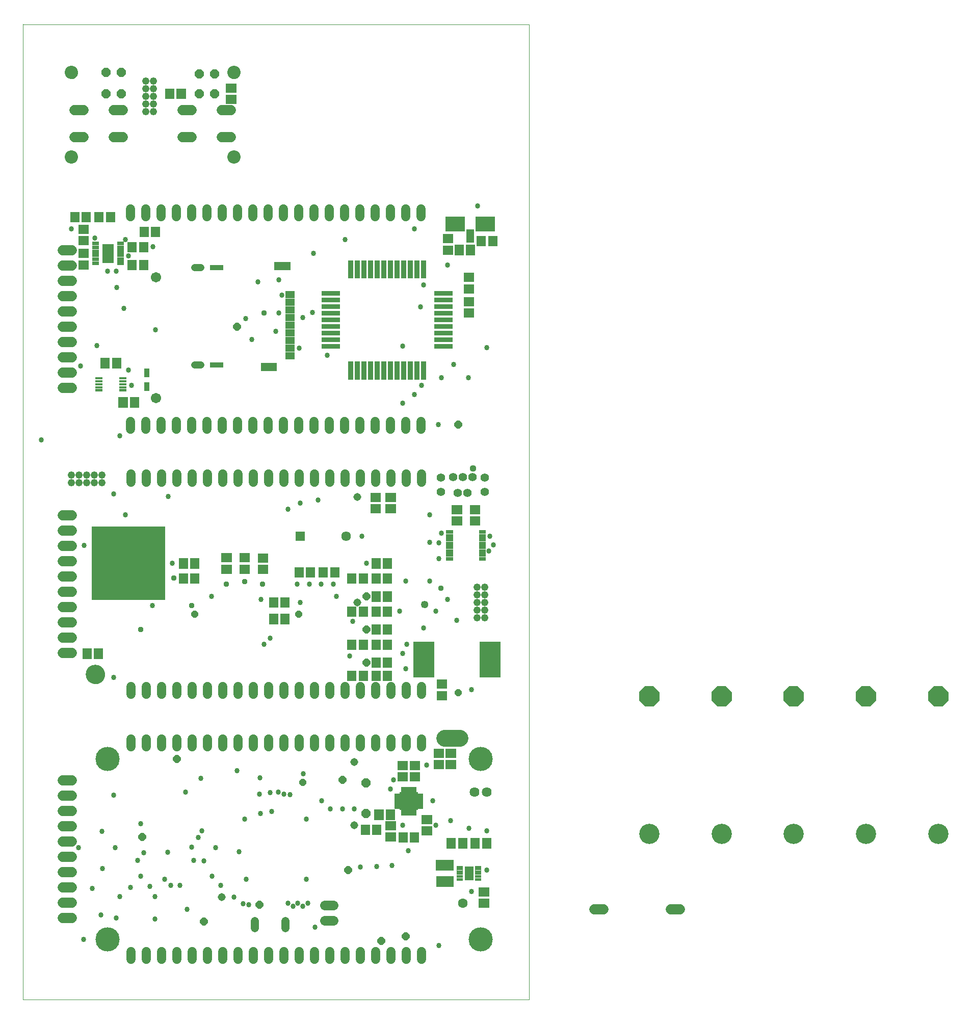
<source format=gbs>
G75*
%MOIN*%
%OFA0B0*%
%FSLAX25Y25*%
%IPPOS*%
%LPD*%
%AMOC8*
5,1,8,0,0,1.08239X$1,22.5*
%
%ADD10C,0.00000*%
%ADD11C,0.08674*%
%ADD12C,0.12611*%
%ADD13C,0.00189*%
%ADD14C,0.00237*%
%ADD15C,0.06800*%
%ADD16C,0.06000*%
%ADD17OC8,0.06000*%
%ADD18C,0.00237*%
%ADD19C,0.06400*%
%ADD20C,0.00312*%
%ADD21C,0.00309*%
%ADD22C,0.00213*%
%ADD23C,0.05200*%
%ADD24C,0.00253*%
%ADD25R,0.48044X0.48044*%
%ADD26C,0.03784*%
%ADD27C,0.00213*%
%ADD28C,0.04769*%
%ADD29C,0.06737*%
%ADD30C,0.00340*%
%ADD31C,0.00232*%
%ADD32C,0.00342*%
%ADD33C,0.00221*%
%ADD34C,0.00201*%
%ADD35C,0.06400*%
%ADD36C,0.06312*%
%ADD37C,0.10850*%
%ADD38C,0.05556*%
%ADD39C,0.00268*%
%ADD40C,0.03753*%
%ADD41C,0.04934*%
%ADD42C,0.04769*%
%ADD43C,0.00397*%
%ADD44C,0.00264*%
%ADD45R,0.06343X0.06343*%
%ADD46C,0.06343*%
%ADD47C,0.13200*%
%ADD48OC8,0.13200*%
%ADD49C,0.03384*%
%ADD50OC8,0.05156*%
%ADD51OC8,0.04369*%
%ADD52OC8,0.03384*%
%ADD53C,0.05156*%
%ADD54C,0.04369*%
%ADD55C,0.15824*%
D10*
X0049044Y0040429D02*
X0379753Y0040429D01*
X0379753Y0678224D01*
X0049044Y0678224D01*
X0049005Y0678382D02*
X0049005Y0040587D01*
X0090382Y0253028D02*
X0090384Y0253181D01*
X0090390Y0253335D01*
X0090400Y0253488D01*
X0090414Y0253640D01*
X0090432Y0253793D01*
X0090454Y0253944D01*
X0090479Y0254095D01*
X0090509Y0254246D01*
X0090543Y0254396D01*
X0090580Y0254544D01*
X0090621Y0254692D01*
X0090666Y0254838D01*
X0090715Y0254984D01*
X0090768Y0255128D01*
X0090824Y0255270D01*
X0090884Y0255411D01*
X0090948Y0255551D01*
X0091015Y0255689D01*
X0091086Y0255825D01*
X0091161Y0255959D01*
X0091238Y0256091D01*
X0091320Y0256221D01*
X0091404Y0256349D01*
X0091492Y0256475D01*
X0091583Y0256598D01*
X0091677Y0256719D01*
X0091775Y0256837D01*
X0091875Y0256953D01*
X0091979Y0257066D01*
X0092085Y0257177D01*
X0092194Y0257285D01*
X0092306Y0257390D01*
X0092420Y0257491D01*
X0092538Y0257590D01*
X0092657Y0257686D01*
X0092779Y0257779D01*
X0092904Y0257868D01*
X0093031Y0257955D01*
X0093160Y0258037D01*
X0093291Y0258117D01*
X0093424Y0258193D01*
X0093559Y0258266D01*
X0093696Y0258335D01*
X0093835Y0258400D01*
X0093975Y0258462D01*
X0094117Y0258520D01*
X0094260Y0258575D01*
X0094405Y0258626D01*
X0094551Y0258673D01*
X0094698Y0258716D01*
X0094846Y0258755D01*
X0094995Y0258791D01*
X0095145Y0258822D01*
X0095296Y0258850D01*
X0095447Y0258874D01*
X0095600Y0258894D01*
X0095752Y0258910D01*
X0095905Y0258922D01*
X0096058Y0258930D01*
X0096211Y0258934D01*
X0096365Y0258934D01*
X0096518Y0258930D01*
X0096671Y0258922D01*
X0096824Y0258910D01*
X0096976Y0258894D01*
X0097129Y0258874D01*
X0097280Y0258850D01*
X0097431Y0258822D01*
X0097581Y0258791D01*
X0097730Y0258755D01*
X0097878Y0258716D01*
X0098025Y0258673D01*
X0098171Y0258626D01*
X0098316Y0258575D01*
X0098459Y0258520D01*
X0098601Y0258462D01*
X0098741Y0258400D01*
X0098880Y0258335D01*
X0099017Y0258266D01*
X0099152Y0258193D01*
X0099285Y0258117D01*
X0099416Y0258037D01*
X0099545Y0257955D01*
X0099672Y0257868D01*
X0099797Y0257779D01*
X0099919Y0257686D01*
X0100038Y0257590D01*
X0100156Y0257491D01*
X0100270Y0257390D01*
X0100382Y0257285D01*
X0100491Y0257177D01*
X0100597Y0257066D01*
X0100701Y0256953D01*
X0100801Y0256837D01*
X0100899Y0256719D01*
X0100993Y0256598D01*
X0101084Y0256475D01*
X0101172Y0256349D01*
X0101256Y0256221D01*
X0101338Y0256091D01*
X0101415Y0255959D01*
X0101490Y0255825D01*
X0101561Y0255689D01*
X0101628Y0255551D01*
X0101692Y0255411D01*
X0101752Y0255270D01*
X0101808Y0255128D01*
X0101861Y0254984D01*
X0101910Y0254838D01*
X0101955Y0254692D01*
X0101996Y0254544D01*
X0102033Y0254396D01*
X0102067Y0254246D01*
X0102097Y0254095D01*
X0102122Y0253944D01*
X0102144Y0253793D01*
X0102162Y0253640D01*
X0102176Y0253488D01*
X0102186Y0253335D01*
X0102192Y0253181D01*
X0102194Y0253028D01*
X0102192Y0252875D01*
X0102186Y0252721D01*
X0102176Y0252568D01*
X0102162Y0252416D01*
X0102144Y0252263D01*
X0102122Y0252112D01*
X0102097Y0251961D01*
X0102067Y0251810D01*
X0102033Y0251660D01*
X0101996Y0251512D01*
X0101955Y0251364D01*
X0101910Y0251218D01*
X0101861Y0251072D01*
X0101808Y0250928D01*
X0101752Y0250786D01*
X0101692Y0250645D01*
X0101628Y0250505D01*
X0101561Y0250367D01*
X0101490Y0250231D01*
X0101415Y0250097D01*
X0101338Y0249965D01*
X0101256Y0249835D01*
X0101172Y0249707D01*
X0101084Y0249581D01*
X0100993Y0249458D01*
X0100899Y0249337D01*
X0100801Y0249219D01*
X0100701Y0249103D01*
X0100597Y0248990D01*
X0100491Y0248879D01*
X0100382Y0248771D01*
X0100270Y0248666D01*
X0100156Y0248565D01*
X0100038Y0248466D01*
X0099919Y0248370D01*
X0099797Y0248277D01*
X0099672Y0248188D01*
X0099545Y0248101D01*
X0099416Y0248019D01*
X0099285Y0247939D01*
X0099152Y0247863D01*
X0099017Y0247790D01*
X0098880Y0247721D01*
X0098741Y0247656D01*
X0098601Y0247594D01*
X0098459Y0247536D01*
X0098316Y0247481D01*
X0098171Y0247430D01*
X0098025Y0247383D01*
X0097878Y0247340D01*
X0097730Y0247301D01*
X0097581Y0247265D01*
X0097431Y0247234D01*
X0097280Y0247206D01*
X0097129Y0247182D01*
X0096976Y0247162D01*
X0096824Y0247146D01*
X0096671Y0247134D01*
X0096518Y0247126D01*
X0096365Y0247122D01*
X0096211Y0247122D01*
X0096058Y0247126D01*
X0095905Y0247134D01*
X0095752Y0247146D01*
X0095600Y0247162D01*
X0095447Y0247182D01*
X0095296Y0247206D01*
X0095145Y0247234D01*
X0094995Y0247265D01*
X0094846Y0247301D01*
X0094698Y0247340D01*
X0094551Y0247383D01*
X0094405Y0247430D01*
X0094260Y0247481D01*
X0094117Y0247536D01*
X0093975Y0247594D01*
X0093835Y0247656D01*
X0093696Y0247721D01*
X0093559Y0247790D01*
X0093424Y0247863D01*
X0093291Y0247939D01*
X0093160Y0248019D01*
X0093031Y0248101D01*
X0092904Y0248188D01*
X0092779Y0248277D01*
X0092657Y0248370D01*
X0092538Y0248466D01*
X0092420Y0248565D01*
X0092306Y0248666D01*
X0092194Y0248771D01*
X0092085Y0248879D01*
X0091979Y0248990D01*
X0091875Y0249103D01*
X0091775Y0249219D01*
X0091677Y0249337D01*
X0091583Y0249458D01*
X0091492Y0249581D01*
X0091404Y0249707D01*
X0091320Y0249835D01*
X0091238Y0249965D01*
X0091161Y0250097D01*
X0091086Y0250231D01*
X0091015Y0250367D01*
X0090948Y0250505D01*
X0090884Y0250645D01*
X0090824Y0250786D01*
X0090768Y0250928D01*
X0090715Y0251072D01*
X0090666Y0251218D01*
X0090621Y0251364D01*
X0090580Y0251512D01*
X0090543Y0251660D01*
X0090509Y0251810D01*
X0090479Y0251961D01*
X0090454Y0252112D01*
X0090432Y0252263D01*
X0090414Y0252416D01*
X0090400Y0252568D01*
X0090390Y0252721D01*
X0090384Y0252875D01*
X0090382Y0253028D01*
X0309404Y0298919D02*
X0309406Y0299010D01*
X0309412Y0299100D01*
X0309422Y0299191D01*
X0309436Y0299280D01*
X0309454Y0299369D01*
X0309475Y0299458D01*
X0309501Y0299545D01*
X0309530Y0299631D01*
X0309564Y0299715D01*
X0309600Y0299798D01*
X0309641Y0299880D01*
X0309685Y0299959D01*
X0309732Y0300037D01*
X0309783Y0300112D01*
X0309837Y0300185D01*
X0309894Y0300255D01*
X0309954Y0300323D01*
X0310017Y0300389D01*
X0310083Y0300451D01*
X0310152Y0300510D01*
X0310223Y0300567D01*
X0310297Y0300620D01*
X0310373Y0300670D01*
X0310451Y0300717D01*
X0310531Y0300760D01*
X0310612Y0300799D01*
X0310696Y0300835D01*
X0310781Y0300867D01*
X0310867Y0300896D01*
X0310954Y0300920D01*
X0311043Y0300941D01*
X0311132Y0300958D01*
X0311222Y0300971D01*
X0311312Y0300980D01*
X0311403Y0300985D01*
X0311494Y0300986D01*
X0311584Y0300983D01*
X0311675Y0300976D01*
X0311765Y0300965D01*
X0311855Y0300950D01*
X0311944Y0300931D01*
X0312032Y0300909D01*
X0312118Y0300882D01*
X0312204Y0300852D01*
X0312288Y0300818D01*
X0312371Y0300780D01*
X0312452Y0300739D01*
X0312531Y0300694D01*
X0312608Y0300645D01*
X0312682Y0300594D01*
X0312755Y0300539D01*
X0312825Y0300481D01*
X0312892Y0300420D01*
X0312956Y0300356D01*
X0313018Y0300290D01*
X0313077Y0300220D01*
X0313132Y0300149D01*
X0313185Y0300074D01*
X0313234Y0299998D01*
X0313280Y0299920D01*
X0313322Y0299839D01*
X0313361Y0299757D01*
X0313396Y0299673D01*
X0313427Y0299588D01*
X0313454Y0299501D01*
X0313478Y0299414D01*
X0313498Y0299325D01*
X0313514Y0299236D01*
X0313526Y0299146D01*
X0313534Y0299055D01*
X0313538Y0298964D01*
X0313538Y0298874D01*
X0313534Y0298783D01*
X0313526Y0298692D01*
X0313514Y0298602D01*
X0313498Y0298513D01*
X0313478Y0298424D01*
X0313454Y0298337D01*
X0313427Y0298250D01*
X0313396Y0298165D01*
X0313361Y0298081D01*
X0313322Y0297999D01*
X0313280Y0297918D01*
X0313234Y0297840D01*
X0313185Y0297764D01*
X0313132Y0297689D01*
X0313077Y0297618D01*
X0313018Y0297548D01*
X0312956Y0297482D01*
X0312892Y0297418D01*
X0312825Y0297357D01*
X0312755Y0297299D01*
X0312682Y0297244D01*
X0312608Y0297193D01*
X0312531Y0297144D01*
X0312452Y0297099D01*
X0312371Y0297058D01*
X0312288Y0297020D01*
X0312204Y0296986D01*
X0312118Y0296956D01*
X0312032Y0296929D01*
X0311944Y0296907D01*
X0311855Y0296888D01*
X0311765Y0296873D01*
X0311675Y0296862D01*
X0311584Y0296855D01*
X0311494Y0296852D01*
X0311403Y0296853D01*
X0311312Y0296858D01*
X0311222Y0296867D01*
X0311132Y0296880D01*
X0311043Y0296897D01*
X0310954Y0296918D01*
X0310867Y0296942D01*
X0310781Y0296971D01*
X0310696Y0297003D01*
X0310612Y0297039D01*
X0310531Y0297078D01*
X0310451Y0297121D01*
X0310373Y0297168D01*
X0310297Y0297218D01*
X0310223Y0297271D01*
X0310152Y0297328D01*
X0310083Y0297387D01*
X0310017Y0297449D01*
X0309954Y0297515D01*
X0309894Y0297583D01*
X0309837Y0297653D01*
X0309783Y0297726D01*
X0309732Y0297801D01*
X0309685Y0297879D01*
X0309641Y0297958D01*
X0309600Y0298040D01*
X0309564Y0298123D01*
X0309530Y0298207D01*
X0309501Y0298293D01*
X0309475Y0298380D01*
X0309454Y0298469D01*
X0309436Y0298558D01*
X0309422Y0298647D01*
X0309412Y0298738D01*
X0309406Y0298828D01*
X0309404Y0298919D01*
X0320574Y0309498D02*
X0320576Y0309575D01*
X0320582Y0309651D01*
X0320592Y0309727D01*
X0320606Y0309802D01*
X0320623Y0309877D01*
X0320645Y0309950D01*
X0320670Y0310023D01*
X0320700Y0310094D01*
X0320732Y0310163D01*
X0320769Y0310230D01*
X0320808Y0310296D01*
X0320851Y0310359D01*
X0320898Y0310420D01*
X0320947Y0310479D01*
X0321000Y0310535D01*
X0321055Y0310588D01*
X0321113Y0310638D01*
X0321173Y0310685D01*
X0321236Y0310729D01*
X0321301Y0310770D01*
X0321368Y0310807D01*
X0321437Y0310841D01*
X0321507Y0310871D01*
X0321579Y0310897D01*
X0321653Y0310919D01*
X0321727Y0310938D01*
X0321802Y0310953D01*
X0321878Y0310964D01*
X0321954Y0310971D01*
X0322031Y0310974D01*
X0322107Y0310973D01*
X0322184Y0310968D01*
X0322260Y0310959D01*
X0322336Y0310946D01*
X0322410Y0310929D01*
X0322484Y0310909D01*
X0322557Y0310884D01*
X0322628Y0310856D01*
X0322698Y0310824D01*
X0322766Y0310789D01*
X0322832Y0310750D01*
X0322896Y0310708D01*
X0322957Y0310662D01*
X0323017Y0310613D01*
X0323073Y0310562D01*
X0323127Y0310507D01*
X0323178Y0310450D01*
X0323226Y0310390D01*
X0323271Y0310328D01*
X0323312Y0310263D01*
X0323350Y0310197D01*
X0323385Y0310129D01*
X0323415Y0310058D01*
X0323443Y0309987D01*
X0323466Y0309914D01*
X0323486Y0309840D01*
X0323502Y0309765D01*
X0323514Y0309689D01*
X0323522Y0309613D01*
X0323526Y0309536D01*
X0323526Y0309460D01*
X0323522Y0309383D01*
X0323514Y0309307D01*
X0323502Y0309231D01*
X0323486Y0309156D01*
X0323466Y0309082D01*
X0323443Y0309009D01*
X0323415Y0308938D01*
X0323385Y0308867D01*
X0323350Y0308799D01*
X0323312Y0308733D01*
X0323271Y0308668D01*
X0323226Y0308606D01*
X0323178Y0308546D01*
X0323127Y0308489D01*
X0323073Y0308434D01*
X0323017Y0308383D01*
X0322957Y0308334D01*
X0322896Y0308288D01*
X0322832Y0308246D01*
X0322766Y0308207D01*
X0322698Y0308172D01*
X0322628Y0308140D01*
X0322557Y0308112D01*
X0322484Y0308087D01*
X0322410Y0308067D01*
X0322336Y0308050D01*
X0322260Y0308037D01*
X0322184Y0308028D01*
X0322107Y0308023D01*
X0322031Y0308022D01*
X0321954Y0308025D01*
X0321878Y0308032D01*
X0321802Y0308043D01*
X0321727Y0308058D01*
X0321653Y0308077D01*
X0321579Y0308099D01*
X0321507Y0308125D01*
X0321437Y0308155D01*
X0321368Y0308189D01*
X0321301Y0308226D01*
X0321236Y0308267D01*
X0321173Y0308311D01*
X0321113Y0308358D01*
X0321055Y0308408D01*
X0321000Y0308461D01*
X0320947Y0308517D01*
X0320898Y0308576D01*
X0320851Y0308637D01*
X0320808Y0308700D01*
X0320769Y0308766D01*
X0320732Y0308833D01*
X0320700Y0308902D01*
X0320670Y0308973D01*
X0320645Y0309046D01*
X0320623Y0309119D01*
X0320606Y0309194D01*
X0320592Y0309269D01*
X0320582Y0309345D01*
X0320576Y0309421D01*
X0320574Y0309498D01*
X0182902Y0591610D02*
X0182904Y0591735D01*
X0182910Y0591860D01*
X0182920Y0591984D01*
X0182934Y0592108D01*
X0182951Y0592232D01*
X0182973Y0592355D01*
X0182999Y0592477D01*
X0183028Y0592599D01*
X0183061Y0592719D01*
X0183099Y0592838D01*
X0183139Y0592957D01*
X0183184Y0593073D01*
X0183232Y0593188D01*
X0183284Y0593302D01*
X0183340Y0593414D01*
X0183399Y0593524D01*
X0183461Y0593632D01*
X0183527Y0593739D01*
X0183596Y0593843D01*
X0183669Y0593944D01*
X0183744Y0594044D01*
X0183823Y0594141D01*
X0183905Y0594235D01*
X0183990Y0594327D01*
X0184077Y0594416D01*
X0184168Y0594502D01*
X0184261Y0594585D01*
X0184357Y0594666D01*
X0184455Y0594743D01*
X0184555Y0594817D01*
X0184658Y0594888D01*
X0184763Y0594955D01*
X0184871Y0595020D01*
X0184980Y0595080D01*
X0185091Y0595138D01*
X0185204Y0595191D01*
X0185318Y0595241D01*
X0185434Y0595288D01*
X0185551Y0595330D01*
X0185670Y0595369D01*
X0185790Y0595405D01*
X0185911Y0595436D01*
X0186033Y0595464D01*
X0186155Y0595487D01*
X0186279Y0595507D01*
X0186403Y0595523D01*
X0186527Y0595535D01*
X0186652Y0595543D01*
X0186777Y0595547D01*
X0186901Y0595547D01*
X0187026Y0595543D01*
X0187151Y0595535D01*
X0187275Y0595523D01*
X0187399Y0595507D01*
X0187523Y0595487D01*
X0187645Y0595464D01*
X0187767Y0595436D01*
X0187888Y0595405D01*
X0188008Y0595369D01*
X0188127Y0595330D01*
X0188244Y0595288D01*
X0188360Y0595241D01*
X0188474Y0595191D01*
X0188587Y0595138D01*
X0188698Y0595080D01*
X0188808Y0595020D01*
X0188915Y0594955D01*
X0189020Y0594888D01*
X0189123Y0594817D01*
X0189223Y0594743D01*
X0189321Y0594666D01*
X0189417Y0594585D01*
X0189510Y0594502D01*
X0189601Y0594416D01*
X0189688Y0594327D01*
X0189773Y0594235D01*
X0189855Y0594141D01*
X0189934Y0594044D01*
X0190009Y0593944D01*
X0190082Y0593843D01*
X0190151Y0593739D01*
X0190217Y0593632D01*
X0190279Y0593524D01*
X0190338Y0593414D01*
X0190394Y0593302D01*
X0190446Y0593188D01*
X0190494Y0593073D01*
X0190539Y0592957D01*
X0190579Y0592838D01*
X0190617Y0592719D01*
X0190650Y0592599D01*
X0190679Y0592477D01*
X0190705Y0592355D01*
X0190727Y0592232D01*
X0190744Y0592108D01*
X0190758Y0591984D01*
X0190768Y0591860D01*
X0190774Y0591735D01*
X0190776Y0591610D01*
X0190774Y0591485D01*
X0190768Y0591360D01*
X0190758Y0591236D01*
X0190744Y0591112D01*
X0190727Y0590988D01*
X0190705Y0590865D01*
X0190679Y0590743D01*
X0190650Y0590621D01*
X0190617Y0590501D01*
X0190579Y0590382D01*
X0190539Y0590263D01*
X0190494Y0590147D01*
X0190446Y0590032D01*
X0190394Y0589918D01*
X0190338Y0589806D01*
X0190279Y0589696D01*
X0190217Y0589588D01*
X0190151Y0589481D01*
X0190082Y0589377D01*
X0190009Y0589276D01*
X0189934Y0589176D01*
X0189855Y0589079D01*
X0189773Y0588985D01*
X0189688Y0588893D01*
X0189601Y0588804D01*
X0189510Y0588718D01*
X0189417Y0588635D01*
X0189321Y0588554D01*
X0189223Y0588477D01*
X0189123Y0588403D01*
X0189020Y0588332D01*
X0188915Y0588265D01*
X0188807Y0588200D01*
X0188698Y0588140D01*
X0188587Y0588082D01*
X0188474Y0588029D01*
X0188360Y0587979D01*
X0188244Y0587932D01*
X0188127Y0587890D01*
X0188008Y0587851D01*
X0187888Y0587815D01*
X0187767Y0587784D01*
X0187645Y0587756D01*
X0187523Y0587733D01*
X0187399Y0587713D01*
X0187275Y0587697D01*
X0187151Y0587685D01*
X0187026Y0587677D01*
X0186901Y0587673D01*
X0186777Y0587673D01*
X0186652Y0587677D01*
X0186527Y0587685D01*
X0186403Y0587697D01*
X0186279Y0587713D01*
X0186155Y0587733D01*
X0186033Y0587756D01*
X0185911Y0587784D01*
X0185790Y0587815D01*
X0185670Y0587851D01*
X0185551Y0587890D01*
X0185434Y0587932D01*
X0185318Y0587979D01*
X0185204Y0588029D01*
X0185091Y0588082D01*
X0184980Y0588140D01*
X0184870Y0588200D01*
X0184763Y0588265D01*
X0184658Y0588332D01*
X0184555Y0588403D01*
X0184455Y0588477D01*
X0184357Y0588554D01*
X0184261Y0588635D01*
X0184168Y0588718D01*
X0184077Y0588804D01*
X0183990Y0588893D01*
X0183905Y0588985D01*
X0183823Y0589079D01*
X0183744Y0589176D01*
X0183669Y0589276D01*
X0183596Y0589377D01*
X0183527Y0589481D01*
X0183461Y0589588D01*
X0183399Y0589696D01*
X0183340Y0589806D01*
X0183284Y0589918D01*
X0183232Y0590032D01*
X0183184Y0590147D01*
X0183139Y0590263D01*
X0183099Y0590382D01*
X0183061Y0590501D01*
X0183028Y0590621D01*
X0182999Y0590743D01*
X0182973Y0590865D01*
X0182951Y0590988D01*
X0182934Y0591112D01*
X0182920Y0591236D01*
X0182910Y0591360D01*
X0182904Y0591485D01*
X0182902Y0591610D01*
X0182902Y0646728D02*
X0182904Y0646853D01*
X0182910Y0646978D01*
X0182920Y0647102D01*
X0182934Y0647226D01*
X0182951Y0647350D01*
X0182973Y0647473D01*
X0182999Y0647595D01*
X0183028Y0647717D01*
X0183061Y0647837D01*
X0183099Y0647956D01*
X0183139Y0648075D01*
X0183184Y0648191D01*
X0183232Y0648306D01*
X0183284Y0648420D01*
X0183340Y0648532D01*
X0183399Y0648642D01*
X0183461Y0648750D01*
X0183527Y0648857D01*
X0183596Y0648961D01*
X0183669Y0649062D01*
X0183744Y0649162D01*
X0183823Y0649259D01*
X0183905Y0649353D01*
X0183990Y0649445D01*
X0184077Y0649534D01*
X0184168Y0649620D01*
X0184261Y0649703D01*
X0184357Y0649784D01*
X0184455Y0649861D01*
X0184555Y0649935D01*
X0184658Y0650006D01*
X0184763Y0650073D01*
X0184871Y0650138D01*
X0184980Y0650198D01*
X0185091Y0650256D01*
X0185204Y0650309D01*
X0185318Y0650359D01*
X0185434Y0650406D01*
X0185551Y0650448D01*
X0185670Y0650487D01*
X0185790Y0650523D01*
X0185911Y0650554D01*
X0186033Y0650582D01*
X0186155Y0650605D01*
X0186279Y0650625D01*
X0186403Y0650641D01*
X0186527Y0650653D01*
X0186652Y0650661D01*
X0186777Y0650665D01*
X0186901Y0650665D01*
X0187026Y0650661D01*
X0187151Y0650653D01*
X0187275Y0650641D01*
X0187399Y0650625D01*
X0187523Y0650605D01*
X0187645Y0650582D01*
X0187767Y0650554D01*
X0187888Y0650523D01*
X0188008Y0650487D01*
X0188127Y0650448D01*
X0188244Y0650406D01*
X0188360Y0650359D01*
X0188474Y0650309D01*
X0188587Y0650256D01*
X0188698Y0650198D01*
X0188808Y0650138D01*
X0188915Y0650073D01*
X0189020Y0650006D01*
X0189123Y0649935D01*
X0189223Y0649861D01*
X0189321Y0649784D01*
X0189417Y0649703D01*
X0189510Y0649620D01*
X0189601Y0649534D01*
X0189688Y0649445D01*
X0189773Y0649353D01*
X0189855Y0649259D01*
X0189934Y0649162D01*
X0190009Y0649062D01*
X0190082Y0648961D01*
X0190151Y0648857D01*
X0190217Y0648750D01*
X0190279Y0648642D01*
X0190338Y0648532D01*
X0190394Y0648420D01*
X0190446Y0648306D01*
X0190494Y0648191D01*
X0190539Y0648075D01*
X0190579Y0647956D01*
X0190617Y0647837D01*
X0190650Y0647717D01*
X0190679Y0647595D01*
X0190705Y0647473D01*
X0190727Y0647350D01*
X0190744Y0647226D01*
X0190758Y0647102D01*
X0190768Y0646978D01*
X0190774Y0646853D01*
X0190776Y0646728D01*
X0190774Y0646603D01*
X0190768Y0646478D01*
X0190758Y0646354D01*
X0190744Y0646230D01*
X0190727Y0646106D01*
X0190705Y0645983D01*
X0190679Y0645861D01*
X0190650Y0645739D01*
X0190617Y0645619D01*
X0190579Y0645500D01*
X0190539Y0645381D01*
X0190494Y0645265D01*
X0190446Y0645150D01*
X0190394Y0645036D01*
X0190338Y0644924D01*
X0190279Y0644814D01*
X0190217Y0644706D01*
X0190151Y0644599D01*
X0190082Y0644495D01*
X0190009Y0644394D01*
X0189934Y0644294D01*
X0189855Y0644197D01*
X0189773Y0644103D01*
X0189688Y0644011D01*
X0189601Y0643922D01*
X0189510Y0643836D01*
X0189417Y0643753D01*
X0189321Y0643672D01*
X0189223Y0643595D01*
X0189123Y0643521D01*
X0189020Y0643450D01*
X0188915Y0643383D01*
X0188807Y0643318D01*
X0188698Y0643258D01*
X0188587Y0643200D01*
X0188474Y0643147D01*
X0188360Y0643097D01*
X0188244Y0643050D01*
X0188127Y0643008D01*
X0188008Y0642969D01*
X0187888Y0642933D01*
X0187767Y0642902D01*
X0187645Y0642874D01*
X0187523Y0642851D01*
X0187399Y0642831D01*
X0187275Y0642815D01*
X0187151Y0642803D01*
X0187026Y0642795D01*
X0186901Y0642791D01*
X0186777Y0642791D01*
X0186652Y0642795D01*
X0186527Y0642803D01*
X0186403Y0642815D01*
X0186279Y0642831D01*
X0186155Y0642851D01*
X0186033Y0642874D01*
X0185911Y0642902D01*
X0185790Y0642933D01*
X0185670Y0642969D01*
X0185551Y0643008D01*
X0185434Y0643050D01*
X0185318Y0643097D01*
X0185204Y0643147D01*
X0185091Y0643200D01*
X0184980Y0643258D01*
X0184870Y0643318D01*
X0184763Y0643383D01*
X0184658Y0643450D01*
X0184555Y0643521D01*
X0184455Y0643595D01*
X0184357Y0643672D01*
X0184261Y0643753D01*
X0184168Y0643836D01*
X0184077Y0643922D01*
X0183990Y0644011D01*
X0183905Y0644103D01*
X0183823Y0644197D01*
X0183744Y0644294D01*
X0183669Y0644394D01*
X0183596Y0644495D01*
X0183527Y0644599D01*
X0183461Y0644706D01*
X0183399Y0644814D01*
X0183340Y0644924D01*
X0183284Y0645036D01*
X0183232Y0645150D01*
X0183184Y0645265D01*
X0183139Y0645381D01*
X0183099Y0645500D01*
X0183061Y0645619D01*
X0183028Y0645739D01*
X0182999Y0645861D01*
X0182973Y0645983D01*
X0182951Y0646106D01*
X0182934Y0646230D01*
X0182920Y0646354D01*
X0182910Y0646478D01*
X0182904Y0646603D01*
X0182902Y0646728D01*
X0076603Y0646728D02*
X0076605Y0646853D01*
X0076611Y0646978D01*
X0076621Y0647102D01*
X0076635Y0647226D01*
X0076652Y0647350D01*
X0076674Y0647473D01*
X0076700Y0647595D01*
X0076729Y0647717D01*
X0076762Y0647837D01*
X0076800Y0647956D01*
X0076840Y0648075D01*
X0076885Y0648191D01*
X0076933Y0648306D01*
X0076985Y0648420D01*
X0077041Y0648532D01*
X0077100Y0648642D01*
X0077162Y0648750D01*
X0077228Y0648857D01*
X0077297Y0648961D01*
X0077370Y0649062D01*
X0077445Y0649162D01*
X0077524Y0649259D01*
X0077606Y0649353D01*
X0077691Y0649445D01*
X0077778Y0649534D01*
X0077869Y0649620D01*
X0077962Y0649703D01*
X0078058Y0649784D01*
X0078156Y0649861D01*
X0078256Y0649935D01*
X0078359Y0650006D01*
X0078464Y0650073D01*
X0078572Y0650138D01*
X0078681Y0650198D01*
X0078792Y0650256D01*
X0078905Y0650309D01*
X0079019Y0650359D01*
X0079135Y0650406D01*
X0079252Y0650448D01*
X0079371Y0650487D01*
X0079491Y0650523D01*
X0079612Y0650554D01*
X0079734Y0650582D01*
X0079856Y0650605D01*
X0079980Y0650625D01*
X0080104Y0650641D01*
X0080228Y0650653D01*
X0080353Y0650661D01*
X0080478Y0650665D01*
X0080602Y0650665D01*
X0080727Y0650661D01*
X0080852Y0650653D01*
X0080976Y0650641D01*
X0081100Y0650625D01*
X0081224Y0650605D01*
X0081346Y0650582D01*
X0081468Y0650554D01*
X0081589Y0650523D01*
X0081709Y0650487D01*
X0081828Y0650448D01*
X0081945Y0650406D01*
X0082061Y0650359D01*
X0082175Y0650309D01*
X0082288Y0650256D01*
X0082399Y0650198D01*
X0082509Y0650138D01*
X0082616Y0650073D01*
X0082721Y0650006D01*
X0082824Y0649935D01*
X0082924Y0649861D01*
X0083022Y0649784D01*
X0083118Y0649703D01*
X0083211Y0649620D01*
X0083302Y0649534D01*
X0083389Y0649445D01*
X0083474Y0649353D01*
X0083556Y0649259D01*
X0083635Y0649162D01*
X0083710Y0649062D01*
X0083783Y0648961D01*
X0083852Y0648857D01*
X0083918Y0648750D01*
X0083980Y0648642D01*
X0084039Y0648532D01*
X0084095Y0648420D01*
X0084147Y0648306D01*
X0084195Y0648191D01*
X0084240Y0648075D01*
X0084280Y0647956D01*
X0084318Y0647837D01*
X0084351Y0647717D01*
X0084380Y0647595D01*
X0084406Y0647473D01*
X0084428Y0647350D01*
X0084445Y0647226D01*
X0084459Y0647102D01*
X0084469Y0646978D01*
X0084475Y0646853D01*
X0084477Y0646728D01*
X0084475Y0646603D01*
X0084469Y0646478D01*
X0084459Y0646354D01*
X0084445Y0646230D01*
X0084428Y0646106D01*
X0084406Y0645983D01*
X0084380Y0645861D01*
X0084351Y0645739D01*
X0084318Y0645619D01*
X0084280Y0645500D01*
X0084240Y0645381D01*
X0084195Y0645265D01*
X0084147Y0645150D01*
X0084095Y0645036D01*
X0084039Y0644924D01*
X0083980Y0644814D01*
X0083918Y0644706D01*
X0083852Y0644599D01*
X0083783Y0644495D01*
X0083710Y0644394D01*
X0083635Y0644294D01*
X0083556Y0644197D01*
X0083474Y0644103D01*
X0083389Y0644011D01*
X0083302Y0643922D01*
X0083211Y0643836D01*
X0083118Y0643753D01*
X0083022Y0643672D01*
X0082924Y0643595D01*
X0082824Y0643521D01*
X0082721Y0643450D01*
X0082616Y0643383D01*
X0082508Y0643318D01*
X0082399Y0643258D01*
X0082288Y0643200D01*
X0082175Y0643147D01*
X0082061Y0643097D01*
X0081945Y0643050D01*
X0081828Y0643008D01*
X0081709Y0642969D01*
X0081589Y0642933D01*
X0081468Y0642902D01*
X0081346Y0642874D01*
X0081224Y0642851D01*
X0081100Y0642831D01*
X0080976Y0642815D01*
X0080852Y0642803D01*
X0080727Y0642795D01*
X0080602Y0642791D01*
X0080478Y0642791D01*
X0080353Y0642795D01*
X0080228Y0642803D01*
X0080104Y0642815D01*
X0079980Y0642831D01*
X0079856Y0642851D01*
X0079734Y0642874D01*
X0079612Y0642902D01*
X0079491Y0642933D01*
X0079371Y0642969D01*
X0079252Y0643008D01*
X0079135Y0643050D01*
X0079019Y0643097D01*
X0078905Y0643147D01*
X0078792Y0643200D01*
X0078681Y0643258D01*
X0078571Y0643318D01*
X0078464Y0643383D01*
X0078359Y0643450D01*
X0078256Y0643521D01*
X0078156Y0643595D01*
X0078058Y0643672D01*
X0077962Y0643753D01*
X0077869Y0643836D01*
X0077778Y0643922D01*
X0077691Y0644011D01*
X0077606Y0644103D01*
X0077524Y0644197D01*
X0077445Y0644294D01*
X0077370Y0644394D01*
X0077297Y0644495D01*
X0077228Y0644599D01*
X0077162Y0644706D01*
X0077100Y0644814D01*
X0077041Y0644924D01*
X0076985Y0645036D01*
X0076933Y0645150D01*
X0076885Y0645265D01*
X0076840Y0645381D01*
X0076800Y0645500D01*
X0076762Y0645619D01*
X0076729Y0645739D01*
X0076700Y0645861D01*
X0076674Y0645983D01*
X0076652Y0646106D01*
X0076635Y0646230D01*
X0076621Y0646354D01*
X0076611Y0646478D01*
X0076605Y0646603D01*
X0076603Y0646728D01*
X0076603Y0591610D02*
X0076605Y0591735D01*
X0076611Y0591860D01*
X0076621Y0591984D01*
X0076635Y0592108D01*
X0076652Y0592232D01*
X0076674Y0592355D01*
X0076700Y0592477D01*
X0076729Y0592599D01*
X0076762Y0592719D01*
X0076800Y0592838D01*
X0076840Y0592957D01*
X0076885Y0593073D01*
X0076933Y0593188D01*
X0076985Y0593302D01*
X0077041Y0593414D01*
X0077100Y0593524D01*
X0077162Y0593632D01*
X0077228Y0593739D01*
X0077297Y0593843D01*
X0077370Y0593944D01*
X0077445Y0594044D01*
X0077524Y0594141D01*
X0077606Y0594235D01*
X0077691Y0594327D01*
X0077778Y0594416D01*
X0077869Y0594502D01*
X0077962Y0594585D01*
X0078058Y0594666D01*
X0078156Y0594743D01*
X0078256Y0594817D01*
X0078359Y0594888D01*
X0078464Y0594955D01*
X0078572Y0595020D01*
X0078681Y0595080D01*
X0078792Y0595138D01*
X0078905Y0595191D01*
X0079019Y0595241D01*
X0079135Y0595288D01*
X0079252Y0595330D01*
X0079371Y0595369D01*
X0079491Y0595405D01*
X0079612Y0595436D01*
X0079734Y0595464D01*
X0079856Y0595487D01*
X0079980Y0595507D01*
X0080104Y0595523D01*
X0080228Y0595535D01*
X0080353Y0595543D01*
X0080478Y0595547D01*
X0080602Y0595547D01*
X0080727Y0595543D01*
X0080852Y0595535D01*
X0080976Y0595523D01*
X0081100Y0595507D01*
X0081224Y0595487D01*
X0081346Y0595464D01*
X0081468Y0595436D01*
X0081589Y0595405D01*
X0081709Y0595369D01*
X0081828Y0595330D01*
X0081945Y0595288D01*
X0082061Y0595241D01*
X0082175Y0595191D01*
X0082288Y0595138D01*
X0082399Y0595080D01*
X0082509Y0595020D01*
X0082616Y0594955D01*
X0082721Y0594888D01*
X0082824Y0594817D01*
X0082924Y0594743D01*
X0083022Y0594666D01*
X0083118Y0594585D01*
X0083211Y0594502D01*
X0083302Y0594416D01*
X0083389Y0594327D01*
X0083474Y0594235D01*
X0083556Y0594141D01*
X0083635Y0594044D01*
X0083710Y0593944D01*
X0083783Y0593843D01*
X0083852Y0593739D01*
X0083918Y0593632D01*
X0083980Y0593524D01*
X0084039Y0593414D01*
X0084095Y0593302D01*
X0084147Y0593188D01*
X0084195Y0593073D01*
X0084240Y0592957D01*
X0084280Y0592838D01*
X0084318Y0592719D01*
X0084351Y0592599D01*
X0084380Y0592477D01*
X0084406Y0592355D01*
X0084428Y0592232D01*
X0084445Y0592108D01*
X0084459Y0591984D01*
X0084469Y0591860D01*
X0084475Y0591735D01*
X0084477Y0591610D01*
X0084475Y0591485D01*
X0084469Y0591360D01*
X0084459Y0591236D01*
X0084445Y0591112D01*
X0084428Y0590988D01*
X0084406Y0590865D01*
X0084380Y0590743D01*
X0084351Y0590621D01*
X0084318Y0590501D01*
X0084280Y0590382D01*
X0084240Y0590263D01*
X0084195Y0590147D01*
X0084147Y0590032D01*
X0084095Y0589918D01*
X0084039Y0589806D01*
X0083980Y0589696D01*
X0083918Y0589588D01*
X0083852Y0589481D01*
X0083783Y0589377D01*
X0083710Y0589276D01*
X0083635Y0589176D01*
X0083556Y0589079D01*
X0083474Y0588985D01*
X0083389Y0588893D01*
X0083302Y0588804D01*
X0083211Y0588718D01*
X0083118Y0588635D01*
X0083022Y0588554D01*
X0082924Y0588477D01*
X0082824Y0588403D01*
X0082721Y0588332D01*
X0082616Y0588265D01*
X0082508Y0588200D01*
X0082399Y0588140D01*
X0082288Y0588082D01*
X0082175Y0588029D01*
X0082061Y0587979D01*
X0081945Y0587932D01*
X0081828Y0587890D01*
X0081709Y0587851D01*
X0081589Y0587815D01*
X0081468Y0587784D01*
X0081346Y0587756D01*
X0081224Y0587733D01*
X0081100Y0587713D01*
X0080976Y0587697D01*
X0080852Y0587685D01*
X0080727Y0587677D01*
X0080602Y0587673D01*
X0080478Y0587673D01*
X0080353Y0587677D01*
X0080228Y0587685D01*
X0080104Y0587697D01*
X0079980Y0587713D01*
X0079856Y0587733D01*
X0079734Y0587756D01*
X0079612Y0587784D01*
X0079491Y0587815D01*
X0079371Y0587851D01*
X0079252Y0587890D01*
X0079135Y0587932D01*
X0079019Y0587979D01*
X0078905Y0588029D01*
X0078792Y0588082D01*
X0078681Y0588140D01*
X0078571Y0588200D01*
X0078464Y0588265D01*
X0078359Y0588332D01*
X0078256Y0588403D01*
X0078156Y0588477D01*
X0078058Y0588554D01*
X0077962Y0588635D01*
X0077869Y0588718D01*
X0077778Y0588804D01*
X0077691Y0588893D01*
X0077606Y0588985D01*
X0077524Y0589079D01*
X0077445Y0589176D01*
X0077370Y0589276D01*
X0077297Y0589377D01*
X0077228Y0589481D01*
X0077162Y0589588D01*
X0077100Y0589696D01*
X0077041Y0589806D01*
X0076985Y0589918D01*
X0076933Y0590032D01*
X0076885Y0590147D01*
X0076840Y0590263D01*
X0076800Y0590382D01*
X0076762Y0590501D01*
X0076729Y0590621D01*
X0076700Y0590743D01*
X0076674Y0590865D01*
X0076652Y0590988D01*
X0076635Y0591112D01*
X0076621Y0591236D01*
X0076611Y0591360D01*
X0076605Y0591485D01*
X0076603Y0591610D01*
D11*
X0080540Y0591610D03*
X0080540Y0646728D03*
X0186839Y0646728D03*
X0186839Y0591610D03*
D12*
X0096288Y0253028D03*
D13*
X0325156Y0552388D02*
X0337578Y0552388D01*
X0337578Y0543116D01*
X0325156Y0543116D01*
X0325156Y0552388D01*
X0325156Y0543304D02*
X0337578Y0543304D01*
X0337578Y0543492D02*
X0325156Y0543492D01*
X0325156Y0543680D02*
X0337578Y0543680D01*
X0337578Y0543868D02*
X0325156Y0543868D01*
X0325156Y0544056D02*
X0337578Y0544056D01*
X0337578Y0544244D02*
X0325156Y0544244D01*
X0325156Y0544432D02*
X0337578Y0544432D01*
X0337578Y0544620D02*
X0325156Y0544620D01*
X0325156Y0544808D02*
X0337578Y0544808D01*
X0337578Y0544996D02*
X0325156Y0544996D01*
X0325156Y0545184D02*
X0337578Y0545184D01*
X0337578Y0545372D02*
X0325156Y0545372D01*
X0325156Y0545560D02*
X0337578Y0545560D01*
X0337578Y0545748D02*
X0325156Y0545748D01*
X0325156Y0545936D02*
X0337578Y0545936D01*
X0337578Y0546124D02*
X0325156Y0546124D01*
X0325156Y0546312D02*
X0337578Y0546312D01*
X0337578Y0546500D02*
X0325156Y0546500D01*
X0325156Y0546688D02*
X0337578Y0546688D01*
X0337578Y0546876D02*
X0325156Y0546876D01*
X0325156Y0547064D02*
X0337578Y0547064D01*
X0337578Y0547252D02*
X0325156Y0547252D01*
X0325156Y0547440D02*
X0337578Y0547440D01*
X0337578Y0547628D02*
X0325156Y0547628D01*
X0325156Y0547816D02*
X0337578Y0547816D01*
X0337578Y0548004D02*
X0325156Y0548004D01*
X0325156Y0548192D02*
X0337578Y0548192D01*
X0337578Y0548380D02*
X0325156Y0548380D01*
X0325156Y0548568D02*
X0337578Y0548568D01*
X0337578Y0548756D02*
X0325156Y0548756D01*
X0325156Y0548944D02*
X0337578Y0548944D01*
X0337578Y0549132D02*
X0325156Y0549132D01*
X0325156Y0549320D02*
X0337578Y0549320D01*
X0337578Y0549508D02*
X0325156Y0549508D01*
X0325156Y0549696D02*
X0337578Y0549696D01*
X0337578Y0549884D02*
X0325156Y0549884D01*
X0325156Y0550072D02*
X0337578Y0550072D01*
X0337578Y0550260D02*
X0325156Y0550260D01*
X0325156Y0550448D02*
X0337578Y0550448D01*
X0337578Y0550636D02*
X0325156Y0550636D01*
X0325156Y0550824D02*
X0337578Y0550824D01*
X0337578Y0551012D02*
X0325156Y0551012D01*
X0325156Y0551200D02*
X0337578Y0551200D01*
X0337578Y0551388D02*
X0325156Y0551388D01*
X0325156Y0551576D02*
X0337578Y0551576D01*
X0337578Y0551764D02*
X0325156Y0551764D01*
X0325156Y0551952D02*
X0337578Y0551952D01*
X0337578Y0552140D02*
X0325156Y0552140D01*
X0325156Y0552328D02*
X0337578Y0552328D01*
X0344841Y0552388D02*
X0357263Y0552388D01*
X0357263Y0543116D01*
X0344841Y0543116D01*
X0344841Y0552388D01*
X0344841Y0543304D02*
X0357263Y0543304D01*
X0357263Y0543492D02*
X0344841Y0543492D01*
X0344841Y0543680D02*
X0357263Y0543680D01*
X0357263Y0543868D02*
X0344841Y0543868D01*
X0344841Y0544056D02*
X0357263Y0544056D01*
X0357263Y0544244D02*
X0344841Y0544244D01*
X0344841Y0544432D02*
X0357263Y0544432D01*
X0357263Y0544620D02*
X0344841Y0544620D01*
X0344841Y0544808D02*
X0357263Y0544808D01*
X0357263Y0544996D02*
X0344841Y0544996D01*
X0344841Y0545184D02*
X0357263Y0545184D01*
X0357263Y0545372D02*
X0344841Y0545372D01*
X0344841Y0545560D02*
X0357263Y0545560D01*
X0357263Y0545748D02*
X0344841Y0545748D01*
X0344841Y0545936D02*
X0357263Y0545936D01*
X0357263Y0546124D02*
X0344841Y0546124D01*
X0344841Y0546312D02*
X0357263Y0546312D01*
X0357263Y0546500D02*
X0344841Y0546500D01*
X0344841Y0546688D02*
X0357263Y0546688D01*
X0357263Y0546876D02*
X0344841Y0546876D01*
X0344841Y0547064D02*
X0357263Y0547064D01*
X0357263Y0547252D02*
X0344841Y0547252D01*
X0344841Y0547440D02*
X0357263Y0547440D01*
X0357263Y0547628D02*
X0344841Y0547628D01*
X0344841Y0547816D02*
X0357263Y0547816D01*
X0357263Y0548004D02*
X0344841Y0548004D01*
X0344841Y0548192D02*
X0357263Y0548192D01*
X0357263Y0548380D02*
X0344841Y0548380D01*
X0344841Y0548568D02*
X0357263Y0548568D01*
X0357263Y0548756D02*
X0344841Y0548756D01*
X0344841Y0548944D02*
X0357263Y0548944D01*
X0357263Y0549132D02*
X0344841Y0549132D01*
X0344841Y0549320D02*
X0357263Y0549320D01*
X0357263Y0549508D02*
X0344841Y0549508D01*
X0344841Y0549696D02*
X0357263Y0549696D01*
X0357263Y0549884D02*
X0344841Y0549884D01*
X0344841Y0550072D02*
X0357263Y0550072D01*
X0357263Y0550260D02*
X0344841Y0550260D01*
X0344841Y0550448D02*
X0357263Y0550448D01*
X0357263Y0550636D02*
X0344841Y0550636D01*
X0344841Y0550824D02*
X0357263Y0550824D01*
X0357263Y0551012D02*
X0344841Y0551012D01*
X0344841Y0551200D02*
X0357263Y0551200D01*
X0357263Y0551388D02*
X0344841Y0551388D01*
X0344841Y0551576D02*
X0357263Y0551576D01*
X0357263Y0551764D02*
X0344841Y0551764D01*
X0344841Y0551952D02*
X0357263Y0551952D01*
X0357263Y0552140D02*
X0344841Y0552140D01*
X0344841Y0552328D02*
X0357263Y0552328D01*
D14*
X0343459Y0544097D02*
X0343459Y0535659D01*
X0338959Y0535659D01*
X0338959Y0544097D01*
X0343459Y0544097D01*
X0343459Y0535895D02*
X0338959Y0535895D01*
X0338959Y0536131D02*
X0343459Y0536131D01*
X0343459Y0536367D02*
X0338959Y0536367D01*
X0338959Y0536603D02*
X0343459Y0536603D01*
X0343459Y0536839D02*
X0338959Y0536839D01*
X0338959Y0537075D02*
X0343459Y0537075D01*
X0343459Y0537311D02*
X0338959Y0537311D01*
X0338959Y0537547D02*
X0343459Y0537547D01*
X0343459Y0537783D02*
X0338959Y0537783D01*
X0338959Y0538019D02*
X0343459Y0538019D01*
X0343459Y0538255D02*
X0338959Y0538255D01*
X0338959Y0538491D02*
X0343459Y0538491D01*
X0343459Y0538727D02*
X0338959Y0538727D01*
X0338959Y0538963D02*
X0343459Y0538963D01*
X0343459Y0539199D02*
X0338959Y0539199D01*
X0338959Y0539435D02*
X0343459Y0539435D01*
X0343459Y0539671D02*
X0338959Y0539671D01*
X0338959Y0539907D02*
X0343459Y0539907D01*
X0343459Y0540143D02*
X0338959Y0540143D01*
X0338959Y0540379D02*
X0343459Y0540379D01*
X0343459Y0540615D02*
X0338959Y0540615D01*
X0338959Y0540851D02*
X0343459Y0540851D01*
X0343459Y0541087D02*
X0338959Y0541087D01*
X0338959Y0541323D02*
X0343459Y0541323D01*
X0343459Y0541559D02*
X0338959Y0541559D01*
X0338959Y0541795D02*
X0343459Y0541795D01*
X0343459Y0542031D02*
X0338959Y0542031D01*
X0338959Y0542267D02*
X0343459Y0542267D01*
X0343459Y0542503D02*
X0338959Y0542503D01*
X0338959Y0542739D02*
X0343459Y0542739D01*
X0343459Y0542975D02*
X0338959Y0542975D01*
X0338959Y0543211D02*
X0343459Y0543211D01*
X0343459Y0543447D02*
X0338959Y0543447D01*
X0338959Y0543683D02*
X0343459Y0543683D01*
X0343459Y0543919D02*
X0338959Y0543919D01*
X0226216Y0503860D02*
X0226216Y0499360D01*
X0220534Y0499360D01*
X0220534Y0503860D01*
X0226216Y0503860D01*
X0226216Y0499596D02*
X0220534Y0499596D01*
X0220534Y0499832D02*
X0226216Y0499832D01*
X0226216Y0500068D02*
X0220534Y0500068D01*
X0220534Y0500304D02*
X0226216Y0500304D01*
X0226216Y0500540D02*
X0220534Y0500540D01*
X0220534Y0500776D02*
X0226216Y0500776D01*
X0226216Y0501012D02*
X0220534Y0501012D01*
X0220534Y0501248D02*
X0226216Y0501248D01*
X0226216Y0501484D02*
X0220534Y0501484D01*
X0220534Y0501720D02*
X0226216Y0501720D01*
X0226216Y0501956D02*
X0220534Y0501956D01*
X0220534Y0502192D02*
X0226216Y0502192D01*
X0226216Y0502428D02*
X0220534Y0502428D01*
X0220534Y0502664D02*
X0226216Y0502664D01*
X0226216Y0502900D02*
X0220534Y0502900D01*
X0220534Y0503136D02*
X0226216Y0503136D01*
X0226216Y0503372D02*
X0220534Y0503372D01*
X0220534Y0503608D02*
X0226216Y0503608D01*
X0226216Y0503844D02*
X0220534Y0503844D01*
X0226216Y0498860D02*
X0226216Y0494360D01*
X0220534Y0494360D01*
X0220534Y0498860D01*
X0226216Y0498860D01*
X0226216Y0494596D02*
X0220534Y0494596D01*
X0220534Y0494832D02*
X0226216Y0494832D01*
X0226216Y0495068D02*
X0220534Y0495068D01*
X0220534Y0495304D02*
X0226216Y0495304D01*
X0226216Y0495540D02*
X0220534Y0495540D01*
X0220534Y0495776D02*
X0226216Y0495776D01*
X0226216Y0496012D02*
X0220534Y0496012D01*
X0220534Y0496248D02*
X0226216Y0496248D01*
X0226216Y0496484D02*
X0220534Y0496484D01*
X0220534Y0496720D02*
X0226216Y0496720D01*
X0226216Y0496956D02*
X0220534Y0496956D01*
X0220534Y0497192D02*
X0226216Y0497192D01*
X0226216Y0497428D02*
X0220534Y0497428D01*
X0220534Y0497664D02*
X0226216Y0497664D01*
X0226216Y0497900D02*
X0220534Y0497900D01*
X0220534Y0498136D02*
X0226216Y0498136D01*
X0226216Y0498372D02*
X0220534Y0498372D01*
X0220534Y0498608D02*
X0226216Y0498608D01*
X0226216Y0498844D02*
X0220534Y0498844D01*
X0226216Y0493860D02*
X0226216Y0489360D01*
X0220534Y0489360D01*
X0220534Y0493860D01*
X0226216Y0493860D01*
X0226216Y0489596D02*
X0220534Y0489596D01*
X0220534Y0489832D02*
X0226216Y0489832D01*
X0226216Y0490068D02*
X0220534Y0490068D01*
X0220534Y0490304D02*
X0226216Y0490304D01*
X0226216Y0490540D02*
X0220534Y0490540D01*
X0220534Y0490776D02*
X0226216Y0490776D01*
X0226216Y0491012D02*
X0220534Y0491012D01*
X0220534Y0491248D02*
X0226216Y0491248D01*
X0226216Y0491484D02*
X0220534Y0491484D01*
X0220534Y0491720D02*
X0226216Y0491720D01*
X0226216Y0491956D02*
X0220534Y0491956D01*
X0220534Y0492192D02*
X0226216Y0492192D01*
X0226216Y0492428D02*
X0220534Y0492428D01*
X0220534Y0492664D02*
X0226216Y0492664D01*
X0226216Y0492900D02*
X0220534Y0492900D01*
X0220534Y0493136D02*
X0226216Y0493136D01*
X0226216Y0493372D02*
X0220534Y0493372D01*
X0220534Y0493608D02*
X0226216Y0493608D01*
X0226216Y0493844D02*
X0220534Y0493844D01*
X0226216Y0488860D02*
X0226216Y0484360D01*
X0220534Y0484360D01*
X0220534Y0488860D01*
X0226216Y0488860D01*
X0226216Y0484596D02*
X0220534Y0484596D01*
X0220534Y0484832D02*
X0226216Y0484832D01*
X0226216Y0485068D02*
X0220534Y0485068D01*
X0220534Y0485304D02*
X0226216Y0485304D01*
X0226216Y0485540D02*
X0220534Y0485540D01*
X0220534Y0485776D02*
X0226216Y0485776D01*
X0226216Y0486012D02*
X0220534Y0486012D01*
X0220534Y0486248D02*
X0226216Y0486248D01*
X0226216Y0486484D02*
X0220534Y0486484D01*
X0220534Y0486720D02*
X0226216Y0486720D01*
X0226216Y0486956D02*
X0220534Y0486956D01*
X0220534Y0487192D02*
X0226216Y0487192D01*
X0226216Y0487428D02*
X0220534Y0487428D01*
X0220534Y0487664D02*
X0226216Y0487664D01*
X0226216Y0487900D02*
X0220534Y0487900D01*
X0220534Y0488136D02*
X0226216Y0488136D01*
X0226216Y0488372D02*
X0220534Y0488372D01*
X0220534Y0488608D02*
X0226216Y0488608D01*
X0226216Y0488844D02*
X0220534Y0488844D01*
X0226216Y0483860D02*
X0226216Y0479360D01*
X0220534Y0479360D01*
X0220534Y0483860D01*
X0226216Y0483860D01*
X0226216Y0479596D02*
X0220534Y0479596D01*
X0220534Y0479832D02*
X0226216Y0479832D01*
X0226216Y0480068D02*
X0220534Y0480068D01*
X0220534Y0480304D02*
X0226216Y0480304D01*
X0226216Y0480540D02*
X0220534Y0480540D01*
X0220534Y0480776D02*
X0226216Y0480776D01*
X0226216Y0481012D02*
X0220534Y0481012D01*
X0220534Y0481248D02*
X0226216Y0481248D01*
X0226216Y0481484D02*
X0220534Y0481484D01*
X0220534Y0481720D02*
X0226216Y0481720D01*
X0226216Y0481956D02*
X0220534Y0481956D01*
X0220534Y0482192D02*
X0226216Y0482192D01*
X0226216Y0482428D02*
X0220534Y0482428D01*
X0220534Y0482664D02*
X0226216Y0482664D01*
X0226216Y0482900D02*
X0220534Y0482900D01*
X0220534Y0483136D02*
X0226216Y0483136D01*
X0226216Y0483372D02*
X0220534Y0483372D01*
X0220534Y0483608D02*
X0226216Y0483608D01*
X0226216Y0483844D02*
X0220534Y0483844D01*
X0226216Y0478860D02*
X0226216Y0474360D01*
X0220534Y0474360D01*
X0220534Y0478860D01*
X0226216Y0478860D01*
X0226216Y0474596D02*
X0220534Y0474596D01*
X0220534Y0474832D02*
X0226216Y0474832D01*
X0226216Y0475068D02*
X0220534Y0475068D01*
X0220534Y0475304D02*
X0226216Y0475304D01*
X0226216Y0475540D02*
X0220534Y0475540D01*
X0220534Y0475776D02*
X0226216Y0475776D01*
X0226216Y0476012D02*
X0220534Y0476012D01*
X0220534Y0476248D02*
X0226216Y0476248D01*
X0226216Y0476484D02*
X0220534Y0476484D01*
X0220534Y0476720D02*
X0226216Y0476720D01*
X0226216Y0476956D02*
X0220534Y0476956D01*
X0220534Y0477192D02*
X0226216Y0477192D01*
X0226216Y0477428D02*
X0220534Y0477428D01*
X0220534Y0477664D02*
X0226216Y0477664D01*
X0226216Y0477900D02*
X0220534Y0477900D01*
X0220534Y0478136D02*
X0226216Y0478136D01*
X0226216Y0478372D02*
X0220534Y0478372D01*
X0220534Y0478608D02*
X0226216Y0478608D01*
X0226216Y0478844D02*
X0220534Y0478844D01*
X0226216Y0473860D02*
X0226216Y0469360D01*
X0220534Y0469360D01*
X0220534Y0473860D01*
X0226216Y0473860D01*
X0226216Y0469596D02*
X0220534Y0469596D01*
X0220534Y0469832D02*
X0226216Y0469832D01*
X0226216Y0470068D02*
X0220534Y0470068D01*
X0220534Y0470304D02*
X0226216Y0470304D01*
X0226216Y0470540D02*
X0220534Y0470540D01*
X0220534Y0470776D02*
X0226216Y0470776D01*
X0226216Y0471012D02*
X0220534Y0471012D01*
X0220534Y0471248D02*
X0226216Y0471248D01*
X0226216Y0471484D02*
X0220534Y0471484D01*
X0220534Y0471720D02*
X0226216Y0471720D01*
X0226216Y0471956D02*
X0220534Y0471956D01*
X0220534Y0472192D02*
X0226216Y0472192D01*
X0226216Y0472428D02*
X0220534Y0472428D01*
X0220534Y0472664D02*
X0226216Y0472664D01*
X0226216Y0472900D02*
X0220534Y0472900D01*
X0220534Y0473136D02*
X0226216Y0473136D01*
X0226216Y0473372D02*
X0220534Y0473372D01*
X0220534Y0473608D02*
X0226216Y0473608D01*
X0226216Y0473844D02*
X0220534Y0473844D01*
X0226216Y0468860D02*
X0226216Y0464360D01*
X0220534Y0464360D01*
X0220534Y0468860D01*
X0226216Y0468860D01*
X0226216Y0464596D02*
X0220534Y0464596D01*
X0220534Y0464832D02*
X0226216Y0464832D01*
X0226216Y0465068D02*
X0220534Y0465068D01*
X0220534Y0465304D02*
X0226216Y0465304D01*
X0226216Y0465540D02*
X0220534Y0465540D01*
X0220534Y0465776D02*
X0226216Y0465776D01*
X0226216Y0466012D02*
X0220534Y0466012D01*
X0220534Y0466248D02*
X0226216Y0466248D01*
X0226216Y0466484D02*
X0220534Y0466484D01*
X0220534Y0466720D02*
X0226216Y0466720D01*
X0226216Y0466956D02*
X0220534Y0466956D01*
X0220534Y0467192D02*
X0226216Y0467192D01*
X0226216Y0467428D02*
X0220534Y0467428D01*
X0220534Y0467664D02*
X0226216Y0467664D01*
X0226216Y0467900D02*
X0220534Y0467900D01*
X0220534Y0468136D02*
X0226216Y0468136D01*
X0226216Y0468372D02*
X0220534Y0468372D01*
X0220534Y0468608D02*
X0226216Y0468608D01*
X0226216Y0468844D02*
X0220534Y0468844D01*
X0226216Y0463860D02*
X0226216Y0459360D01*
X0220534Y0459360D01*
X0220534Y0463860D01*
X0226216Y0463860D01*
X0226216Y0459596D02*
X0220534Y0459596D01*
X0220534Y0459832D02*
X0226216Y0459832D01*
X0226216Y0460068D02*
X0220534Y0460068D01*
X0220534Y0460304D02*
X0226216Y0460304D01*
X0226216Y0460540D02*
X0220534Y0460540D01*
X0220534Y0460776D02*
X0226216Y0460776D01*
X0226216Y0461012D02*
X0220534Y0461012D01*
X0220534Y0461248D02*
X0226216Y0461248D01*
X0226216Y0461484D02*
X0220534Y0461484D01*
X0220534Y0461720D02*
X0226216Y0461720D01*
X0226216Y0461956D02*
X0220534Y0461956D01*
X0220534Y0462192D02*
X0226216Y0462192D01*
X0226216Y0462428D02*
X0220534Y0462428D01*
X0220534Y0462664D02*
X0226216Y0462664D01*
X0226216Y0462900D02*
X0220534Y0462900D01*
X0220534Y0463136D02*
X0226216Y0463136D01*
X0226216Y0463372D02*
X0220534Y0463372D01*
X0220534Y0463608D02*
X0226216Y0463608D01*
X0226216Y0463844D02*
X0220534Y0463844D01*
D15*
X0080942Y0460469D02*
X0074942Y0460469D01*
X0074942Y0450469D02*
X0080942Y0450469D01*
X0080942Y0440469D02*
X0074942Y0440469D01*
X0074942Y0470469D02*
X0080942Y0470469D01*
X0080942Y0480469D02*
X0074942Y0480469D01*
X0074942Y0490469D02*
X0080942Y0490469D01*
X0080942Y0500469D02*
X0074942Y0500469D01*
X0074942Y0510469D02*
X0080942Y0510469D01*
X0080942Y0520469D02*
X0074942Y0520469D01*
X0074942Y0530469D02*
X0080942Y0530469D01*
X0082457Y0604364D02*
X0088457Y0604364D01*
X0088457Y0622164D02*
X0082457Y0622164D01*
X0108057Y0622164D02*
X0114057Y0622164D01*
X0114057Y0604364D02*
X0108057Y0604364D01*
X0153323Y0604364D02*
X0159323Y0604364D01*
X0159323Y0622164D02*
X0153323Y0622164D01*
X0178923Y0622164D02*
X0184923Y0622164D01*
X0184923Y0604364D02*
X0178923Y0604364D01*
X0080981Y0357083D02*
X0074981Y0357083D01*
X0074981Y0347083D02*
X0080981Y0347083D01*
X0080981Y0337083D02*
X0074981Y0337083D01*
X0074981Y0327083D02*
X0080981Y0327083D01*
X0080981Y0317083D02*
X0074981Y0317083D01*
X0074981Y0307083D02*
X0080981Y0307083D01*
X0080981Y0297083D02*
X0074981Y0297083D01*
X0074981Y0287083D02*
X0080981Y0287083D01*
X0080981Y0277083D02*
X0074981Y0277083D01*
X0074981Y0267083D02*
X0080981Y0267083D01*
X0080981Y0183854D02*
X0074981Y0183854D01*
X0074981Y0173854D02*
X0080981Y0173854D01*
X0080981Y0163854D02*
X0074981Y0163854D01*
X0074981Y0153854D02*
X0080981Y0153854D01*
X0080981Y0143854D02*
X0074981Y0143854D01*
X0074981Y0133854D02*
X0080981Y0133854D01*
X0080981Y0123854D02*
X0074981Y0123854D01*
X0074981Y0113854D02*
X0080981Y0113854D01*
X0080981Y0103854D02*
X0074981Y0103854D01*
X0074981Y0093854D02*
X0080981Y0093854D01*
X0422619Y0099484D02*
X0428619Y0099484D01*
X0472619Y0099484D02*
X0478619Y0099484D01*
D16*
X0309398Y0071966D02*
X0309398Y0066766D01*
X0299398Y0066766D02*
X0299398Y0071966D01*
X0289398Y0071966D02*
X0289398Y0066766D01*
X0279398Y0066766D02*
X0279398Y0071966D01*
X0269398Y0071966D02*
X0269398Y0066766D01*
X0259398Y0066766D02*
X0259398Y0071966D01*
X0249398Y0071966D02*
X0249398Y0066766D01*
X0239398Y0066766D02*
X0239398Y0071966D01*
X0229398Y0071966D02*
X0229398Y0066766D01*
X0219398Y0066766D02*
X0219398Y0071966D01*
X0209398Y0071966D02*
X0209398Y0066766D01*
X0199398Y0066766D02*
X0199398Y0071966D01*
X0189398Y0071966D02*
X0189398Y0066766D01*
X0179398Y0066766D02*
X0179398Y0071966D01*
X0169398Y0071966D02*
X0169398Y0066766D01*
X0159398Y0066766D02*
X0159398Y0071966D01*
X0149398Y0071966D02*
X0149398Y0066766D01*
X0139398Y0066766D02*
X0139398Y0071966D01*
X0129398Y0071966D02*
X0129398Y0066766D01*
X0119398Y0066766D02*
X0119398Y0071966D01*
X0119398Y0205743D02*
X0119398Y0210943D01*
X0129398Y0210943D02*
X0129398Y0205743D01*
X0139398Y0205743D02*
X0139398Y0210943D01*
X0149398Y0210943D02*
X0149398Y0205743D01*
X0159398Y0205743D02*
X0159398Y0210943D01*
X0169398Y0210943D02*
X0169398Y0205743D01*
X0179398Y0205743D02*
X0179398Y0210943D01*
X0189398Y0210943D02*
X0189398Y0205743D01*
X0199398Y0205743D02*
X0199398Y0210943D01*
X0209398Y0210943D02*
X0209398Y0205743D01*
X0219398Y0205743D02*
X0219398Y0210943D01*
X0229398Y0210943D02*
X0229398Y0205743D01*
X0239398Y0205743D02*
X0239398Y0210943D01*
X0249398Y0210943D02*
X0249398Y0205743D01*
X0259398Y0205743D02*
X0259398Y0210943D01*
X0269398Y0210943D02*
X0269398Y0205743D01*
X0279398Y0205743D02*
X0279398Y0210943D01*
X0289398Y0210943D02*
X0289398Y0205743D01*
X0299398Y0205743D02*
X0299398Y0210943D01*
X0309398Y0210943D02*
X0309398Y0205743D01*
X0309398Y0239994D02*
X0309398Y0245194D01*
X0299398Y0245194D02*
X0299398Y0239994D01*
X0289398Y0239994D02*
X0289398Y0245194D01*
X0279398Y0245194D02*
X0279398Y0239994D01*
X0269398Y0239994D02*
X0269398Y0245194D01*
X0259398Y0245194D02*
X0259398Y0239994D01*
X0249398Y0239994D02*
X0249398Y0245194D01*
X0239398Y0245194D02*
X0239398Y0239994D01*
X0229398Y0239994D02*
X0229398Y0245194D01*
X0219398Y0245194D02*
X0219398Y0239994D01*
X0209398Y0239994D02*
X0209398Y0245194D01*
X0199398Y0245194D02*
X0199398Y0239994D01*
X0189398Y0239994D02*
X0189398Y0245194D01*
X0179398Y0245194D02*
X0179398Y0239994D01*
X0169398Y0239994D02*
X0169398Y0245194D01*
X0159398Y0245194D02*
X0159398Y0239994D01*
X0149398Y0239994D02*
X0149398Y0245194D01*
X0139398Y0245194D02*
X0139398Y0239994D01*
X0129398Y0239994D02*
X0129398Y0245194D01*
X0119398Y0245194D02*
X0119398Y0239994D01*
X0119398Y0378971D02*
X0119398Y0384171D01*
X0129398Y0384171D02*
X0129398Y0378971D01*
X0139398Y0378971D02*
X0139398Y0384171D01*
X0149398Y0384171D02*
X0149398Y0378971D01*
X0159398Y0378971D02*
X0159398Y0384171D01*
X0169398Y0384171D02*
X0169398Y0378971D01*
X0179398Y0378971D02*
X0179398Y0384171D01*
X0189398Y0384171D02*
X0189398Y0378971D01*
X0199398Y0378971D02*
X0199398Y0384171D01*
X0209398Y0384171D02*
X0209398Y0378971D01*
X0219398Y0378971D02*
X0219398Y0384171D01*
X0229398Y0384171D02*
X0229398Y0378971D01*
X0239398Y0378971D02*
X0239398Y0384171D01*
X0249398Y0384171D02*
X0249398Y0378971D01*
X0259398Y0378971D02*
X0259398Y0384171D01*
X0269398Y0384171D02*
X0269398Y0378971D01*
X0279398Y0378971D02*
X0279398Y0384171D01*
X0289398Y0384171D02*
X0289398Y0378971D01*
X0299398Y0378971D02*
X0299398Y0384171D01*
X0309398Y0384171D02*
X0309398Y0378971D01*
X0309359Y0413341D02*
X0309359Y0418541D01*
X0299359Y0418541D02*
X0299359Y0413341D01*
X0289359Y0413341D02*
X0289359Y0418541D01*
X0279359Y0418541D02*
X0279359Y0413341D01*
X0269359Y0413341D02*
X0269359Y0418541D01*
X0259359Y0418541D02*
X0259359Y0413341D01*
X0249359Y0413341D02*
X0249359Y0418541D01*
X0239359Y0418541D02*
X0239359Y0413341D01*
X0229359Y0413341D02*
X0229359Y0418541D01*
X0219359Y0418541D02*
X0219359Y0413341D01*
X0209359Y0413341D02*
X0209359Y0418541D01*
X0199359Y0418541D02*
X0199359Y0413341D01*
X0189359Y0413341D02*
X0189359Y0418541D01*
X0179359Y0418541D02*
X0179359Y0413341D01*
X0169359Y0413341D02*
X0169359Y0418541D01*
X0159359Y0418541D02*
X0159359Y0413341D01*
X0149359Y0413341D02*
X0149359Y0418541D01*
X0139359Y0418541D02*
X0139359Y0413341D01*
X0129359Y0413341D02*
X0129359Y0418541D01*
X0119359Y0418541D02*
X0119359Y0413341D01*
X0119359Y0552357D02*
X0119359Y0557557D01*
X0129359Y0557557D02*
X0129359Y0552357D01*
X0139359Y0552357D02*
X0139359Y0557557D01*
X0149359Y0557557D02*
X0149359Y0552357D01*
X0159359Y0552357D02*
X0159359Y0557557D01*
X0169359Y0557557D02*
X0169359Y0552357D01*
X0179359Y0552357D02*
X0179359Y0557557D01*
X0189359Y0557557D02*
X0189359Y0552357D01*
X0199359Y0552357D02*
X0199359Y0557557D01*
X0209359Y0557557D02*
X0209359Y0552357D01*
X0219359Y0552357D02*
X0219359Y0557557D01*
X0229359Y0557557D02*
X0229359Y0552357D01*
X0239359Y0552357D02*
X0239359Y0557557D01*
X0249359Y0557557D02*
X0249359Y0552357D01*
X0259359Y0552357D02*
X0259359Y0557557D01*
X0269359Y0557557D02*
X0269359Y0552357D01*
X0279359Y0552357D02*
X0279359Y0557557D01*
X0289359Y0557557D02*
X0289359Y0552357D01*
X0299359Y0552357D02*
X0299359Y0557557D01*
X0309359Y0557557D02*
X0309359Y0552357D01*
D17*
X0174123Y0632949D03*
X0164123Y0632949D03*
X0164123Y0645744D03*
X0174123Y0645744D03*
X0113099Y0646728D03*
X0103099Y0646728D03*
X0103099Y0632949D03*
X0113099Y0632949D03*
X0273335Y0182004D03*
X0273335Y0162004D03*
D18*
X0275507Y0154924D02*
X0269825Y0154924D01*
X0275507Y0154924D02*
X0275507Y0148454D01*
X0269825Y0148454D01*
X0269825Y0154924D01*
X0269825Y0148690D02*
X0275507Y0148690D01*
X0275507Y0148926D02*
X0269825Y0148926D01*
X0269825Y0149162D02*
X0275507Y0149162D01*
X0275507Y0149398D02*
X0269825Y0149398D01*
X0269825Y0149634D02*
X0275507Y0149634D01*
X0275507Y0149870D02*
X0269825Y0149870D01*
X0269825Y0150106D02*
X0275507Y0150106D01*
X0275507Y0150342D02*
X0269825Y0150342D01*
X0269825Y0150578D02*
X0275507Y0150578D01*
X0275507Y0150814D02*
X0269825Y0150814D01*
X0269825Y0151050D02*
X0275507Y0151050D01*
X0275507Y0151286D02*
X0269825Y0151286D01*
X0269825Y0151522D02*
X0275507Y0151522D01*
X0275507Y0151758D02*
X0269825Y0151758D01*
X0269825Y0151994D02*
X0275507Y0151994D01*
X0275507Y0152230D02*
X0269825Y0152230D01*
X0269825Y0152466D02*
X0275507Y0152466D01*
X0275507Y0152702D02*
X0269825Y0152702D01*
X0269825Y0152938D02*
X0275507Y0152938D01*
X0275507Y0153174D02*
X0269825Y0153174D01*
X0269825Y0153410D02*
X0275507Y0153410D01*
X0275507Y0153646D02*
X0269825Y0153646D01*
X0269825Y0153882D02*
X0275507Y0153882D01*
X0275507Y0154118D02*
X0269825Y0154118D01*
X0269825Y0154354D02*
X0275507Y0154354D01*
X0275507Y0154590D02*
X0269825Y0154590D01*
X0269825Y0154826D02*
X0275507Y0154826D01*
X0277305Y0154924D02*
X0282987Y0154924D01*
X0282987Y0148454D01*
X0277305Y0148454D01*
X0277305Y0154924D01*
X0277305Y0148690D02*
X0282987Y0148690D01*
X0282987Y0148926D02*
X0277305Y0148926D01*
X0277305Y0149162D02*
X0282987Y0149162D01*
X0282987Y0149398D02*
X0277305Y0149398D01*
X0277305Y0149634D02*
X0282987Y0149634D01*
X0282987Y0149870D02*
X0277305Y0149870D01*
X0277305Y0150106D02*
X0282987Y0150106D01*
X0282987Y0150342D02*
X0277305Y0150342D01*
X0277305Y0150578D02*
X0282987Y0150578D01*
X0282987Y0150814D02*
X0277305Y0150814D01*
X0277305Y0151050D02*
X0282987Y0151050D01*
X0282987Y0151286D02*
X0277305Y0151286D01*
X0277305Y0151522D02*
X0282987Y0151522D01*
X0282987Y0151758D02*
X0277305Y0151758D01*
X0277305Y0151994D02*
X0282987Y0151994D01*
X0282987Y0152230D02*
X0277305Y0152230D01*
X0277305Y0152466D02*
X0282987Y0152466D01*
X0282987Y0152702D02*
X0277305Y0152702D01*
X0277305Y0152938D02*
X0282987Y0152938D01*
X0282987Y0153174D02*
X0277305Y0153174D01*
X0277305Y0153410D02*
X0282987Y0153410D01*
X0282987Y0153646D02*
X0277305Y0153646D01*
X0277305Y0153882D02*
X0282987Y0153882D01*
X0282987Y0154118D02*
X0277305Y0154118D01*
X0277305Y0154354D02*
X0282987Y0154354D01*
X0282987Y0154590D02*
X0277305Y0154590D01*
X0277305Y0154826D02*
X0282987Y0154826D01*
X0285967Y0157247D02*
X0285967Y0151565D01*
X0285967Y0157247D02*
X0292437Y0157247D01*
X0292437Y0151565D01*
X0285967Y0151565D01*
X0285967Y0151801D02*
X0292437Y0151801D01*
X0292437Y0152037D02*
X0285967Y0152037D01*
X0285967Y0152273D02*
X0292437Y0152273D01*
X0292437Y0152509D02*
X0285967Y0152509D01*
X0285967Y0152745D02*
X0292437Y0152745D01*
X0292437Y0152981D02*
X0285967Y0152981D01*
X0285967Y0153217D02*
X0292437Y0153217D01*
X0292437Y0153453D02*
X0285967Y0153453D01*
X0285967Y0153689D02*
X0292437Y0153689D01*
X0292437Y0153925D02*
X0285967Y0153925D01*
X0285967Y0154161D02*
X0292437Y0154161D01*
X0292437Y0154397D02*
X0285967Y0154397D01*
X0285967Y0154633D02*
X0292437Y0154633D01*
X0292437Y0154869D02*
X0285967Y0154869D01*
X0285967Y0155105D02*
X0292437Y0155105D01*
X0292437Y0155341D02*
X0285967Y0155341D01*
X0285967Y0155577D02*
X0292437Y0155577D01*
X0292437Y0155813D02*
X0285967Y0155813D01*
X0285967Y0156049D02*
X0292437Y0156049D01*
X0292437Y0156285D02*
X0285967Y0156285D01*
X0285967Y0156521D02*
X0292437Y0156521D01*
X0292437Y0156757D02*
X0285967Y0156757D01*
X0285967Y0156993D02*
X0292437Y0156993D01*
X0292437Y0157229D02*
X0285967Y0157229D01*
X0286164Y0164727D02*
X0291846Y0164727D01*
X0291846Y0158257D01*
X0286164Y0158257D01*
X0286164Y0164727D01*
X0286164Y0158493D02*
X0291846Y0158493D01*
X0291846Y0158729D02*
X0286164Y0158729D01*
X0286164Y0158965D02*
X0291846Y0158965D01*
X0291846Y0159201D02*
X0286164Y0159201D01*
X0286164Y0159437D02*
X0291846Y0159437D01*
X0291846Y0159673D02*
X0286164Y0159673D01*
X0286164Y0159909D02*
X0291846Y0159909D01*
X0291846Y0160145D02*
X0286164Y0160145D01*
X0286164Y0160381D02*
X0291846Y0160381D01*
X0291846Y0160617D02*
X0286164Y0160617D01*
X0286164Y0160853D02*
X0291846Y0160853D01*
X0291846Y0161089D02*
X0286164Y0161089D01*
X0286164Y0161325D02*
X0291846Y0161325D01*
X0291846Y0161561D02*
X0286164Y0161561D01*
X0286164Y0161797D02*
X0291846Y0161797D01*
X0291846Y0162033D02*
X0286164Y0162033D01*
X0286164Y0162269D02*
X0291846Y0162269D01*
X0291846Y0162505D02*
X0286164Y0162505D01*
X0286164Y0162741D02*
X0291846Y0162741D01*
X0291846Y0162977D02*
X0286164Y0162977D01*
X0286164Y0163213D02*
X0291846Y0163213D01*
X0291846Y0163449D02*
X0286164Y0163449D01*
X0286164Y0163685D02*
X0291846Y0163685D01*
X0291846Y0163921D02*
X0286164Y0163921D01*
X0286164Y0164157D02*
X0291846Y0164157D01*
X0291846Y0164393D02*
X0286164Y0164393D01*
X0286164Y0164629D02*
X0291846Y0164629D01*
X0284365Y0164727D02*
X0278683Y0164727D01*
X0284365Y0164727D02*
X0284365Y0158257D01*
X0278683Y0158257D01*
X0278683Y0164727D01*
X0278683Y0158493D02*
X0284365Y0158493D01*
X0284365Y0158729D02*
X0278683Y0158729D01*
X0278683Y0158965D02*
X0284365Y0158965D01*
X0284365Y0159201D02*
X0278683Y0159201D01*
X0278683Y0159437D02*
X0284365Y0159437D01*
X0284365Y0159673D02*
X0278683Y0159673D01*
X0278683Y0159909D02*
X0284365Y0159909D01*
X0284365Y0160145D02*
X0278683Y0160145D01*
X0278683Y0160381D02*
X0284365Y0160381D01*
X0284365Y0160617D02*
X0278683Y0160617D01*
X0278683Y0160853D02*
X0284365Y0160853D01*
X0284365Y0161089D02*
X0278683Y0161089D01*
X0278683Y0161325D02*
X0284365Y0161325D01*
X0284365Y0161561D02*
X0278683Y0161561D01*
X0278683Y0161797D02*
X0284365Y0161797D01*
X0284365Y0162033D02*
X0278683Y0162033D01*
X0278683Y0162269D02*
X0284365Y0162269D01*
X0284365Y0162505D02*
X0278683Y0162505D01*
X0278683Y0162741D02*
X0284365Y0162741D01*
X0284365Y0162977D02*
X0278683Y0162977D01*
X0278683Y0163213D02*
X0284365Y0163213D01*
X0284365Y0163449D02*
X0278683Y0163449D01*
X0278683Y0163685D02*
X0284365Y0163685D01*
X0284365Y0163921D02*
X0278683Y0163921D01*
X0278683Y0164157D02*
X0284365Y0164157D01*
X0284365Y0164393D02*
X0278683Y0164393D01*
X0278683Y0164629D02*
X0284365Y0164629D01*
X0285967Y0149766D02*
X0285967Y0144084D01*
X0285967Y0149766D02*
X0292437Y0149766D01*
X0292437Y0144084D01*
X0285967Y0144084D01*
X0285967Y0144320D02*
X0292437Y0144320D01*
X0292437Y0144556D02*
X0285967Y0144556D01*
X0285967Y0144792D02*
X0292437Y0144792D01*
X0292437Y0145028D02*
X0285967Y0145028D01*
X0285967Y0145264D02*
X0292437Y0145264D01*
X0292437Y0145500D02*
X0285967Y0145500D01*
X0285967Y0145736D02*
X0292437Y0145736D01*
X0292437Y0145972D02*
X0285967Y0145972D01*
X0285967Y0146208D02*
X0292437Y0146208D01*
X0292437Y0146444D02*
X0285967Y0146444D01*
X0285967Y0146680D02*
X0292437Y0146680D01*
X0292437Y0146916D02*
X0285967Y0146916D01*
X0285967Y0147152D02*
X0292437Y0147152D01*
X0292437Y0147388D02*
X0285967Y0147388D01*
X0285967Y0147624D02*
X0292437Y0147624D01*
X0292437Y0147860D02*
X0285967Y0147860D01*
X0285967Y0148096D02*
X0292437Y0148096D01*
X0292437Y0148332D02*
X0285967Y0148332D01*
X0285967Y0148568D02*
X0292437Y0148568D01*
X0292437Y0148804D02*
X0285967Y0148804D01*
X0285967Y0149040D02*
X0292437Y0149040D01*
X0292437Y0149276D02*
X0285967Y0149276D01*
X0285967Y0149512D02*
X0292437Y0149512D01*
X0292437Y0149748D02*
X0285967Y0149748D01*
X0294431Y0143493D02*
X0300113Y0143493D01*
X0294431Y0143493D02*
X0294431Y0149963D01*
X0300113Y0149963D01*
X0300113Y0143493D01*
X0300113Y0143729D02*
X0294431Y0143729D01*
X0294431Y0143965D02*
X0300113Y0143965D01*
X0300113Y0144201D02*
X0294431Y0144201D01*
X0294431Y0144437D02*
X0300113Y0144437D01*
X0300113Y0144673D02*
X0294431Y0144673D01*
X0294431Y0144909D02*
X0300113Y0144909D01*
X0300113Y0145145D02*
X0294431Y0145145D01*
X0294431Y0145381D02*
X0300113Y0145381D01*
X0300113Y0145617D02*
X0294431Y0145617D01*
X0294431Y0145853D02*
X0300113Y0145853D01*
X0300113Y0146089D02*
X0294431Y0146089D01*
X0294431Y0146325D02*
X0300113Y0146325D01*
X0300113Y0146561D02*
X0294431Y0146561D01*
X0294431Y0146797D02*
X0300113Y0146797D01*
X0300113Y0147033D02*
X0294431Y0147033D01*
X0294431Y0147269D02*
X0300113Y0147269D01*
X0300113Y0147505D02*
X0294431Y0147505D01*
X0294431Y0147741D02*
X0300113Y0147741D01*
X0300113Y0147977D02*
X0294431Y0147977D01*
X0294431Y0148213D02*
X0300113Y0148213D01*
X0300113Y0148449D02*
X0294431Y0148449D01*
X0294431Y0148685D02*
X0300113Y0148685D01*
X0300113Y0148921D02*
X0294431Y0148921D01*
X0294431Y0149157D02*
X0300113Y0149157D01*
X0300113Y0149393D02*
X0294431Y0149393D01*
X0294431Y0149629D02*
X0300113Y0149629D01*
X0300113Y0149865D02*
X0294431Y0149865D01*
X0301912Y0143493D02*
X0307594Y0143493D01*
X0301912Y0143493D02*
X0301912Y0149963D01*
X0307594Y0149963D01*
X0307594Y0143493D01*
X0307594Y0143729D02*
X0301912Y0143729D01*
X0301912Y0143965D02*
X0307594Y0143965D01*
X0307594Y0144201D02*
X0301912Y0144201D01*
X0301912Y0144437D02*
X0307594Y0144437D01*
X0307594Y0144673D02*
X0301912Y0144673D01*
X0301912Y0144909D02*
X0307594Y0144909D01*
X0307594Y0145145D02*
X0301912Y0145145D01*
X0301912Y0145381D02*
X0307594Y0145381D01*
X0307594Y0145617D02*
X0301912Y0145617D01*
X0301912Y0145853D02*
X0307594Y0145853D01*
X0307594Y0146089D02*
X0301912Y0146089D01*
X0301912Y0146325D02*
X0307594Y0146325D01*
X0307594Y0146561D02*
X0301912Y0146561D01*
X0301912Y0146797D02*
X0307594Y0146797D01*
X0307594Y0147033D02*
X0301912Y0147033D01*
X0301912Y0147269D02*
X0307594Y0147269D01*
X0307594Y0147505D02*
X0301912Y0147505D01*
X0301912Y0147741D02*
X0307594Y0147741D01*
X0307594Y0147977D02*
X0301912Y0147977D01*
X0301912Y0148213D02*
X0307594Y0148213D01*
X0307594Y0148449D02*
X0301912Y0148449D01*
X0301912Y0148685D02*
X0307594Y0148685D01*
X0307594Y0148921D02*
X0301912Y0148921D01*
X0301912Y0149157D02*
X0307594Y0149157D01*
X0307594Y0149393D02*
X0301912Y0149393D01*
X0301912Y0149629D02*
X0307594Y0149629D01*
X0307594Y0149865D02*
X0301912Y0149865D01*
X0309589Y0148021D02*
X0309589Y0153703D01*
X0316059Y0153703D01*
X0316059Y0148021D01*
X0309589Y0148021D01*
X0309589Y0148257D02*
X0316059Y0148257D01*
X0316059Y0148493D02*
X0309589Y0148493D01*
X0309589Y0148729D02*
X0316059Y0148729D01*
X0316059Y0148965D02*
X0309589Y0148965D01*
X0309589Y0149201D02*
X0316059Y0149201D01*
X0316059Y0149437D02*
X0309589Y0149437D01*
X0309589Y0149673D02*
X0316059Y0149673D01*
X0316059Y0149909D02*
X0309589Y0149909D01*
X0309589Y0150145D02*
X0316059Y0150145D01*
X0316059Y0150381D02*
X0309589Y0150381D01*
X0309589Y0150617D02*
X0316059Y0150617D01*
X0316059Y0150853D02*
X0309589Y0150853D01*
X0309589Y0151089D02*
X0316059Y0151089D01*
X0316059Y0151325D02*
X0309589Y0151325D01*
X0309589Y0151561D02*
X0316059Y0151561D01*
X0316059Y0151797D02*
X0309589Y0151797D01*
X0309589Y0152033D02*
X0316059Y0152033D01*
X0316059Y0152269D02*
X0309589Y0152269D01*
X0309589Y0152505D02*
X0316059Y0152505D01*
X0316059Y0152741D02*
X0309589Y0152741D01*
X0309589Y0152977D02*
X0316059Y0152977D01*
X0316059Y0153213D02*
X0309589Y0153213D01*
X0309589Y0153449D02*
X0316059Y0153449D01*
X0316059Y0153685D02*
X0309589Y0153685D01*
X0309589Y0155502D02*
X0309589Y0161184D01*
X0316059Y0161184D01*
X0316059Y0155502D01*
X0309589Y0155502D01*
X0309589Y0155738D02*
X0316059Y0155738D01*
X0316059Y0155974D02*
X0309589Y0155974D01*
X0309589Y0156210D02*
X0316059Y0156210D01*
X0316059Y0156446D02*
X0309589Y0156446D01*
X0309589Y0156682D02*
X0316059Y0156682D01*
X0316059Y0156918D02*
X0309589Y0156918D01*
X0309589Y0157154D02*
X0316059Y0157154D01*
X0316059Y0157390D02*
X0309589Y0157390D01*
X0309589Y0157626D02*
X0316059Y0157626D01*
X0316059Y0157862D02*
X0309589Y0157862D01*
X0309589Y0158098D02*
X0316059Y0158098D01*
X0316059Y0158334D02*
X0309589Y0158334D01*
X0309589Y0158570D02*
X0316059Y0158570D01*
X0316059Y0158806D02*
X0309589Y0158806D01*
X0309589Y0159042D02*
X0316059Y0159042D01*
X0316059Y0159278D02*
X0309589Y0159278D01*
X0309589Y0159514D02*
X0316059Y0159514D01*
X0316059Y0159750D02*
X0309589Y0159750D01*
X0309589Y0159986D02*
X0316059Y0159986D01*
X0316059Y0160222D02*
X0309589Y0160222D01*
X0309589Y0160458D02*
X0316059Y0160458D01*
X0316059Y0160694D02*
X0309589Y0160694D01*
X0309589Y0160930D02*
X0316059Y0160930D01*
X0316059Y0161166D02*
X0309589Y0161166D01*
X0325928Y0146026D02*
X0331610Y0146026D01*
X0331610Y0139556D01*
X0325928Y0139556D01*
X0325928Y0146026D01*
X0325928Y0139792D02*
X0331610Y0139792D01*
X0331610Y0140028D02*
X0325928Y0140028D01*
X0325928Y0140264D02*
X0331610Y0140264D01*
X0331610Y0140500D02*
X0325928Y0140500D01*
X0325928Y0140736D02*
X0331610Y0140736D01*
X0331610Y0140972D02*
X0325928Y0140972D01*
X0325928Y0141208D02*
X0331610Y0141208D01*
X0331610Y0141444D02*
X0325928Y0141444D01*
X0325928Y0141680D02*
X0331610Y0141680D01*
X0331610Y0141916D02*
X0325928Y0141916D01*
X0325928Y0142152D02*
X0331610Y0142152D01*
X0331610Y0142388D02*
X0325928Y0142388D01*
X0325928Y0142624D02*
X0331610Y0142624D01*
X0331610Y0142860D02*
X0325928Y0142860D01*
X0325928Y0143096D02*
X0331610Y0143096D01*
X0331610Y0143332D02*
X0325928Y0143332D01*
X0325928Y0143568D02*
X0331610Y0143568D01*
X0331610Y0143804D02*
X0325928Y0143804D01*
X0325928Y0144040D02*
X0331610Y0144040D01*
X0331610Y0144276D02*
X0325928Y0144276D01*
X0325928Y0144512D02*
X0331610Y0144512D01*
X0331610Y0144748D02*
X0325928Y0144748D01*
X0325928Y0144984D02*
X0331610Y0144984D01*
X0331610Y0145220D02*
X0325928Y0145220D01*
X0325928Y0145456D02*
X0331610Y0145456D01*
X0331610Y0145692D02*
X0325928Y0145692D01*
X0325928Y0145928D02*
X0331610Y0145928D01*
X0333408Y0146026D02*
X0339090Y0146026D01*
X0339090Y0139556D01*
X0333408Y0139556D01*
X0333408Y0146026D01*
X0333408Y0139792D02*
X0339090Y0139792D01*
X0339090Y0140028D02*
X0333408Y0140028D01*
X0333408Y0140264D02*
X0339090Y0140264D01*
X0339090Y0140500D02*
X0333408Y0140500D01*
X0333408Y0140736D02*
X0339090Y0140736D01*
X0339090Y0140972D02*
X0333408Y0140972D01*
X0333408Y0141208D02*
X0339090Y0141208D01*
X0339090Y0141444D02*
X0333408Y0141444D01*
X0333408Y0141680D02*
X0339090Y0141680D01*
X0339090Y0141916D02*
X0333408Y0141916D01*
X0333408Y0142152D02*
X0339090Y0142152D01*
X0339090Y0142388D02*
X0333408Y0142388D01*
X0333408Y0142624D02*
X0339090Y0142624D01*
X0339090Y0142860D02*
X0333408Y0142860D01*
X0333408Y0143096D02*
X0339090Y0143096D01*
X0339090Y0143332D02*
X0333408Y0143332D01*
X0333408Y0143568D02*
X0339090Y0143568D01*
X0339090Y0143804D02*
X0333408Y0143804D01*
X0333408Y0144040D02*
X0339090Y0144040D01*
X0339090Y0144276D02*
X0333408Y0144276D01*
X0333408Y0144512D02*
X0339090Y0144512D01*
X0339090Y0144748D02*
X0333408Y0144748D01*
X0333408Y0144984D02*
X0339090Y0144984D01*
X0339090Y0145220D02*
X0333408Y0145220D01*
X0333408Y0145456D02*
X0339090Y0145456D01*
X0339090Y0145692D02*
X0333408Y0145692D01*
X0333408Y0145928D02*
X0339090Y0145928D01*
X0341676Y0139556D02*
X0347358Y0139556D01*
X0341676Y0139556D02*
X0341676Y0146026D01*
X0347358Y0146026D01*
X0347358Y0139556D01*
X0347358Y0139792D02*
X0341676Y0139792D01*
X0341676Y0140028D02*
X0347358Y0140028D01*
X0347358Y0140264D02*
X0341676Y0140264D01*
X0341676Y0140500D02*
X0347358Y0140500D01*
X0347358Y0140736D02*
X0341676Y0140736D01*
X0341676Y0140972D02*
X0347358Y0140972D01*
X0347358Y0141208D02*
X0341676Y0141208D01*
X0341676Y0141444D02*
X0347358Y0141444D01*
X0347358Y0141680D02*
X0341676Y0141680D01*
X0341676Y0141916D02*
X0347358Y0141916D01*
X0347358Y0142152D02*
X0341676Y0142152D01*
X0341676Y0142388D02*
X0347358Y0142388D01*
X0347358Y0142624D02*
X0341676Y0142624D01*
X0341676Y0142860D02*
X0347358Y0142860D01*
X0347358Y0143096D02*
X0341676Y0143096D01*
X0341676Y0143332D02*
X0347358Y0143332D01*
X0347358Y0143568D02*
X0341676Y0143568D01*
X0341676Y0143804D02*
X0347358Y0143804D01*
X0347358Y0144040D02*
X0341676Y0144040D01*
X0341676Y0144276D02*
X0347358Y0144276D01*
X0347358Y0144512D02*
X0341676Y0144512D01*
X0341676Y0144748D02*
X0347358Y0144748D01*
X0347358Y0144984D02*
X0341676Y0144984D01*
X0341676Y0145220D02*
X0347358Y0145220D01*
X0347358Y0145456D02*
X0341676Y0145456D01*
X0341676Y0145692D02*
X0347358Y0145692D01*
X0347358Y0145928D02*
X0341676Y0145928D01*
X0349156Y0139556D02*
X0354838Y0139556D01*
X0349156Y0139556D02*
X0349156Y0146026D01*
X0354838Y0146026D01*
X0354838Y0139556D01*
X0354838Y0139792D02*
X0349156Y0139792D01*
X0349156Y0140028D02*
X0354838Y0140028D01*
X0354838Y0140264D02*
X0349156Y0140264D01*
X0349156Y0140500D02*
X0354838Y0140500D01*
X0354838Y0140736D02*
X0349156Y0140736D01*
X0349156Y0140972D02*
X0354838Y0140972D01*
X0354838Y0141208D02*
X0349156Y0141208D01*
X0349156Y0141444D02*
X0354838Y0141444D01*
X0354838Y0141680D02*
X0349156Y0141680D01*
X0349156Y0141916D02*
X0354838Y0141916D01*
X0354838Y0142152D02*
X0349156Y0142152D01*
X0349156Y0142388D02*
X0354838Y0142388D01*
X0354838Y0142624D02*
X0349156Y0142624D01*
X0349156Y0142860D02*
X0354838Y0142860D01*
X0354838Y0143096D02*
X0349156Y0143096D01*
X0349156Y0143332D02*
X0354838Y0143332D01*
X0354838Y0143568D02*
X0349156Y0143568D01*
X0349156Y0143804D02*
X0354838Y0143804D01*
X0354838Y0144040D02*
X0349156Y0144040D01*
X0349156Y0144276D02*
X0354838Y0144276D01*
X0354838Y0144512D02*
X0349156Y0144512D01*
X0349156Y0144748D02*
X0354838Y0144748D01*
X0354838Y0144984D02*
X0349156Y0144984D01*
X0349156Y0145220D02*
X0354838Y0145220D01*
X0354838Y0145456D02*
X0349156Y0145456D01*
X0349156Y0145692D02*
X0354838Y0145692D01*
X0354838Y0145928D02*
X0349156Y0145928D01*
X0353460Y0113939D02*
X0353460Y0108257D01*
X0346990Y0108257D01*
X0346990Y0113939D01*
X0353460Y0113939D01*
X0353460Y0108493D02*
X0346990Y0108493D01*
X0346990Y0108729D02*
X0353460Y0108729D01*
X0353460Y0108965D02*
X0346990Y0108965D01*
X0346990Y0109201D02*
X0353460Y0109201D01*
X0353460Y0109437D02*
X0346990Y0109437D01*
X0346990Y0109673D02*
X0353460Y0109673D01*
X0353460Y0109909D02*
X0346990Y0109909D01*
X0346990Y0110145D02*
X0353460Y0110145D01*
X0353460Y0110381D02*
X0346990Y0110381D01*
X0346990Y0110617D02*
X0353460Y0110617D01*
X0353460Y0110853D02*
X0346990Y0110853D01*
X0346990Y0111089D02*
X0353460Y0111089D01*
X0353460Y0111325D02*
X0346990Y0111325D01*
X0346990Y0111561D02*
X0353460Y0111561D01*
X0353460Y0111797D02*
X0346990Y0111797D01*
X0346990Y0112033D02*
X0353460Y0112033D01*
X0353460Y0112269D02*
X0346990Y0112269D01*
X0346990Y0112505D02*
X0353460Y0112505D01*
X0353460Y0112741D02*
X0346990Y0112741D01*
X0346990Y0112977D02*
X0353460Y0112977D01*
X0353460Y0113213D02*
X0346990Y0113213D01*
X0346990Y0113449D02*
X0353460Y0113449D01*
X0353460Y0113685D02*
X0346990Y0113685D01*
X0346990Y0113921D02*
X0353460Y0113921D01*
X0353460Y0106459D02*
X0353460Y0100777D01*
X0346990Y0100777D01*
X0346990Y0106459D01*
X0353460Y0106459D01*
X0353460Y0101013D02*
X0346990Y0101013D01*
X0346990Y0101249D02*
X0353460Y0101249D01*
X0353460Y0101485D02*
X0346990Y0101485D01*
X0346990Y0101721D02*
X0353460Y0101721D01*
X0353460Y0101957D02*
X0346990Y0101957D01*
X0346990Y0102193D02*
X0353460Y0102193D01*
X0353460Y0102429D02*
X0346990Y0102429D01*
X0346990Y0102665D02*
X0353460Y0102665D01*
X0353460Y0102901D02*
X0346990Y0102901D01*
X0346990Y0103137D02*
X0353460Y0103137D01*
X0353460Y0103373D02*
X0346990Y0103373D01*
X0346990Y0103609D02*
X0353460Y0103609D01*
X0353460Y0103845D02*
X0346990Y0103845D01*
X0346990Y0104081D02*
X0353460Y0104081D01*
X0353460Y0104317D02*
X0346990Y0104317D01*
X0346990Y0104553D02*
X0353460Y0104553D01*
X0353460Y0104789D02*
X0346990Y0104789D01*
X0346990Y0105025D02*
X0353460Y0105025D01*
X0353460Y0105261D02*
X0346990Y0105261D01*
X0346990Y0105497D02*
X0353460Y0105497D01*
X0353460Y0105733D02*
X0346990Y0105733D01*
X0346990Y0105969D02*
X0353460Y0105969D01*
X0353460Y0106205D02*
X0346990Y0106205D01*
X0346990Y0106441D02*
X0353460Y0106441D01*
X0308185Y0183454D02*
X0308185Y0189136D01*
X0308185Y0183454D02*
X0301715Y0183454D01*
X0301715Y0189136D01*
X0308185Y0189136D01*
X0308185Y0183690D02*
X0301715Y0183690D01*
X0301715Y0183926D02*
X0308185Y0183926D01*
X0308185Y0184162D02*
X0301715Y0184162D01*
X0301715Y0184398D02*
X0308185Y0184398D01*
X0308185Y0184634D02*
X0301715Y0184634D01*
X0301715Y0184870D02*
X0308185Y0184870D01*
X0308185Y0185106D02*
X0301715Y0185106D01*
X0301715Y0185342D02*
X0308185Y0185342D01*
X0308185Y0185578D02*
X0301715Y0185578D01*
X0301715Y0185814D02*
X0308185Y0185814D01*
X0308185Y0186050D02*
X0301715Y0186050D01*
X0301715Y0186286D02*
X0308185Y0186286D01*
X0308185Y0186522D02*
X0301715Y0186522D01*
X0301715Y0186758D02*
X0308185Y0186758D01*
X0308185Y0186994D02*
X0301715Y0186994D01*
X0301715Y0187230D02*
X0308185Y0187230D01*
X0308185Y0187466D02*
X0301715Y0187466D01*
X0301715Y0187702D02*
X0308185Y0187702D01*
X0308185Y0187938D02*
X0301715Y0187938D01*
X0301715Y0188174D02*
X0308185Y0188174D01*
X0308185Y0188410D02*
X0301715Y0188410D01*
X0301715Y0188646D02*
X0308185Y0188646D01*
X0308185Y0188882D02*
X0301715Y0188882D01*
X0301715Y0189118D02*
X0308185Y0189118D01*
X0308185Y0190935D02*
X0308185Y0196617D01*
X0308185Y0190935D02*
X0301715Y0190935D01*
X0301715Y0196617D01*
X0308185Y0196617D01*
X0308185Y0191171D02*
X0301715Y0191171D01*
X0301715Y0191407D02*
X0308185Y0191407D01*
X0308185Y0191643D02*
X0301715Y0191643D01*
X0301715Y0191879D02*
X0308185Y0191879D01*
X0308185Y0192115D02*
X0301715Y0192115D01*
X0301715Y0192351D02*
X0308185Y0192351D01*
X0308185Y0192587D02*
X0301715Y0192587D01*
X0301715Y0192823D02*
X0308185Y0192823D01*
X0308185Y0193059D02*
X0301715Y0193059D01*
X0301715Y0193295D02*
X0308185Y0193295D01*
X0308185Y0193531D02*
X0301715Y0193531D01*
X0301715Y0193767D02*
X0308185Y0193767D01*
X0308185Y0194003D02*
X0301715Y0194003D01*
X0301715Y0194239D02*
X0308185Y0194239D01*
X0308185Y0194475D02*
X0301715Y0194475D01*
X0301715Y0194711D02*
X0308185Y0194711D01*
X0308185Y0194947D02*
X0301715Y0194947D01*
X0301715Y0195183D02*
X0308185Y0195183D01*
X0308185Y0195419D02*
X0301715Y0195419D01*
X0301715Y0195655D02*
X0308185Y0195655D01*
X0308185Y0195891D02*
X0301715Y0195891D01*
X0301715Y0196127D02*
X0308185Y0196127D01*
X0308185Y0196363D02*
X0301715Y0196363D01*
X0301715Y0196599D02*
X0308185Y0196599D01*
X0317463Y0197010D02*
X0317463Y0191328D01*
X0317463Y0197010D02*
X0323933Y0197010D01*
X0323933Y0191328D01*
X0317463Y0191328D01*
X0317463Y0191564D02*
X0323933Y0191564D01*
X0323933Y0191800D02*
X0317463Y0191800D01*
X0317463Y0192036D02*
X0323933Y0192036D01*
X0323933Y0192272D02*
X0317463Y0192272D01*
X0317463Y0192508D02*
X0323933Y0192508D01*
X0323933Y0192744D02*
X0317463Y0192744D01*
X0317463Y0192980D02*
X0323933Y0192980D01*
X0323933Y0193216D02*
X0317463Y0193216D01*
X0317463Y0193452D02*
X0323933Y0193452D01*
X0323933Y0193688D02*
X0317463Y0193688D01*
X0317463Y0193924D02*
X0323933Y0193924D01*
X0323933Y0194160D02*
X0317463Y0194160D01*
X0317463Y0194396D02*
X0323933Y0194396D01*
X0323933Y0194632D02*
X0317463Y0194632D01*
X0317463Y0194868D02*
X0323933Y0194868D01*
X0323933Y0195104D02*
X0317463Y0195104D01*
X0317463Y0195340D02*
X0323933Y0195340D01*
X0323933Y0195576D02*
X0317463Y0195576D01*
X0317463Y0195812D02*
X0323933Y0195812D01*
X0323933Y0196048D02*
X0317463Y0196048D01*
X0317463Y0196284D02*
X0323933Y0196284D01*
X0323933Y0196520D02*
X0317463Y0196520D01*
X0317463Y0196756D02*
X0323933Y0196756D01*
X0323933Y0196992D02*
X0317463Y0196992D01*
X0317463Y0198809D02*
X0317463Y0204491D01*
X0323933Y0204491D01*
X0323933Y0198809D01*
X0317463Y0198809D01*
X0317463Y0199045D02*
X0323933Y0199045D01*
X0323933Y0199281D02*
X0317463Y0199281D01*
X0317463Y0199517D02*
X0323933Y0199517D01*
X0323933Y0199753D02*
X0317463Y0199753D01*
X0317463Y0199989D02*
X0323933Y0199989D01*
X0323933Y0200225D02*
X0317463Y0200225D01*
X0317463Y0200461D02*
X0323933Y0200461D01*
X0323933Y0200697D02*
X0317463Y0200697D01*
X0317463Y0200933D02*
X0323933Y0200933D01*
X0323933Y0201169D02*
X0317463Y0201169D01*
X0317463Y0201405D02*
X0323933Y0201405D01*
X0323933Y0201641D02*
X0317463Y0201641D01*
X0317463Y0201877D02*
X0323933Y0201877D01*
X0323933Y0202113D02*
X0317463Y0202113D01*
X0317463Y0202349D02*
X0323933Y0202349D01*
X0323933Y0202585D02*
X0317463Y0202585D01*
X0317463Y0202821D02*
X0323933Y0202821D01*
X0323933Y0203057D02*
X0317463Y0203057D01*
X0317463Y0203293D02*
X0323933Y0203293D01*
X0323933Y0203529D02*
X0317463Y0203529D01*
X0317463Y0203765D02*
X0323933Y0203765D01*
X0323933Y0204001D02*
X0317463Y0204001D01*
X0317463Y0204237D02*
X0323933Y0204237D01*
X0323933Y0204473D02*
X0317463Y0204473D01*
X0331807Y0204491D02*
X0331807Y0198809D01*
X0325337Y0198809D01*
X0325337Y0204491D01*
X0331807Y0204491D01*
X0331807Y0199045D02*
X0325337Y0199045D01*
X0325337Y0199281D02*
X0331807Y0199281D01*
X0331807Y0199517D02*
X0325337Y0199517D01*
X0325337Y0199753D02*
X0331807Y0199753D01*
X0331807Y0199989D02*
X0325337Y0199989D01*
X0325337Y0200225D02*
X0331807Y0200225D01*
X0331807Y0200461D02*
X0325337Y0200461D01*
X0325337Y0200697D02*
X0331807Y0200697D01*
X0331807Y0200933D02*
X0325337Y0200933D01*
X0325337Y0201169D02*
X0331807Y0201169D01*
X0331807Y0201405D02*
X0325337Y0201405D01*
X0325337Y0201641D02*
X0331807Y0201641D01*
X0331807Y0201877D02*
X0325337Y0201877D01*
X0325337Y0202113D02*
X0331807Y0202113D01*
X0331807Y0202349D02*
X0325337Y0202349D01*
X0325337Y0202585D02*
X0331807Y0202585D01*
X0331807Y0202821D02*
X0325337Y0202821D01*
X0325337Y0203057D02*
X0331807Y0203057D01*
X0331807Y0203293D02*
X0325337Y0203293D01*
X0325337Y0203529D02*
X0331807Y0203529D01*
X0331807Y0203765D02*
X0325337Y0203765D01*
X0325337Y0204001D02*
X0331807Y0204001D01*
X0331807Y0204237D02*
X0325337Y0204237D01*
X0325337Y0204473D02*
X0331807Y0204473D01*
X0331807Y0197010D02*
X0331807Y0191328D01*
X0325337Y0191328D01*
X0325337Y0197010D01*
X0331807Y0197010D01*
X0331807Y0191564D02*
X0325337Y0191564D01*
X0325337Y0191800D02*
X0331807Y0191800D01*
X0331807Y0192036D02*
X0325337Y0192036D01*
X0325337Y0192272D02*
X0331807Y0192272D01*
X0331807Y0192508D02*
X0325337Y0192508D01*
X0325337Y0192744D02*
X0331807Y0192744D01*
X0331807Y0192980D02*
X0325337Y0192980D01*
X0325337Y0193216D02*
X0331807Y0193216D01*
X0331807Y0193452D02*
X0325337Y0193452D01*
X0325337Y0193688D02*
X0331807Y0193688D01*
X0331807Y0193924D02*
X0325337Y0193924D01*
X0325337Y0194160D02*
X0331807Y0194160D01*
X0331807Y0194396D02*
X0325337Y0194396D01*
X0325337Y0194632D02*
X0331807Y0194632D01*
X0331807Y0194868D02*
X0325337Y0194868D01*
X0325337Y0195104D02*
X0331807Y0195104D01*
X0331807Y0195340D02*
X0325337Y0195340D01*
X0325337Y0195576D02*
X0331807Y0195576D01*
X0331807Y0195812D02*
X0325337Y0195812D01*
X0325337Y0196048D02*
X0331807Y0196048D01*
X0331807Y0196284D02*
X0325337Y0196284D01*
X0325337Y0196520D02*
X0331807Y0196520D01*
X0331807Y0196756D02*
X0325337Y0196756D01*
X0325337Y0196992D02*
X0331807Y0196992D01*
X0300311Y0196617D02*
X0300311Y0190935D01*
X0293841Y0190935D01*
X0293841Y0196617D01*
X0300311Y0196617D01*
X0300311Y0191171D02*
X0293841Y0191171D01*
X0293841Y0191407D02*
X0300311Y0191407D01*
X0300311Y0191643D02*
X0293841Y0191643D01*
X0293841Y0191879D02*
X0300311Y0191879D01*
X0300311Y0192115D02*
X0293841Y0192115D01*
X0293841Y0192351D02*
X0300311Y0192351D01*
X0300311Y0192587D02*
X0293841Y0192587D01*
X0293841Y0192823D02*
X0300311Y0192823D01*
X0300311Y0193059D02*
X0293841Y0193059D01*
X0293841Y0193295D02*
X0300311Y0193295D01*
X0300311Y0193531D02*
X0293841Y0193531D01*
X0293841Y0193767D02*
X0300311Y0193767D01*
X0300311Y0194003D02*
X0293841Y0194003D01*
X0293841Y0194239D02*
X0300311Y0194239D01*
X0300311Y0194475D02*
X0293841Y0194475D01*
X0293841Y0194711D02*
X0300311Y0194711D01*
X0300311Y0194947D02*
X0293841Y0194947D01*
X0293841Y0195183D02*
X0300311Y0195183D01*
X0300311Y0195419D02*
X0293841Y0195419D01*
X0293841Y0195655D02*
X0300311Y0195655D01*
X0300311Y0195891D02*
X0293841Y0195891D01*
X0293841Y0196127D02*
X0300311Y0196127D01*
X0300311Y0196363D02*
X0293841Y0196363D01*
X0293841Y0196599D02*
X0300311Y0196599D01*
X0300311Y0189136D02*
X0300311Y0183454D01*
X0293841Y0183454D01*
X0293841Y0189136D01*
X0300311Y0189136D01*
X0300311Y0183690D02*
X0293841Y0183690D01*
X0293841Y0183926D02*
X0300311Y0183926D01*
X0300311Y0184162D02*
X0293841Y0184162D01*
X0293841Y0184398D02*
X0300311Y0184398D01*
X0300311Y0184634D02*
X0293841Y0184634D01*
X0293841Y0184870D02*
X0300311Y0184870D01*
X0300311Y0185106D02*
X0293841Y0185106D01*
X0293841Y0185342D02*
X0300311Y0185342D01*
X0300311Y0185578D02*
X0293841Y0185578D01*
X0293841Y0185814D02*
X0300311Y0185814D01*
X0300311Y0186050D02*
X0293841Y0186050D01*
X0293841Y0186286D02*
X0300311Y0186286D01*
X0300311Y0186522D02*
X0293841Y0186522D01*
X0293841Y0186758D02*
X0300311Y0186758D01*
X0300311Y0186994D02*
X0293841Y0186994D01*
X0293841Y0187230D02*
X0300311Y0187230D01*
X0300311Y0187466D02*
X0293841Y0187466D01*
X0293841Y0187702D02*
X0300311Y0187702D01*
X0300311Y0187938D02*
X0293841Y0187938D01*
X0293841Y0188174D02*
X0300311Y0188174D01*
X0300311Y0188410D02*
X0293841Y0188410D01*
X0293841Y0188646D02*
X0300311Y0188646D01*
X0300311Y0188882D02*
X0293841Y0188882D01*
X0293841Y0189118D02*
X0300311Y0189118D01*
X0325901Y0236604D02*
X0325901Y0242286D01*
X0325901Y0236604D02*
X0319431Y0236604D01*
X0319431Y0242286D01*
X0325901Y0242286D01*
X0325901Y0236840D02*
X0319431Y0236840D01*
X0319431Y0237076D02*
X0325901Y0237076D01*
X0325901Y0237312D02*
X0319431Y0237312D01*
X0319431Y0237548D02*
X0325901Y0237548D01*
X0325901Y0237784D02*
X0319431Y0237784D01*
X0319431Y0238020D02*
X0325901Y0238020D01*
X0325901Y0238256D02*
X0319431Y0238256D01*
X0319431Y0238492D02*
X0325901Y0238492D01*
X0325901Y0238728D02*
X0319431Y0238728D01*
X0319431Y0238964D02*
X0325901Y0238964D01*
X0325901Y0239200D02*
X0319431Y0239200D01*
X0319431Y0239436D02*
X0325901Y0239436D01*
X0325901Y0239672D02*
X0319431Y0239672D01*
X0319431Y0239908D02*
X0325901Y0239908D01*
X0325901Y0240144D02*
X0319431Y0240144D01*
X0319431Y0240380D02*
X0325901Y0240380D01*
X0325901Y0240616D02*
X0319431Y0240616D01*
X0319431Y0240852D02*
X0325901Y0240852D01*
X0325901Y0241088D02*
X0319431Y0241088D01*
X0319431Y0241324D02*
X0325901Y0241324D01*
X0325901Y0241560D02*
X0319431Y0241560D01*
X0319431Y0241796D02*
X0325901Y0241796D01*
X0325901Y0242032D02*
X0319431Y0242032D01*
X0319431Y0242268D02*
X0325901Y0242268D01*
X0325901Y0244084D02*
X0325901Y0249766D01*
X0325901Y0244084D02*
X0319431Y0244084D01*
X0319431Y0249766D01*
X0325901Y0249766D01*
X0325901Y0244320D02*
X0319431Y0244320D01*
X0319431Y0244556D02*
X0325901Y0244556D01*
X0325901Y0244792D02*
X0319431Y0244792D01*
X0319431Y0245028D02*
X0325901Y0245028D01*
X0325901Y0245264D02*
X0319431Y0245264D01*
X0319431Y0245500D02*
X0325901Y0245500D01*
X0325901Y0245736D02*
X0319431Y0245736D01*
X0319431Y0245972D02*
X0325901Y0245972D01*
X0325901Y0246208D02*
X0319431Y0246208D01*
X0319431Y0246444D02*
X0325901Y0246444D01*
X0325901Y0246680D02*
X0319431Y0246680D01*
X0319431Y0246916D02*
X0325901Y0246916D01*
X0325901Y0247152D02*
X0319431Y0247152D01*
X0319431Y0247388D02*
X0325901Y0247388D01*
X0325901Y0247624D02*
X0319431Y0247624D01*
X0319431Y0247860D02*
X0325901Y0247860D01*
X0325901Y0248096D02*
X0319431Y0248096D01*
X0319431Y0248332D02*
X0325901Y0248332D01*
X0325901Y0248568D02*
X0319431Y0248568D01*
X0319431Y0248804D02*
X0325901Y0248804D01*
X0325901Y0249040D02*
X0319431Y0249040D01*
X0319431Y0249276D02*
X0325901Y0249276D01*
X0325901Y0249512D02*
X0319431Y0249512D01*
X0319431Y0249748D02*
X0325901Y0249748D01*
X0289877Y0255475D02*
X0284195Y0255475D01*
X0289877Y0255475D02*
X0289877Y0249005D01*
X0284195Y0249005D01*
X0284195Y0255475D01*
X0284195Y0249241D02*
X0289877Y0249241D01*
X0289877Y0249477D02*
X0284195Y0249477D01*
X0284195Y0249713D02*
X0289877Y0249713D01*
X0289877Y0249949D02*
X0284195Y0249949D01*
X0284195Y0250185D02*
X0289877Y0250185D01*
X0289877Y0250421D02*
X0284195Y0250421D01*
X0284195Y0250657D02*
X0289877Y0250657D01*
X0289877Y0250893D02*
X0284195Y0250893D01*
X0284195Y0251129D02*
X0289877Y0251129D01*
X0289877Y0251365D02*
X0284195Y0251365D01*
X0284195Y0251601D02*
X0289877Y0251601D01*
X0289877Y0251837D02*
X0284195Y0251837D01*
X0284195Y0252073D02*
X0289877Y0252073D01*
X0289877Y0252309D02*
X0284195Y0252309D01*
X0284195Y0252545D02*
X0289877Y0252545D01*
X0289877Y0252781D02*
X0284195Y0252781D01*
X0284195Y0253017D02*
X0289877Y0253017D01*
X0289877Y0253253D02*
X0284195Y0253253D01*
X0284195Y0253489D02*
X0289877Y0253489D01*
X0289877Y0253725D02*
X0284195Y0253725D01*
X0284195Y0253961D02*
X0289877Y0253961D01*
X0289877Y0254197D02*
X0284195Y0254197D01*
X0284195Y0254433D02*
X0289877Y0254433D01*
X0289877Y0254669D02*
X0284195Y0254669D01*
X0284195Y0254905D02*
X0289877Y0254905D01*
X0289877Y0255141D02*
X0284195Y0255141D01*
X0284195Y0255377D02*
X0289877Y0255377D01*
X0289877Y0264137D02*
X0284195Y0264137D01*
X0289877Y0264137D02*
X0289877Y0257667D01*
X0284195Y0257667D01*
X0284195Y0264137D01*
X0284195Y0257903D02*
X0289877Y0257903D01*
X0289877Y0258139D02*
X0284195Y0258139D01*
X0284195Y0258375D02*
X0289877Y0258375D01*
X0289877Y0258611D02*
X0284195Y0258611D01*
X0284195Y0258847D02*
X0289877Y0258847D01*
X0289877Y0259083D02*
X0284195Y0259083D01*
X0284195Y0259319D02*
X0289877Y0259319D01*
X0289877Y0259555D02*
X0284195Y0259555D01*
X0284195Y0259791D02*
X0289877Y0259791D01*
X0289877Y0260027D02*
X0284195Y0260027D01*
X0284195Y0260263D02*
X0289877Y0260263D01*
X0289877Y0260499D02*
X0284195Y0260499D01*
X0284195Y0260735D02*
X0289877Y0260735D01*
X0289877Y0260971D02*
X0284195Y0260971D01*
X0284195Y0261207D02*
X0289877Y0261207D01*
X0289877Y0261443D02*
X0284195Y0261443D01*
X0284195Y0261679D02*
X0289877Y0261679D01*
X0289877Y0261915D02*
X0284195Y0261915D01*
X0284195Y0262151D02*
X0289877Y0262151D01*
X0289877Y0262387D02*
X0284195Y0262387D01*
X0284195Y0262623D02*
X0289877Y0262623D01*
X0289877Y0262859D02*
X0284195Y0262859D01*
X0284195Y0263095D02*
X0289877Y0263095D01*
X0289877Y0263331D02*
X0284195Y0263331D01*
X0284195Y0263567D02*
X0289877Y0263567D01*
X0289877Y0263803D02*
X0284195Y0263803D01*
X0284195Y0264039D02*
X0289877Y0264039D01*
X0289877Y0275948D02*
X0284195Y0275948D01*
X0289877Y0275948D02*
X0289877Y0269478D01*
X0284195Y0269478D01*
X0284195Y0275948D01*
X0284195Y0269714D02*
X0289877Y0269714D01*
X0289877Y0269950D02*
X0284195Y0269950D01*
X0284195Y0270186D02*
X0289877Y0270186D01*
X0289877Y0270422D02*
X0284195Y0270422D01*
X0284195Y0270658D02*
X0289877Y0270658D01*
X0289877Y0270894D02*
X0284195Y0270894D01*
X0284195Y0271130D02*
X0289877Y0271130D01*
X0289877Y0271366D02*
X0284195Y0271366D01*
X0284195Y0271602D02*
X0289877Y0271602D01*
X0289877Y0271838D02*
X0284195Y0271838D01*
X0284195Y0272074D02*
X0289877Y0272074D01*
X0289877Y0272310D02*
X0284195Y0272310D01*
X0284195Y0272546D02*
X0289877Y0272546D01*
X0289877Y0272782D02*
X0284195Y0272782D01*
X0284195Y0273018D02*
X0289877Y0273018D01*
X0289877Y0273254D02*
X0284195Y0273254D01*
X0284195Y0273490D02*
X0289877Y0273490D01*
X0289877Y0273726D02*
X0284195Y0273726D01*
X0284195Y0273962D02*
X0289877Y0273962D01*
X0289877Y0274198D02*
X0284195Y0274198D01*
X0284195Y0274434D02*
X0289877Y0274434D01*
X0289877Y0274670D02*
X0284195Y0274670D01*
X0284195Y0274906D02*
X0289877Y0274906D01*
X0289877Y0275142D02*
X0284195Y0275142D01*
X0284195Y0275378D02*
X0289877Y0275378D01*
X0289877Y0275614D02*
X0284195Y0275614D01*
X0284195Y0275850D02*
X0289877Y0275850D01*
X0289877Y0285790D02*
X0284195Y0285790D01*
X0289877Y0285790D02*
X0289877Y0279320D01*
X0284195Y0279320D01*
X0284195Y0285790D01*
X0284195Y0279556D02*
X0289877Y0279556D01*
X0289877Y0279792D02*
X0284195Y0279792D01*
X0284195Y0280028D02*
X0289877Y0280028D01*
X0289877Y0280264D02*
X0284195Y0280264D01*
X0284195Y0280500D02*
X0289877Y0280500D01*
X0289877Y0280736D02*
X0284195Y0280736D01*
X0284195Y0280972D02*
X0289877Y0280972D01*
X0289877Y0281208D02*
X0284195Y0281208D01*
X0284195Y0281444D02*
X0289877Y0281444D01*
X0289877Y0281680D02*
X0284195Y0281680D01*
X0284195Y0281916D02*
X0289877Y0281916D01*
X0289877Y0282152D02*
X0284195Y0282152D01*
X0284195Y0282388D02*
X0289877Y0282388D01*
X0289877Y0282624D02*
X0284195Y0282624D01*
X0284195Y0282860D02*
X0289877Y0282860D01*
X0289877Y0283096D02*
X0284195Y0283096D01*
X0284195Y0283332D02*
X0289877Y0283332D01*
X0289877Y0283568D02*
X0284195Y0283568D01*
X0284195Y0283804D02*
X0289877Y0283804D01*
X0289877Y0284040D02*
X0284195Y0284040D01*
X0284195Y0284276D02*
X0289877Y0284276D01*
X0289877Y0284512D02*
X0284195Y0284512D01*
X0284195Y0284748D02*
X0289877Y0284748D01*
X0289877Y0284984D02*
X0284195Y0284984D01*
X0284195Y0285220D02*
X0289877Y0285220D01*
X0289877Y0285456D02*
X0284195Y0285456D01*
X0284195Y0285692D02*
X0289877Y0285692D01*
X0289877Y0297601D02*
X0284195Y0297601D01*
X0289877Y0297601D02*
X0289877Y0291131D01*
X0284195Y0291131D01*
X0284195Y0297601D01*
X0284195Y0291367D02*
X0289877Y0291367D01*
X0289877Y0291603D02*
X0284195Y0291603D01*
X0284195Y0291839D02*
X0289877Y0291839D01*
X0289877Y0292075D02*
X0284195Y0292075D01*
X0284195Y0292311D02*
X0289877Y0292311D01*
X0289877Y0292547D02*
X0284195Y0292547D01*
X0284195Y0292783D02*
X0289877Y0292783D01*
X0289877Y0293019D02*
X0284195Y0293019D01*
X0284195Y0293255D02*
X0289877Y0293255D01*
X0289877Y0293491D02*
X0284195Y0293491D01*
X0284195Y0293727D02*
X0289877Y0293727D01*
X0289877Y0293963D02*
X0284195Y0293963D01*
X0284195Y0294199D02*
X0289877Y0294199D01*
X0289877Y0294435D02*
X0284195Y0294435D01*
X0284195Y0294671D02*
X0289877Y0294671D01*
X0289877Y0294907D02*
X0284195Y0294907D01*
X0284195Y0295143D02*
X0289877Y0295143D01*
X0289877Y0295379D02*
X0284195Y0295379D01*
X0284195Y0295615D02*
X0289877Y0295615D01*
X0289877Y0295851D02*
X0284195Y0295851D01*
X0284195Y0296087D02*
X0289877Y0296087D01*
X0289877Y0296323D02*
X0284195Y0296323D01*
X0284195Y0296559D02*
X0289877Y0296559D01*
X0289877Y0296795D02*
X0284195Y0296795D01*
X0284195Y0297031D02*
X0289877Y0297031D01*
X0289877Y0297267D02*
X0284195Y0297267D01*
X0284195Y0297503D02*
X0289877Y0297503D01*
X0289877Y0307444D02*
X0284195Y0307444D01*
X0289877Y0307444D02*
X0289877Y0300974D01*
X0284195Y0300974D01*
X0284195Y0307444D01*
X0284195Y0301210D02*
X0289877Y0301210D01*
X0289877Y0301446D02*
X0284195Y0301446D01*
X0284195Y0301682D02*
X0289877Y0301682D01*
X0289877Y0301918D02*
X0284195Y0301918D01*
X0284195Y0302154D02*
X0289877Y0302154D01*
X0289877Y0302390D02*
X0284195Y0302390D01*
X0284195Y0302626D02*
X0289877Y0302626D01*
X0289877Y0302862D02*
X0284195Y0302862D01*
X0284195Y0303098D02*
X0289877Y0303098D01*
X0289877Y0303334D02*
X0284195Y0303334D01*
X0284195Y0303570D02*
X0289877Y0303570D01*
X0289877Y0303806D02*
X0284195Y0303806D01*
X0284195Y0304042D02*
X0289877Y0304042D01*
X0289877Y0304278D02*
X0284195Y0304278D01*
X0284195Y0304514D02*
X0289877Y0304514D01*
X0289877Y0304750D02*
X0284195Y0304750D01*
X0284195Y0304986D02*
X0289877Y0304986D01*
X0289877Y0305222D02*
X0284195Y0305222D01*
X0284195Y0305458D02*
X0289877Y0305458D01*
X0289877Y0305694D02*
X0284195Y0305694D01*
X0284195Y0305930D02*
X0289877Y0305930D01*
X0289877Y0306166D02*
X0284195Y0306166D01*
X0284195Y0306402D02*
X0289877Y0306402D01*
X0289877Y0306638D02*
X0284195Y0306638D01*
X0284195Y0306874D02*
X0289877Y0306874D01*
X0289877Y0307110D02*
X0284195Y0307110D01*
X0284195Y0307346D02*
X0289877Y0307346D01*
X0289877Y0319255D02*
X0284195Y0319255D01*
X0289877Y0319255D02*
X0289877Y0312785D01*
X0284195Y0312785D01*
X0284195Y0319255D01*
X0284195Y0313021D02*
X0289877Y0313021D01*
X0289877Y0313257D02*
X0284195Y0313257D01*
X0284195Y0313493D02*
X0289877Y0313493D01*
X0289877Y0313729D02*
X0284195Y0313729D01*
X0284195Y0313965D02*
X0289877Y0313965D01*
X0289877Y0314201D02*
X0284195Y0314201D01*
X0284195Y0314437D02*
X0289877Y0314437D01*
X0289877Y0314673D02*
X0284195Y0314673D01*
X0284195Y0314909D02*
X0289877Y0314909D01*
X0289877Y0315145D02*
X0284195Y0315145D01*
X0284195Y0315381D02*
X0289877Y0315381D01*
X0289877Y0315617D02*
X0284195Y0315617D01*
X0284195Y0315853D02*
X0289877Y0315853D01*
X0289877Y0316089D02*
X0284195Y0316089D01*
X0284195Y0316325D02*
X0289877Y0316325D01*
X0289877Y0316561D02*
X0284195Y0316561D01*
X0284195Y0316797D02*
X0289877Y0316797D01*
X0289877Y0317033D02*
X0284195Y0317033D01*
X0284195Y0317269D02*
X0289877Y0317269D01*
X0289877Y0317505D02*
X0284195Y0317505D01*
X0284195Y0317741D02*
X0289877Y0317741D01*
X0289877Y0317977D02*
X0284195Y0317977D01*
X0284195Y0318213D02*
X0289877Y0318213D01*
X0289877Y0318449D02*
X0284195Y0318449D01*
X0284195Y0318685D02*
X0289877Y0318685D01*
X0289877Y0318921D02*
X0284195Y0318921D01*
X0284195Y0319157D02*
X0289877Y0319157D01*
X0289877Y0329097D02*
X0284195Y0329097D01*
X0289877Y0329097D02*
X0289877Y0322627D01*
X0284195Y0322627D01*
X0284195Y0329097D01*
X0284195Y0322863D02*
X0289877Y0322863D01*
X0289877Y0323099D02*
X0284195Y0323099D01*
X0284195Y0323335D02*
X0289877Y0323335D01*
X0289877Y0323571D02*
X0284195Y0323571D01*
X0284195Y0323807D02*
X0289877Y0323807D01*
X0289877Y0324043D02*
X0284195Y0324043D01*
X0284195Y0324279D02*
X0289877Y0324279D01*
X0289877Y0324515D02*
X0284195Y0324515D01*
X0284195Y0324751D02*
X0289877Y0324751D01*
X0289877Y0324987D02*
X0284195Y0324987D01*
X0284195Y0325223D02*
X0289877Y0325223D01*
X0289877Y0325459D02*
X0284195Y0325459D01*
X0284195Y0325695D02*
X0289877Y0325695D01*
X0289877Y0325931D02*
X0284195Y0325931D01*
X0284195Y0326167D02*
X0289877Y0326167D01*
X0289877Y0326403D02*
X0284195Y0326403D01*
X0284195Y0326639D02*
X0289877Y0326639D01*
X0289877Y0326875D02*
X0284195Y0326875D01*
X0284195Y0327111D02*
X0289877Y0327111D01*
X0289877Y0327347D02*
X0284195Y0327347D01*
X0284195Y0327583D02*
X0289877Y0327583D01*
X0289877Y0327819D02*
X0284195Y0327819D01*
X0284195Y0328055D02*
X0289877Y0328055D01*
X0289877Y0328291D02*
X0284195Y0328291D01*
X0284195Y0328527D02*
X0289877Y0328527D01*
X0289877Y0328763D02*
X0284195Y0328763D01*
X0284195Y0328999D02*
X0289877Y0328999D01*
X0282397Y0329097D02*
X0276715Y0329097D01*
X0282397Y0329097D02*
X0282397Y0322627D01*
X0276715Y0322627D01*
X0276715Y0329097D01*
X0276715Y0322863D02*
X0282397Y0322863D01*
X0282397Y0323099D02*
X0276715Y0323099D01*
X0276715Y0323335D02*
X0282397Y0323335D01*
X0282397Y0323571D02*
X0276715Y0323571D01*
X0276715Y0323807D02*
X0282397Y0323807D01*
X0282397Y0324043D02*
X0276715Y0324043D01*
X0276715Y0324279D02*
X0282397Y0324279D01*
X0282397Y0324515D02*
X0276715Y0324515D01*
X0276715Y0324751D02*
X0282397Y0324751D01*
X0282397Y0324987D02*
X0276715Y0324987D01*
X0276715Y0325223D02*
X0282397Y0325223D01*
X0282397Y0325459D02*
X0276715Y0325459D01*
X0276715Y0325695D02*
X0282397Y0325695D01*
X0282397Y0325931D02*
X0276715Y0325931D01*
X0276715Y0326167D02*
X0282397Y0326167D01*
X0282397Y0326403D02*
X0276715Y0326403D01*
X0276715Y0326639D02*
X0282397Y0326639D01*
X0282397Y0326875D02*
X0276715Y0326875D01*
X0276715Y0327111D02*
X0282397Y0327111D01*
X0282397Y0327347D02*
X0276715Y0327347D01*
X0276715Y0327583D02*
X0282397Y0327583D01*
X0282397Y0327819D02*
X0276715Y0327819D01*
X0276715Y0328055D02*
X0282397Y0328055D01*
X0282397Y0328291D02*
X0276715Y0328291D01*
X0276715Y0328527D02*
X0282397Y0328527D01*
X0282397Y0328763D02*
X0276715Y0328763D01*
X0276715Y0328999D02*
X0282397Y0328999D01*
X0282397Y0319255D02*
X0276715Y0319255D01*
X0282397Y0319255D02*
X0282397Y0312785D01*
X0276715Y0312785D01*
X0276715Y0319255D01*
X0276715Y0313021D02*
X0282397Y0313021D01*
X0282397Y0313257D02*
X0276715Y0313257D01*
X0276715Y0313493D02*
X0282397Y0313493D01*
X0282397Y0313729D02*
X0276715Y0313729D01*
X0276715Y0313965D02*
X0282397Y0313965D01*
X0282397Y0314201D02*
X0276715Y0314201D01*
X0276715Y0314437D02*
X0282397Y0314437D01*
X0282397Y0314673D02*
X0276715Y0314673D01*
X0276715Y0314909D02*
X0282397Y0314909D01*
X0282397Y0315145D02*
X0276715Y0315145D01*
X0276715Y0315381D02*
X0282397Y0315381D01*
X0282397Y0315617D02*
X0276715Y0315617D01*
X0276715Y0315853D02*
X0282397Y0315853D01*
X0282397Y0316089D02*
X0276715Y0316089D01*
X0276715Y0316325D02*
X0282397Y0316325D01*
X0282397Y0316561D02*
X0276715Y0316561D01*
X0276715Y0316797D02*
X0282397Y0316797D01*
X0282397Y0317033D02*
X0276715Y0317033D01*
X0276715Y0317269D02*
X0282397Y0317269D01*
X0282397Y0317505D02*
X0276715Y0317505D01*
X0276715Y0317741D02*
X0282397Y0317741D01*
X0282397Y0317977D02*
X0276715Y0317977D01*
X0276715Y0318213D02*
X0282397Y0318213D01*
X0282397Y0318449D02*
X0276715Y0318449D01*
X0276715Y0318685D02*
X0282397Y0318685D01*
X0282397Y0318921D02*
X0276715Y0318921D01*
X0276715Y0319157D02*
X0282397Y0319157D01*
X0274129Y0312785D02*
X0268447Y0312785D01*
X0268447Y0319255D01*
X0274129Y0319255D01*
X0274129Y0312785D01*
X0274129Y0313021D02*
X0268447Y0313021D01*
X0268447Y0313257D02*
X0274129Y0313257D01*
X0274129Y0313493D02*
X0268447Y0313493D01*
X0268447Y0313729D02*
X0274129Y0313729D01*
X0274129Y0313965D02*
X0268447Y0313965D01*
X0268447Y0314201D02*
X0274129Y0314201D01*
X0274129Y0314437D02*
X0268447Y0314437D01*
X0268447Y0314673D02*
X0274129Y0314673D01*
X0274129Y0314909D02*
X0268447Y0314909D01*
X0268447Y0315145D02*
X0274129Y0315145D01*
X0274129Y0315381D02*
X0268447Y0315381D01*
X0268447Y0315617D02*
X0274129Y0315617D01*
X0274129Y0315853D02*
X0268447Y0315853D01*
X0268447Y0316089D02*
X0274129Y0316089D01*
X0274129Y0316325D02*
X0268447Y0316325D01*
X0268447Y0316561D02*
X0274129Y0316561D01*
X0274129Y0316797D02*
X0268447Y0316797D01*
X0268447Y0317033D02*
X0274129Y0317033D01*
X0274129Y0317269D02*
X0268447Y0317269D01*
X0268447Y0317505D02*
X0274129Y0317505D01*
X0274129Y0317741D02*
X0268447Y0317741D01*
X0268447Y0317977D02*
X0274129Y0317977D01*
X0274129Y0318213D02*
X0268447Y0318213D01*
X0268447Y0318449D02*
X0274129Y0318449D01*
X0274129Y0318685D02*
X0268447Y0318685D01*
X0268447Y0318921D02*
X0274129Y0318921D01*
X0274129Y0319157D02*
X0268447Y0319157D01*
X0266649Y0312785D02*
X0260967Y0312785D01*
X0260967Y0319255D01*
X0266649Y0319255D01*
X0266649Y0312785D01*
X0266649Y0313021D02*
X0260967Y0313021D01*
X0260967Y0313257D02*
X0266649Y0313257D01*
X0266649Y0313493D02*
X0260967Y0313493D01*
X0260967Y0313729D02*
X0266649Y0313729D01*
X0266649Y0313965D02*
X0260967Y0313965D01*
X0260967Y0314201D02*
X0266649Y0314201D01*
X0266649Y0314437D02*
X0260967Y0314437D01*
X0260967Y0314673D02*
X0266649Y0314673D01*
X0266649Y0314909D02*
X0260967Y0314909D01*
X0260967Y0315145D02*
X0266649Y0315145D01*
X0266649Y0315381D02*
X0260967Y0315381D01*
X0260967Y0315617D02*
X0266649Y0315617D01*
X0266649Y0315853D02*
X0260967Y0315853D01*
X0260967Y0316089D02*
X0266649Y0316089D01*
X0266649Y0316325D02*
X0260967Y0316325D01*
X0260967Y0316561D02*
X0266649Y0316561D01*
X0266649Y0316797D02*
X0260967Y0316797D01*
X0260967Y0317033D02*
X0266649Y0317033D01*
X0266649Y0317269D02*
X0260967Y0317269D01*
X0260967Y0317505D02*
X0266649Y0317505D01*
X0266649Y0317741D02*
X0260967Y0317741D01*
X0260967Y0317977D02*
X0266649Y0317977D01*
X0266649Y0318213D02*
X0260967Y0318213D01*
X0260967Y0318449D02*
X0266649Y0318449D01*
X0266649Y0318685D02*
X0260967Y0318685D01*
X0260967Y0318921D02*
X0266649Y0318921D01*
X0266649Y0319157D02*
X0260967Y0319157D01*
X0255428Y0316722D02*
X0249746Y0316722D01*
X0249746Y0323192D01*
X0255428Y0323192D01*
X0255428Y0316722D01*
X0255428Y0316958D02*
X0249746Y0316958D01*
X0249746Y0317194D02*
X0255428Y0317194D01*
X0255428Y0317430D02*
X0249746Y0317430D01*
X0249746Y0317666D02*
X0255428Y0317666D01*
X0255428Y0317902D02*
X0249746Y0317902D01*
X0249746Y0318138D02*
X0255428Y0318138D01*
X0255428Y0318374D02*
X0249746Y0318374D01*
X0249746Y0318610D02*
X0255428Y0318610D01*
X0255428Y0318846D02*
X0249746Y0318846D01*
X0249746Y0319082D02*
X0255428Y0319082D01*
X0255428Y0319318D02*
X0249746Y0319318D01*
X0249746Y0319554D02*
X0255428Y0319554D01*
X0255428Y0319790D02*
X0249746Y0319790D01*
X0249746Y0320026D02*
X0255428Y0320026D01*
X0255428Y0320262D02*
X0249746Y0320262D01*
X0249746Y0320498D02*
X0255428Y0320498D01*
X0255428Y0320734D02*
X0249746Y0320734D01*
X0249746Y0320970D02*
X0255428Y0320970D01*
X0255428Y0321206D02*
X0249746Y0321206D01*
X0249746Y0321442D02*
X0255428Y0321442D01*
X0255428Y0321678D02*
X0249746Y0321678D01*
X0249746Y0321914D02*
X0255428Y0321914D01*
X0255428Y0322150D02*
X0249746Y0322150D01*
X0249746Y0322386D02*
X0255428Y0322386D01*
X0255428Y0322622D02*
X0249746Y0322622D01*
X0249746Y0322858D02*
X0255428Y0322858D01*
X0255428Y0323094D02*
X0249746Y0323094D01*
X0247948Y0316722D02*
X0242266Y0316722D01*
X0242266Y0323192D01*
X0247948Y0323192D01*
X0247948Y0316722D01*
X0247948Y0316958D02*
X0242266Y0316958D01*
X0242266Y0317194D02*
X0247948Y0317194D01*
X0247948Y0317430D02*
X0242266Y0317430D01*
X0242266Y0317666D02*
X0247948Y0317666D01*
X0247948Y0317902D02*
X0242266Y0317902D01*
X0242266Y0318138D02*
X0247948Y0318138D01*
X0247948Y0318374D02*
X0242266Y0318374D01*
X0242266Y0318610D02*
X0247948Y0318610D01*
X0247948Y0318846D02*
X0242266Y0318846D01*
X0242266Y0319082D02*
X0247948Y0319082D01*
X0247948Y0319318D02*
X0242266Y0319318D01*
X0242266Y0319554D02*
X0247948Y0319554D01*
X0247948Y0319790D02*
X0242266Y0319790D01*
X0242266Y0320026D02*
X0247948Y0320026D01*
X0247948Y0320262D02*
X0242266Y0320262D01*
X0242266Y0320498D02*
X0247948Y0320498D01*
X0247948Y0320734D02*
X0242266Y0320734D01*
X0242266Y0320970D02*
X0247948Y0320970D01*
X0247948Y0321206D02*
X0242266Y0321206D01*
X0242266Y0321442D02*
X0247948Y0321442D01*
X0247948Y0321678D02*
X0242266Y0321678D01*
X0242266Y0321914D02*
X0247948Y0321914D01*
X0247948Y0322150D02*
X0242266Y0322150D01*
X0242266Y0322386D02*
X0247948Y0322386D01*
X0247948Y0322622D02*
X0242266Y0322622D01*
X0242266Y0322858D02*
X0247948Y0322858D01*
X0247948Y0323094D02*
X0242266Y0323094D01*
X0239680Y0316722D02*
X0233998Y0316722D01*
X0233998Y0323192D01*
X0239680Y0323192D01*
X0239680Y0316722D01*
X0239680Y0316958D02*
X0233998Y0316958D01*
X0233998Y0317194D02*
X0239680Y0317194D01*
X0239680Y0317430D02*
X0233998Y0317430D01*
X0233998Y0317666D02*
X0239680Y0317666D01*
X0239680Y0317902D02*
X0233998Y0317902D01*
X0233998Y0318138D02*
X0239680Y0318138D01*
X0239680Y0318374D02*
X0233998Y0318374D01*
X0233998Y0318610D02*
X0239680Y0318610D01*
X0239680Y0318846D02*
X0233998Y0318846D01*
X0233998Y0319082D02*
X0239680Y0319082D01*
X0239680Y0319318D02*
X0233998Y0319318D01*
X0233998Y0319554D02*
X0239680Y0319554D01*
X0239680Y0319790D02*
X0233998Y0319790D01*
X0233998Y0320026D02*
X0239680Y0320026D01*
X0239680Y0320262D02*
X0233998Y0320262D01*
X0233998Y0320498D02*
X0239680Y0320498D01*
X0239680Y0320734D02*
X0233998Y0320734D01*
X0233998Y0320970D02*
X0239680Y0320970D01*
X0239680Y0321206D02*
X0233998Y0321206D01*
X0233998Y0321442D02*
X0239680Y0321442D01*
X0239680Y0321678D02*
X0233998Y0321678D01*
X0233998Y0321914D02*
X0239680Y0321914D01*
X0239680Y0322150D02*
X0233998Y0322150D01*
X0233998Y0322386D02*
X0239680Y0322386D01*
X0239680Y0322622D02*
X0233998Y0322622D01*
X0233998Y0322858D02*
X0239680Y0322858D01*
X0239680Y0323094D02*
X0233998Y0323094D01*
X0232200Y0316722D02*
X0226518Y0316722D01*
X0226518Y0323192D01*
X0232200Y0323192D01*
X0232200Y0316722D01*
X0232200Y0316958D02*
X0226518Y0316958D01*
X0226518Y0317194D02*
X0232200Y0317194D01*
X0232200Y0317430D02*
X0226518Y0317430D01*
X0226518Y0317666D02*
X0232200Y0317666D01*
X0232200Y0317902D02*
X0226518Y0317902D01*
X0226518Y0318138D02*
X0232200Y0318138D01*
X0232200Y0318374D02*
X0226518Y0318374D01*
X0226518Y0318610D02*
X0232200Y0318610D01*
X0232200Y0318846D02*
X0226518Y0318846D01*
X0226518Y0319082D02*
X0232200Y0319082D01*
X0232200Y0319318D02*
X0226518Y0319318D01*
X0226518Y0319554D02*
X0232200Y0319554D01*
X0232200Y0319790D02*
X0226518Y0319790D01*
X0226518Y0320026D02*
X0232200Y0320026D01*
X0232200Y0320262D02*
X0226518Y0320262D01*
X0226518Y0320498D02*
X0232200Y0320498D01*
X0232200Y0320734D02*
X0226518Y0320734D01*
X0226518Y0320970D02*
X0232200Y0320970D01*
X0232200Y0321206D02*
X0226518Y0321206D01*
X0226518Y0321442D02*
X0232200Y0321442D01*
X0232200Y0321678D02*
X0226518Y0321678D01*
X0226518Y0321914D02*
X0232200Y0321914D01*
X0232200Y0322150D02*
X0226518Y0322150D01*
X0226518Y0322386D02*
X0232200Y0322386D01*
X0232200Y0322622D02*
X0226518Y0322622D01*
X0226518Y0322858D02*
X0232200Y0322858D01*
X0232200Y0323094D02*
X0226518Y0323094D01*
X0202384Y0324806D02*
X0202384Y0319124D01*
X0202384Y0324806D02*
X0208854Y0324806D01*
X0208854Y0319124D01*
X0202384Y0319124D01*
X0202384Y0319360D02*
X0208854Y0319360D01*
X0208854Y0319596D02*
X0202384Y0319596D01*
X0202384Y0319832D02*
X0208854Y0319832D01*
X0208854Y0320068D02*
X0202384Y0320068D01*
X0202384Y0320304D02*
X0208854Y0320304D01*
X0208854Y0320540D02*
X0202384Y0320540D01*
X0202384Y0320776D02*
X0208854Y0320776D01*
X0208854Y0321012D02*
X0202384Y0321012D01*
X0202384Y0321248D02*
X0208854Y0321248D01*
X0208854Y0321484D02*
X0202384Y0321484D01*
X0202384Y0321720D02*
X0208854Y0321720D01*
X0208854Y0321956D02*
X0202384Y0321956D01*
X0202384Y0322192D02*
X0208854Y0322192D01*
X0208854Y0322428D02*
X0202384Y0322428D01*
X0202384Y0322664D02*
X0208854Y0322664D01*
X0208854Y0322900D02*
X0202384Y0322900D01*
X0202384Y0323136D02*
X0208854Y0323136D01*
X0208854Y0323372D02*
X0202384Y0323372D01*
X0202384Y0323608D02*
X0208854Y0323608D01*
X0208854Y0323844D02*
X0202384Y0323844D01*
X0202384Y0324080D02*
X0208854Y0324080D01*
X0208854Y0324316D02*
X0202384Y0324316D01*
X0202384Y0324552D02*
X0208854Y0324552D01*
X0208854Y0324788D02*
X0202384Y0324788D01*
X0202384Y0326604D02*
X0202384Y0332286D01*
X0208854Y0332286D01*
X0208854Y0326604D01*
X0202384Y0326604D01*
X0202384Y0326840D02*
X0208854Y0326840D01*
X0208854Y0327076D02*
X0202384Y0327076D01*
X0202384Y0327312D02*
X0208854Y0327312D01*
X0208854Y0327548D02*
X0202384Y0327548D01*
X0202384Y0327784D02*
X0208854Y0327784D01*
X0208854Y0328020D02*
X0202384Y0328020D01*
X0202384Y0328256D02*
X0208854Y0328256D01*
X0208854Y0328492D02*
X0202384Y0328492D01*
X0202384Y0328728D02*
X0208854Y0328728D01*
X0208854Y0328964D02*
X0202384Y0328964D01*
X0202384Y0329200D02*
X0208854Y0329200D01*
X0208854Y0329436D02*
X0202384Y0329436D01*
X0202384Y0329672D02*
X0208854Y0329672D01*
X0208854Y0329908D02*
X0202384Y0329908D01*
X0202384Y0330144D02*
X0208854Y0330144D01*
X0208854Y0330380D02*
X0202384Y0330380D01*
X0202384Y0330616D02*
X0208854Y0330616D01*
X0208854Y0330852D02*
X0202384Y0330852D01*
X0202384Y0331088D02*
X0208854Y0331088D01*
X0208854Y0331324D02*
X0202384Y0331324D01*
X0202384Y0331560D02*
X0208854Y0331560D01*
X0208854Y0331796D02*
X0202384Y0331796D01*
X0202384Y0332032D02*
X0208854Y0332032D01*
X0208854Y0332268D02*
X0202384Y0332268D01*
X0190415Y0332443D02*
X0190415Y0326761D01*
X0190415Y0332443D02*
X0196885Y0332443D01*
X0196885Y0326761D01*
X0190415Y0326761D01*
X0190415Y0326997D02*
X0196885Y0326997D01*
X0196885Y0327233D02*
X0190415Y0327233D01*
X0190415Y0327469D02*
X0196885Y0327469D01*
X0196885Y0327705D02*
X0190415Y0327705D01*
X0190415Y0327941D02*
X0196885Y0327941D01*
X0196885Y0328177D02*
X0190415Y0328177D01*
X0190415Y0328413D02*
X0196885Y0328413D01*
X0196885Y0328649D02*
X0190415Y0328649D01*
X0190415Y0328885D02*
X0196885Y0328885D01*
X0196885Y0329121D02*
X0190415Y0329121D01*
X0190415Y0329357D02*
X0196885Y0329357D01*
X0196885Y0329593D02*
X0190415Y0329593D01*
X0190415Y0329829D02*
X0196885Y0329829D01*
X0196885Y0330065D02*
X0190415Y0330065D01*
X0190415Y0330301D02*
X0196885Y0330301D01*
X0196885Y0330537D02*
X0190415Y0330537D01*
X0190415Y0330773D02*
X0196885Y0330773D01*
X0196885Y0331009D02*
X0190415Y0331009D01*
X0190415Y0331245D02*
X0196885Y0331245D01*
X0196885Y0331481D02*
X0190415Y0331481D01*
X0190415Y0331717D02*
X0196885Y0331717D01*
X0196885Y0331953D02*
X0190415Y0331953D01*
X0190415Y0332189D02*
X0196885Y0332189D01*
X0196885Y0332425D02*
X0190415Y0332425D01*
X0178683Y0332443D02*
X0178683Y0326761D01*
X0178683Y0332443D02*
X0185153Y0332443D01*
X0185153Y0326761D01*
X0178683Y0326761D01*
X0178683Y0326997D02*
X0185153Y0326997D01*
X0185153Y0327233D02*
X0178683Y0327233D01*
X0178683Y0327469D02*
X0185153Y0327469D01*
X0185153Y0327705D02*
X0178683Y0327705D01*
X0178683Y0327941D02*
X0185153Y0327941D01*
X0185153Y0328177D02*
X0178683Y0328177D01*
X0178683Y0328413D02*
X0185153Y0328413D01*
X0185153Y0328649D02*
X0178683Y0328649D01*
X0178683Y0328885D02*
X0185153Y0328885D01*
X0185153Y0329121D02*
X0178683Y0329121D01*
X0178683Y0329357D02*
X0185153Y0329357D01*
X0185153Y0329593D02*
X0178683Y0329593D01*
X0178683Y0329829D02*
X0185153Y0329829D01*
X0185153Y0330065D02*
X0178683Y0330065D01*
X0178683Y0330301D02*
X0185153Y0330301D01*
X0185153Y0330537D02*
X0178683Y0330537D01*
X0178683Y0330773D02*
X0185153Y0330773D01*
X0185153Y0331009D02*
X0178683Y0331009D01*
X0178683Y0331245D02*
X0185153Y0331245D01*
X0185153Y0331481D02*
X0178683Y0331481D01*
X0178683Y0331717D02*
X0185153Y0331717D01*
X0185153Y0331953D02*
X0178683Y0331953D01*
X0178683Y0332189D02*
X0185153Y0332189D01*
X0185153Y0332425D02*
X0178683Y0332425D01*
X0178683Y0324963D02*
X0178683Y0319281D01*
X0178683Y0324963D02*
X0185153Y0324963D01*
X0185153Y0319281D01*
X0178683Y0319281D01*
X0178683Y0319517D02*
X0185153Y0319517D01*
X0185153Y0319753D02*
X0178683Y0319753D01*
X0178683Y0319989D02*
X0185153Y0319989D01*
X0185153Y0320225D02*
X0178683Y0320225D01*
X0178683Y0320461D02*
X0185153Y0320461D01*
X0185153Y0320697D02*
X0178683Y0320697D01*
X0178683Y0320933D02*
X0185153Y0320933D01*
X0185153Y0321169D02*
X0178683Y0321169D01*
X0178683Y0321405D02*
X0185153Y0321405D01*
X0185153Y0321641D02*
X0178683Y0321641D01*
X0178683Y0321877D02*
X0185153Y0321877D01*
X0185153Y0322113D02*
X0178683Y0322113D01*
X0178683Y0322349D02*
X0185153Y0322349D01*
X0185153Y0322585D02*
X0178683Y0322585D01*
X0178683Y0322821D02*
X0185153Y0322821D01*
X0185153Y0323057D02*
X0178683Y0323057D01*
X0178683Y0323293D02*
X0185153Y0323293D01*
X0185153Y0323529D02*
X0178683Y0323529D01*
X0178683Y0323765D02*
X0185153Y0323765D01*
X0185153Y0324001D02*
X0178683Y0324001D01*
X0178683Y0324237D02*
X0185153Y0324237D01*
X0185153Y0324473D02*
X0178683Y0324473D01*
X0178683Y0324709D02*
X0185153Y0324709D01*
X0185153Y0324945D02*
X0178683Y0324945D01*
X0190415Y0324963D02*
X0190415Y0319281D01*
X0190415Y0324963D02*
X0196885Y0324963D01*
X0196885Y0319281D01*
X0190415Y0319281D01*
X0190415Y0319517D02*
X0196885Y0319517D01*
X0196885Y0319753D02*
X0190415Y0319753D01*
X0190415Y0319989D02*
X0196885Y0319989D01*
X0196885Y0320225D02*
X0190415Y0320225D01*
X0190415Y0320461D02*
X0196885Y0320461D01*
X0196885Y0320697D02*
X0190415Y0320697D01*
X0190415Y0320933D02*
X0196885Y0320933D01*
X0196885Y0321169D02*
X0190415Y0321169D01*
X0190415Y0321405D02*
X0196885Y0321405D01*
X0196885Y0321641D02*
X0190415Y0321641D01*
X0190415Y0321877D02*
X0196885Y0321877D01*
X0196885Y0322113D02*
X0190415Y0322113D01*
X0190415Y0322349D02*
X0196885Y0322349D01*
X0196885Y0322585D02*
X0190415Y0322585D01*
X0190415Y0322821D02*
X0196885Y0322821D01*
X0196885Y0323057D02*
X0190415Y0323057D01*
X0190415Y0323293D02*
X0196885Y0323293D01*
X0196885Y0323529D02*
X0190415Y0323529D01*
X0190415Y0323765D02*
X0196885Y0323765D01*
X0196885Y0324001D02*
X0190415Y0324001D01*
X0190415Y0324237D02*
X0196885Y0324237D01*
X0196885Y0324473D02*
X0190415Y0324473D01*
X0190415Y0324709D02*
X0196885Y0324709D01*
X0196885Y0324945D02*
X0190415Y0324945D01*
X0163893Y0322627D02*
X0158211Y0322627D01*
X0158211Y0329097D01*
X0163893Y0329097D01*
X0163893Y0322627D01*
X0163893Y0322863D02*
X0158211Y0322863D01*
X0158211Y0323099D02*
X0163893Y0323099D01*
X0163893Y0323335D02*
X0158211Y0323335D01*
X0158211Y0323571D02*
X0163893Y0323571D01*
X0163893Y0323807D02*
X0158211Y0323807D01*
X0158211Y0324043D02*
X0163893Y0324043D01*
X0163893Y0324279D02*
X0158211Y0324279D01*
X0158211Y0324515D02*
X0163893Y0324515D01*
X0163893Y0324751D02*
X0158211Y0324751D01*
X0158211Y0324987D02*
X0163893Y0324987D01*
X0163893Y0325223D02*
X0158211Y0325223D01*
X0158211Y0325459D02*
X0163893Y0325459D01*
X0163893Y0325695D02*
X0158211Y0325695D01*
X0158211Y0325931D02*
X0163893Y0325931D01*
X0163893Y0326167D02*
X0158211Y0326167D01*
X0158211Y0326403D02*
X0163893Y0326403D01*
X0163893Y0326639D02*
X0158211Y0326639D01*
X0158211Y0326875D02*
X0163893Y0326875D01*
X0163893Y0327111D02*
X0158211Y0327111D01*
X0158211Y0327347D02*
X0163893Y0327347D01*
X0163893Y0327583D02*
X0158211Y0327583D01*
X0158211Y0327819D02*
X0163893Y0327819D01*
X0163893Y0328055D02*
X0158211Y0328055D01*
X0158211Y0328291D02*
X0163893Y0328291D01*
X0163893Y0328527D02*
X0158211Y0328527D01*
X0158211Y0328763D02*
X0163893Y0328763D01*
X0163893Y0328999D02*
X0158211Y0328999D01*
X0156413Y0322627D02*
X0150731Y0322627D01*
X0150731Y0329097D01*
X0156413Y0329097D01*
X0156413Y0322627D01*
X0156413Y0322863D02*
X0150731Y0322863D01*
X0150731Y0323099D02*
X0156413Y0323099D01*
X0156413Y0323335D02*
X0150731Y0323335D01*
X0150731Y0323571D02*
X0156413Y0323571D01*
X0156413Y0323807D02*
X0150731Y0323807D01*
X0150731Y0324043D02*
X0156413Y0324043D01*
X0156413Y0324279D02*
X0150731Y0324279D01*
X0150731Y0324515D02*
X0156413Y0324515D01*
X0156413Y0324751D02*
X0150731Y0324751D01*
X0150731Y0324987D02*
X0156413Y0324987D01*
X0156413Y0325223D02*
X0150731Y0325223D01*
X0150731Y0325459D02*
X0156413Y0325459D01*
X0156413Y0325695D02*
X0150731Y0325695D01*
X0150731Y0325931D02*
X0156413Y0325931D01*
X0156413Y0326167D02*
X0150731Y0326167D01*
X0150731Y0326403D02*
X0156413Y0326403D01*
X0156413Y0326639D02*
X0150731Y0326639D01*
X0150731Y0326875D02*
X0156413Y0326875D01*
X0156413Y0327111D02*
X0150731Y0327111D01*
X0150731Y0327347D02*
X0156413Y0327347D01*
X0156413Y0327583D02*
X0150731Y0327583D01*
X0150731Y0327819D02*
X0156413Y0327819D01*
X0156413Y0328055D02*
X0150731Y0328055D01*
X0150731Y0328291D02*
X0156413Y0328291D01*
X0156413Y0328527D02*
X0150731Y0328527D01*
X0150731Y0328763D02*
X0156413Y0328763D01*
X0156413Y0328999D02*
X0150731Y0328999D01*
X0150731Y0312785D02*
X0156413Y0312785D01*
X0150731Y0312785D02*
X0150731Y0319255D01*
X0156413Y0319255D01*
X0156413Y0312785D01*
X0156413Y0313021D02*
X0150731Y0313021D01*
X0150731Y0313257D02*
X0156413Y0313257D01*
X0156413Y0313493D02*
X0150731Y0313493D01*
X0150731Y0313729D02*
X0156413Y0313729D01*
X0156413Y0313965D02*
X0150731Y0313965D01*
X0150731Y0314201D02*
X0156413Y0314201D01*
X0156413Y0314437D02*
X0150731Y0314437D01*
X0150731Y0314673D02*
X0156413Y0314673D01*
X0156413Y0314909D02*
X0150731Y0314909D01*
X0150731Y0315145D02*
X0156413Y0315145D01*
X0156413Y0315381D02*
X0150731Y0315381D01*
X0150731Y0315617D02*
X0156413Y0315617D01*
X0156413Y0315853D02*
X0150731Y0315853D01*
X0150731Y0316089D02*
X0156413Y0316089D01*
X0156413Y0316325D02*
X0150731Y0316325D01*
X0150731Y0316561D02*
X0156413Y0316561D01*
X0156413Y0316797D02*
X0150731Y0316797D01*
X0150731Y0317033D02*
X0156413Y0317033D01*
X0156413Y0317269D02*
X0150731Y0317269D01*
X0150731Y0317505D02*
X0156413Y0317505D01*
X0156413Y0317741D02*
X0150731Y0317741D01*
X0150731Y0317977D02*
X0156413Y0317977D01*
X0156413Y0318213D02*
X0150731Y0318213D01*
X0150731Y0318449D02*
X0156413Y0318449D01*
X0156413Y0318685D02*
X0150731Y0318685D01*
X0150731Y0318921D02*
X0156413Y0318921D01*
X0156413Y0319157D02*
X0150731Y0319157D01*
X0158211Y0312785D02*
X0163893Y0312785D01*
X0158211Y0312785D02*
X0158211Y0319255D01*
X0163893Y0319255D01*
X0163893Y0312785D01*
X0163893Y0313021D02*
X0158211Y0313021D01*
X0158211Y0313257D02*
X0163893Y0313257D01*
X0163893Y0313493D02*
X0158211Y0313493D01*
X0158211Y0313729D02*
X0163893Y0313729D01*
X0163893Y0313965D02*
X0158211Y0313965D01*
X0158211Y0314201D02*
X0163893Y0314201D01*
X0163893Y0314437D02*
X0158211Y0314437D01*
X0158211Y0314673D02*
X0163893Y0314673D01*
X0163893Y0314909D02*
X0158211Y0314909D01*
X0158211Y0315145D02*
X0163893Y0315145D01*
X0163893Y0315381D02*
X0158211Y0315381D01*
X0158211Y0315617D02*
X0163893Y0315617D01*
X0163893Y0315853D02*
X0158211Y0315853D01*
X0158211Y0316089D02*
X0163893Y0316089D01*
X0163893Y0316325D02*
X0158211Y0316325D01*
X0158211Y0316561D02*
X0163893Y0316561D01*
X0163893Y0316797D02*
X0158211Y0316797D01*
X0158211Y0317033D02*
X0163893Y0317033D01*
X0163893Y0317269D02*
X0158211Y0317269D01*
X0158211Y0317505D02*
X0163893Y0317505D01*
X0163893Y0317741D02*
X0158211Y0317741D01*
X0158211Y0317977D02*
X0163893Y0317977D01*
X0163893Y0318213D02*
X0158211Y0318213D01*
X0158211Y0318449D02*
X0163893Y0318449D01*
X0163893Y0318685D02*
X0158211Y0318685D01*
X0158211Y0318921D02*
X0163893Y0318921D01*
X0163893Y0319157D02*
X0158211Y0319157D01*
X0209786Y0297037D02*
X0215468Y0297037D01*
X0209786Y0297037D02*
X0209786Y0303507D01*
X0215468Y0303507D01*
X0215468Y0297037D01*
X0215468Y0297273D02*
X0209786Y0297273D01*
X0209786Y0297509D02*
X0215468Y0297509D01*
X0215468Y0297745D02*
X0209786Y0297745D01*
X0209786Y0297981D02*
X0215468Y0297981D01*
X0215468Y0298217D02*
X0209786Y0298217D01*
X0209786Y0298453D02*
X0215468Y0298453D01*
X0215468Y0298689D02*
X0209786Y0298689D01*
X0209786Y0298925D02*
X0215468Y0298925D01*
X0215468Y0299161D02*
X0209786Y0299161D01*
X0209786Y0299397D02*
X0215468Y0299397D01*
X0215468Y0299633D02*
X0209786Y0299633D01*
X0209786Y0299869D02*
X0215468Y0299869D01*
X0215468Y0300105D02*
X0209786Y0300105D01*
X0209786Y0300341D02*
X0215468Y0300341D01*
X0215468Y0300577D02*
X0209786Y0300577D01*
X0209786Y0300813D02*
X0215468Y0300813D01*
X0215468Y0301049D02*
X0209786Y0301049D01*
X0209786Y0301285D02*
X0215468Y0301285D01*
X0215468Y0301521D02*
X0209786Y0301521D01*
X0209786Y0301757D02*
X0215468Y0301757D01*
X0215468Y0301993D02*
X0209786Y0301993D01*
X0209786Y0302229D02*
X0215468Y0302229D01*
X0215468Y0302465D02*
X0209786Y0302465D01*
X0209786Y0302701D02*
X0215468Y0302701D01*
X0215468Y0302937D02*
X0209786Y0302937D01*
X0209786Y0303173D02*
X0215468Y0303173D01*
X0215468Y0303409D02*
X0209786Y0303409D01*
X0217266Y0297037D02*
X0222948Y0297037D01*
X0217266Y0297037D02*
X0217266Y0303507D01*
X0222948Y0303507D01*
X0222948Y0297037D01*
X0222948Y0297273D02*
X0217266Y0297273D01*
X0217266Y0297509D02*
X0222948Y0297509D01*
X0222948Y0297745D02*
X0217266Y0297745D01*
X0217266Y0297981D02*
X0222948Y0297981D01*
X0222948Y0298217D02*
X0217266Y0298217D01*
X0217266Y0298453D02*
X0222948Y0298453D01*
X0222948Y0298689D02*
X0217266Y0298689D01*
X0217266Y0298925D02*
X0222948Y0298925D01*
X0222948Y0299161D02*
X0217266Y0299161D01*
X0217266Y0299397D02*
X0222948Y0299397D01*
X0222948Y0299633D02*
X0217266Y0299633D01*
X0217266Y0299869D02*
X0222948Y0299869D01*
X0222948Y0300105D02*
X0217266Y0300105D01*
X0217266Y0300341D02*
X0222948Y0300341D01*
X0222948Y0300577D02*
X0217266Y0300577D01*
X0217266Y0300813D02*
X0222948Y0300813D01*
X0222948Y0301049D02*
X0217266Y0301049D01*
X0217266Y0301285D02*
X0222948Y0301285D01*
X0222948Y0301521D02*
X0217266Y0301521D01*
X0217266Y0301757D02*
X0222948Y0301757D01*
X0222948Y0301993D02*
X0217266Y0301993D01*
X0217266Y0302229D02*
X0222948Y0302229D01*
X0222948Y0302465D02*
X0217266Y0302465D01*
X0217266Y0302701D02*
X0222948Y0302701D01*
X0222948Y0302937D02*
X0217266Y0302937D01*
X0217266Y0303173D02*
X0222948Y0303173D01*
X0222948Y0303409D02*
X0217266Y0303409D01*
X0217266Y0286210D02*
X0222948Y0286210D01*
X0217266Y0286210D02*
X0217266Y0292680D01*
X0222948Y0292680D01*
X0222948Y0286210D01*
X0222948Y0286446D02*
X0217266Y0286446D01*
X0217266Y0286682D02*
X0222948Y0286682D01*
X0222948Y0286918D02*
X0217266Y0286918D01*
X0217266Y0287154D02*
X0222948Y0287154D01*
X0222948Y0287390D02*
X0217266Y0287390D01*
X0217266Y0287626D02*
X0222948Y0287626D01*
X0222948Y0287862D02*
X0217266Y0287862D01*
X0217266Y0288098D02*
X0222948Y0288098D01*
X0222948Y0288334D02*
X0217266Y0288334D01*
X0217266Y0288570D02*
X0222948Y0288570D01*
X0222948Y0288806D02*
X0217266Y0288806D01*
X0217266Y0289042D02*
X0222948Y0289042D01*
X0222948Y0289278D02*
X0217266Y0289278D01*
X0217266Y0289514D02*
X0222948Y0289514D01*
X0222948Y0289750D02*
X0217266Y0289750D01*
X0217266Y0289986D02*
X0222948Y0289986D01*
X0222948Y0290222D02*
X0217266Y0290222D01*
X0217266Y0290458D02*
X0222948Y0290458D01*
X0222948Y0290694D02*
X0217266Y0290694D01*
X0217266Y0290930D02*
X0222948Y0290930D01*
X0222948Y0291166D02*
X0217266Y0291166D01*
X0217266Y0291402D02*
X0222948Y0291402D01*
X0222948Y0291638D02*
X0217266Y0291638D01*
X0217266Y0291874D02*
X0222948Y0291874D01*
X0222948Y0292110D02*
X0217266Y0292110D01*
X0217266Y0292346D02*
X0222948Y0292346D01*
X0222948Y0292582D02*
X0217266Y0292582D01*
X0215468Y0286210D02*
X0209786Y0286210D01*
X0209786Y0292680D01*
X0215468Y0292680D01*
X0215468Y0286210D01*
X0215468Y0286446D02*
X0209786Y0286446D01*
X0209786Y0286682D02*
X0215468Y0286682D01*
X0215468Y0286918D02*
X0209786Y0286918D01*
X0209786Y0287154D02*
X0215468Y0287154D01*
X0215468Y0287390D02*
X0209786Y0287390D01*
X0209786Y0287626D02*
X0215468Y0287626D01*
X0215468Y0287862D02*
X0209786Y0287862D01*
X0209786Y0288098D02*
X0215468Y0288098D01*
X0215468Y0288334D02*
X0209786Y0288334D01*
X0209786Y0288570D02*
X0215468Y0288570D01*
X0215468Y0288806D02*
X0209786Y0288806D01*
X0209786Y0289042D02*
X0215468Y0289042D01*
X0215468Y0289278D02*
X0209786Y0289278D01*
X0209786Y0289514D02*
X0215468Y0289514D01*
X0215468Y0289750D02*
X0209786Y0289750D01*
X0209786Y0289986D02*
X0215468Y0289986D01*
X0215468Y0290222D02*
X0209786Y0290222D01*
X0209786Y0290458D02*
X0215468Y0290458D01*
X0215468Y0290694D02*
X0209786Y0290694D01*
X0209786Y0290930D02*
X0215468Y0290930D01*
X0215468Y0291166D02*
X0209786Y0291166D01*
X0209786Y0291402D02*
X0215468Y0291402D01*
X0215468Y0291638D02*
X0209786Y0291638D01*
X0209786Y0291874D02*
X0215468Y0291874D01*
X0215468Y0292110D02*
X0209786Y0292110D01*
X0209786Y0292346D02*
X0215468Y0292346D01*
X0215468Y0292582D02*
X0209786Y0292582D01*
X0260967Y0291131D02*
X0266649Y0291131D01*
X0260967Y0291131D02*
X0260967Y0297601D01*
X0266649Y0297601D01*
X0266649Y0291131D01*
X0266649Y0291367D02*
X0260967Y0291367D01*
X0260967Y0291603D02*
X0266649Y0291603D01*
X0266649Y0291839D02*
X0260967Y0291839D01*
X0260967Y0292075D02*
X0266649Y0292075D01*
X0266649Y0292311D02*
X0260967Y0292311D01*
X0260967Y0292547D02*
X0266649Y0292547D01*
X0266649Y0292783D02*
X0260967Y0292783D01*
X0260967Y0293019D02*
X0266649Y0293019D01*
X0266649Y0293255D02*
X0260967Y0293255D01*
X0260967Y0293491D02*
X0266649Y0293491D01*
X0266649Y0293727D02*
X0260967Y0293727D01*
X0260967Y0293963D02*
X0266649Y0293963D01*
X0266649Y0294199D02*
X0260967Y0294199D01*
X0260967Y0294435D02*
X0266649Y0294435D01*
X0266649Y0294671D02*
X0260967Y0294671D01*
X0260967Y0294907D02*
X0266649Y0294907D01*
X0266649Y0295143D02*
X0260967Y0295143D01*
X0260967Y0295379D02*
X0266649Y0295379D01*
X0266649Y0295615D02*
X0260967Y0295615D01*
X0260967Y0295851D02*
X0266649Y0295851D01*
X0266649Y0296087D02*
X0260967Y0296087D01*
X0260967Y0296323D02*
X0266649Y0296323D01*
X0266649Y0296559D02*
X0260967Y0296559D01*
X0260967Y0296795D02*
X0266649Y0296795D01*
X0266649Y0297031D02*
X0260967Y0297031D01*
X0260967Y0297267D02*
X0266649Y0297267D01*
X0266649Y0297503D02*
X0260967Y0297503D01*
X0268447Y0291131D02*
X0274129Y0291131D01*
X0268447Y0291131D02*
X0268447Y0297601D01*
X0274129Y0297601D01*
X0274129Y0291131D01*
X0274129Y0291367D02*
X0268447Y0291367D01*
X0268447Y0291603D02*
X0274129Y0291603D01*
X0274129Y0291839D02*
X0268447Y0291839D01*
X0268447Y0292075D02*
X0274129Y0292075D01*
X0274129Y0292311D02*
X0268447Y0292311D01*
X0268447Y0292547D02*
X0274129Y0292547D01*
X0274129Y0292783D02*
X0268447Y0292783D01*
X0268447Y0293019D02*
X0274129Y0293019D01*
X0274129Y0293255D02*
X0268447Y0293255D01*
X0268447Y0293491D02*
X0274129Y0293491D01*
X0274129Y0293727D02*
X0268447Y0293727D01*
X0268447Y0293963D02*
X0274129Y0293963D01*
X0274129Y0294199D02*
X0268447Y0294199D01*
X0268447Y0294435D02*
X0274129Y0294435D01*
X0274129Y0294671D02*
X0268447Y0294671D01*
X0268447Y0294907D02*
X0274129Y0294907D01*
X0274129Y0295143D02*
X0268447Y0295143D01*
X0268447Y0295379D02*
X0274129Y0295379D01*
X0274129Y0295615D02*
X0268447Y0295615D01*
X0268447Y0295851D02*
X0274129Y0295851D01*
X0274129Y0296087D02*
X0268447Y0296087D01*
X0268447Y0296323D02*
X0274129Y0296323D01*
X0274129Y0296559D02*
X0268447Y0296559D01*
X0268447Y0296795D02*
X0274129Y0296795D01*
X0274129Y0297031D02*
X0268447Y0297031D01*
X0268447Y0297267D02*
X0274129Y0297267D01*
X0274129Y0297503D02*
X0268447Y0297503D01*
X0276715Y0297601D02*
X0282397Y0297601D01*
X0282397Y0291131D01*
X0276715Y0291131D01*
X0276715Y0297601D01*
X0276715Y0291367D02*
X0282397Y0291367D01*
X0282397Y0291603D02*
X0276715Y0291603D01*
X0276715Y0291839D02*
X0282397Y0291839D01*
X0282397Y0292075D02*
X0276715Y0292075D01*
X0276715Y0292311D02*
X0282397Y0292311D01*
X0282397Y0292547D02*
X0276715Y0292547D01*
X0276715Y0292783D02*
X0282397Y0292783D01*
X0282397Y0293019D02*
X0276715Y0293019D01*
X0276715Y0293255D02*
X0282397Y0293255D01*
X0282397Y0293491D02*
X0276715Y0293491D01*
X0276715Y0293727D02*
X0282397Y0293727D01*
X0282397Y0293963D02*
X0276715Y0293963D01*
X0276715Y0294199D02*
X0282397Y0294199D01*
X0282397Y0294435D02*
X0276715Y0294435D01*
X0276715Y0294671D02*
X0282397Y0294671D01*
X0282397Y0294907D02*
X0276715Y0294907D01*
X0276715Y0295143D02*
X0282397Y0295143D01*
X0282397Y0295379D02*
X0276715Y0295379D01*
X0276715Y0295615D02*
X0282397Y0295615D01*
X0282397Y0295851D02*
X0276715Y0295851D01*
X0276715Y0296087D02*
X0282397Y0296087D01*
X0282397Y0296323D02*
X0276715Y0296323D01*
X0276715Y0296559D02*
X0282397Y0296559D01*
X0282397Y0296795D02*
X0276715Y0296795D01*
X0276715Y0297031D02*
X0282397Y0297031D01*
X0282397Y0297267D02*
X0276715Y0297267D01*
X0276715Y0297503D02*
X0282397Y0297503D01*
X0282397Y0307444D02*
X0276715Y0307444D01*
X0282397Y0307444D02*
X0282397Y0300974D01*
X0276715Y0300974D01*
X0276715Y0307444D01*
X0276715Y0301210D02*
X0282397Y0301210D01*
X0282397Y0301446D02*
X0276715Y0301446D01*
X0276715Y0301682D02*
X0282397Y0301682D01*
X0282397Y0301918D02*
X0276715Y0301918D01*
X0276715Y0302154D02*
X0282397Y0302154D01*
X0282397Y0302390D02*
X0276715Y0302390D01*
X0276715Y0302626D02*
X0282397Y0302626D01*
X0282397Y0302862D02*
X0276715Y0302862D01*
X0276715Y0303098D02*
X0282397Y0303098D01*
X0282397Y0303334D02*
X0276715Y0303334D01*
X0276715Y0303570D02*
X0282397Y0303570D01*
X0282397Y0303806D02*
X0276715Y0303806D01*
X0276715Y0304042D02*
X0282397Y0304042D01*
X0282397Y0304278D02*
X0276715Y0304278D01*
X0276715Y0304514D02*
X0282397Y0304514D01*
X0282397Y0304750D02*
X0276715Y0304750D01*
X0276715Y0304986D02*
X0282397Y0304986D01*
X0282397Y0305222D02*
X0276715Y0305222D01*
X0276715Y0305458D02*
X0282397Y0305458D01*
X0282397Y0305694D02*
X0276715Y0305694D01*
X0276715Y0305930D02*
X0282397Y0305930D01*
X0282397Y0306166D02*
X0276715Y0306166D01*
X0276715Y0306402D02*
X0282397Y0306402D01*
X0282397Y0306638D02*
X0276715Y0306638D01*
X0276715Y0306874D02*
X0282397Y0306874D01*
X0282397Y0307110D02*
X0276715Y0307110D01*
X0276715Y0307346D02*
X0282397Y0307346D01*
X0282397Y0285790D02*
X0276715Y0285790D01*
X0282397Y0285790D02*
X0282397Y0279320D01*
X0276715Y0279320D01*
X0276715Y0285790D01*
X0276715Y0279556D02*
X0282397Y0279556D01*
X0282397Y0279792D02*
X0276715Y0279792D01*
X0276715Y0280028D02*
X0282397Y0280028D01*
X0282397Y0280264D02*
X0276715Y0280264D01*
X0276715Y0280500D02*
X0282397Y0280500D01*
X0282397Y0280736D02*
X0276715Y0280736D01*
X0276715Y0280972D02*
X0282397Y0280972D01*
X0282397Y0281208D02*
X0276715Y0281208D01*
X0276715Y0281444D02*
X0282397Y0281444D01*
X0282397Y0281680D02*
X0276715Y0281680D01*
X0276715Y0281916D02*
X0282397Y0281916D01*
X0282397Y0282152D02*
X0276715Y0282152D01*
X0276715Y0282388D02*
X0282397Y0282388D01*
X0282397Y0282624D02*
X0276715Y0282624D01*
X0276715Y0282860D02*
X0282397Y0282860D01*
X0282397Y0283096D02*
X0276715Y0283096D01*
X0276715Y0283332D02*
X0282397Y0283332D01*
X0282397Y0283568D02*
X0276715Y0283568D01*
X0276715Y0283804D02*
X0282397Y0283804D01*
X0282397Y0284040D02*
X0276715Y0284040D01*
X0276715Y0284276D02*
X0282397Y0284276D01*
X0282397Y0284512D02*
X0276715Y0284512D01*
X0276715Y0284748D02*
X0282397Y0284748D01*
X0282397Y0284984D02*
X0276715Y0284984D01*
X0276715Y0285220D02*
X0282397Y0285220D01*
X0282397Y0285456D02*
X0276715Y0285456D01*
X0276715Y0285692D02*
X0282397Y0285692D01*
X0282397Y0275948D02*
X0276715Y0275948D01*
X0282397Y0275948D02*
X0282397Y0269478D01*
X0276715Y0269478D01*
X0276715Y0275948D01*
X0276715Y0269714D02*
X0282397Y0269714D01*
X0282397Y0269950D02*
X0276715Y0269950D01*
X0276715Y0270186D02*
X0282397Y0270186D01*
X0282397Y0270422D02*
X0276715Y0270422D01*
X0276715Y0270658D02*
X0282397Y0270658D01*
X0282397Y0270894D02*
X0276715Y0270894D01*
X0276715Y0271130D02*
X0282397Y0271130D01*
X0282397Y0271366D02*
X0276715Y0271366D01*
X0276715Y0271602D02*
X0282397Y0271602D01*
X0282397Y0271838D02*
X0276715Y0271838D01*
X0276715Y0272074D02*
X0282397Y0272074D01*
X0282397Y0272310D02*
X0276715Y0272310D01*
X0276715Y0272546D02*
X0282397Y0272546D01*
X0282397Y0272782D02*
X0276715Y0272782D01*
X0276715Y0273018D02*
X0282397Y0273018D01*
X0282397Y0273254D02*
X0276715Y0273254D01*
X0276715Y0273490D02*
X0282397Y0273490D01*
X0282397Y0273726D02*
X0276715Y0273726D01*
X0276715Y0273962D02*
X0282397Y0273962D01*
X0282397Y0274198D02*
X0276715Y0274198D01*
X0276715Y0274434D02*
X0282397Y0274434D01*
X0282397Y0274670D02*
X0276715Y0274670D01*
X0276715Y0274906D02*
X0282397Y0274906D01*
X0282397Y0275142D02*
X0276715Y0275142D01*
X0276715Y0275378D02*
X0282397Y0275378D01*
X0282397Y0275614D02*
X0276715Y0275614D01*
X0276715Y0275850D02*
X0282397Y0275850D01*
X0274129Y0269478D02*
X0268447Y0269478D01*
X0268447Y0275948D01*
X0274129Y0275948D01*
X0274129Y0269478D01*
X0274129Y0269714D02*
X0268447Y0269714D01*
X0268447Y0269950D02*
X0274129Y0269950D01*
X0274129Y0270186D02*
X0268447Y0270186D01*
X0268447Y0270422D02*
X0274129Y0270422D01*
X0274129Y0270658D02*
X0268447Y0270658D01*
X0268447Y0270894D02*
X0274129Y0270894D01*
X0274129Y0271130D02*
X0268447Y0271130D01*
X0268447Y0271366D02*
X0274129Y0271366D01*
X0274129Y0271602D02*
X0268447Y0271602D01*
X0268447Y0271838D02*
X0274129Y0271838D01*
X0274129Y0272074D02*
X0268447Y0272074D01*
X0268447Y0272310D02*
X0274129Y0272310D01*
X0274129Y0272546D02*
X0268447Y0272546D01*
X0268447Y0272782D02*
X0274129Y0272782D01*
X0274129Y0273018D02*
X0268447Y0273018D01*
X0268447Y0273254D02*
X0274129Y0273254D01*
X0274129Y0273490D02*
X0268447Y0273490D01*
X0268447Y0273726D02*
X0274129Y0273726D01*
X0274129Y0273962D02*
X0268447Y0273962D01*
X0268447Y0274198D02*
X0274129Y0274198D01*
X0274129Y0274434D02*
X0268447Y0274434D01*
X0268447Y0274670D02*
X0274129Y0274670D01*
X0274129Y0274906D02*
X0268447Y0274906D01*
X0268447Y0275142D02*
X0274129Y0275142D01*
X0274129Y0275378D02*
X0268447Y0275378D01*
X0268447Y0275614D02*
X0274129Y0275614D01*
X0274129Y0275850D02*
X0268447Y0275850D01*
X0266649Y0269478D02*
X0260967Y0269478D01*
X0260967Y0275948D01*
X0266649Y0275948D01*
X0266649Y0269478D01*
X0266649Y0269714D02*
X0260967Y0269714D01*
X0260967Y0269950D02*
X0266649Y0269950D01*
X0266649Y0270186D02*
X0260967Y0270186D01*
X0260967Y0270422D02*
X0266649Y0270422D01*
X0266649Y0270658D02*
X0260967Y0270658D01*
X0260967Y0270894D02*
X0266649Y0270894D01*
X0266649Y0271130D02*
X0260967Y0271130D01*
X0260967Y0271366D02*
X0266649Y0271366D01*
X0266649Y0271602D02*
X0260967Y0271602D01*
X0260967Y0271838D02*
X0266649Y0271838D01*
X0266649Y0272074D02*
X0260967Y0272074D01*
X0260967Y0272310D02*
X0266649Y0272310D01*
X0266649Y0272546D02*
X0260967Y0272546D01*
X0260967Y0272782D02*
X0266649Y0272782D01*
X0266649Y0273018D02*
X0260967Y0273018D01*
X0260967Y0273254D02*
X0266649Y0273254D01*
X0266649Y0273490D02*
X0260967Y0273490D01*
X0260967Y0273726D02*
X0266649Y0273726D01*
X0266649Y0273962D02*
X0260967Y0273962D01*
X0260967Y0274198D02*
X0266649Y0274198D01*
X0266649Y0274434D02*
X0260967Y0274434D01*
X0260967Y0274670D02*
X0266649Y0274670D01*
X0266649Y0274906D02*
X0260967Y0274906D01*
X0260967Y0275142D02*
X0266649Y0275142D01*
X0266649Y0275378D02*
X0260967Y0275378D01*
X0260967Y0275614D02*
X0266649Y0275614D01*
X0266649Y0275850D02*
X0260967Y0275850D01*
X0276715Y0264137D02*
X0282397Y0264137D01*
X0282397Y0257667D01*
X0276715Y0257667D01*
X0276715Y0264137D01*
X0276715Y0257903D02*
X0282397Y0257903D01*
X0282397Y0258139D02*
X0276715Y0258139D01*
X0276715Y0258375D02*
X0282397Y0258375D01*
X0282397Y0258611D02*
X0276715Y0258611D01*
X0276715Y0258847D02*
X0282397Y0258847D01*
X0282397Y0259083D02*
X0276715Y0259083D01*
X0276715Y0259319D02*
X0282397Y0259319D01*
X0282397Y0259555D02*
X0276715Y0259555D01*
X0276715Y0259791D02*
X0282397Y0259791D01*
X0282397Y0260027D02*
X0276715Y0260027D01*
X0276715Y0260263D02*
X0282397Y0260263D01*
X0282397Y0260499D02*
X0276715Y0260499D01*
X0276715Y0260735D02*
X0282397Y0260735D01*
X0282397Y0260971D02*
X0276715Y0260971D01*
X0276715Y0261207D02*
X0282397Y0261207D01*
X0282397Y0261443D02*
X0276715Y0261443D01*
X0276715Y0261679D02*
X0282397Y0261679D01*
X0282397Y0261915D02*
X0276715Y0261915D01*
X0276715Y0262151D02*
X0282397Y0262151D01*
X0282397Y0262387D02*
X0276715Y0262387D01*
X0276715Y0262623D02*
X0282397Y0262623D01*
X0282397Y0262859D02*
X0276715Y0262859D01*
X0276715Y0263095D02*
X0282397Y0263095D01*
X0282397Y0263331D02*
X0276715Y0263331D01*
X0276715Y0263567D02*
X0282397Y0263567D01*
X0282397Y0263803D02*
X0276715Y0263803D01*
X0276715Y0264039D02*
X0282397Y0264039D01*
X0282397Y0255475D02*
X0276715Y0255475D01*
X0282397Y0255475D02*
X0282397Y0249005D01*
X0276715Y0249005D01*
X0276715Y0255475D01*
X0276715Y0249241D02*
X0282397Y0249241D01*
X0282397Y0249477D02*
X0276715Y0249477D01*
X0276715Y0249713D02*
X0282397Y0249713D01*
X0282397Y0249949D02*
X0276715Y0249949D01*
X0276715Y0250185D02*
X0282397Y0250185D01*
X0282397Y0250421D02*
X0276715Y0250421D01*
X0276715Y0250657D02*
X0282397Y0250657D01*
X0282397Y0250893D02*
X0276715Y0250893D01*
X0276715Y0251129D02*
X0282397Y0251129D01*
X0282397Y0251365D02*
X0276715Y0251365D01*
X0276715Y0251601D02*
X0282397Y0251601D01*
X0282397Y0251837D02*
X0276715Y0251837D01*
X0276715Y0252073D02*
X0282397Y0252073D01*
X0282397Y0252309D02*
X0276715Y0252309D01*
X0276715Y0252545D02*
X0282397Y0252545D01*
X0282397Y0252781D02*
X0276715Y0252781D01*
X0276715Y0253017D02*
X0282397Y0253017D01*
X0282397Y0253253D02*
X0276715Y0253253D01*
X0276715Y0253489D02*
X0282397Y0253489D01*
X0282397Y0253725D02*
X0276715Y0253725D01*
X0276715Y0253961D02*
X0282397Y0253961D01*
X0282397Y0254197D02*
X0276715Y0254197D01*
X0276715Y0254433D02*
X0282397Y0254433D01*
X0282397Y0254669D02*
X0276715Y0254669D01*
X0276715Y0254905D02*
X0282397Y0254905D01*
X0282397Y0255141D02*
X0276715Y0255141D01*
X0276715Y0255377D02*
X0282397Y0255377D01*
X0274129Y0249005D02*
X0268447Y0249005D01*
X0268447Y0255475D01*
X0274129Y0255475D01*
X0274129Y0249005D01*
X0274129Y0249241D02*
X0268447Y0249241D01*
X0268447Y0249477D02*
X0274129Y0249477D01*
X0274129Y0249713D02*
X0268447Y0249713D01*
X0268447Y0249949D02*
X0274129Y0249949D01*
X0274129Y0250185D02*
X0268447Y0250185D01*
X0268447Y0250421D02*
X0274129Y0250421D01*
X0274129Y0250657D02*
X0268447Y0250657D01*
X0268447Y0250893D02*
X0274129Y0250893D01*
X0274129Y0251129D02*
X0268447Y0251129D01*
X0268447Y0251365D02*
X0274129Y0251365D01*
X0274129Y0251601D02*
X0268447Y0251601D01*
X0268447Y0251837D02*
X0274129Y0251837D01*
X0274129Y0252073D02*
X0268447Y0252073D01*
X0268447Y0252309D02*
X0274129Y0252309D01*
X0274129Y0252545D02*
X0268447Y0252545D01*
X0268447Y0252781D02*
X0274129Y0252781D01*
X0274129Y0253017D02*
X0268447Y0253017D01*
X0268447Y0253253D02*
X0274129Y0253253D01*
X0274129Y0253489D02*
X0268447Y0253489D01*
X0268447Y0253725D02*
X0274129Y0253725D01*
X0274129Y0253961D02*
X0268447Y0253961D01*
X0268447Y0254197D02*
X0274129Y0254197D01*
X0274129Y0254433D02*
X0268447Y0254433D01*
X0268447Y0254669D02*
X0274129Y0254669D01*
X0274129Y0254905D02*
X0268447Y0254905D01*
X0268447Y0255141D02*
X0274129Y0255141D01*
X0274129Y0255377D02*
X0268447Y0255377D01*
X0266649Y0249005D02*
X0260967Y0249005D01*
X0260967Y0255475D01*
X0266649Y0255475D01*
X0266649Y0249005D01*
X0266649Y0249241D02*
X0260967Y0249241D01*
X0260967Y0249477D02*
X0266649Y0249477D01*
X0266649Y0249713D02*
X0260967Y0249713D01*
X0260967Y0249949D02*
X0266649Y0249949D01*
X0266649Y0250185D02*
X0260967Y0250185D01*
X0260967Y0250421D02*
X0266649Y0250421D01*
X0266649Y0250657D02*
X0260967Y0250657D01*
X0260967Y0250893D02*
X0266649Y0250893D01*
X0266649Y0251129D02*
X0260967Y0251129D01*
X0260967Y0251365D02*
X0266649Y0251365D01*
X0266649Y0251601D02*
X0260967Y0251601D01*
X0260967Y0251837D02*
X0266649Y0251837D01*
X0266649Y0252073D02*
X0260967Y0252073D01*
X0260967Y0252309D02*
X0266649Y0252309D01*
X0266649Y0252545D02*
X0260967Y0252545D01*
X0260967Y0252781D02*
X0266649Y0252781D01*
X0266649Y0253017D02*
X0260967Y0253017D01*
X0260967Y0253253D02*
X0266649Y0253253D01*
X0266649Y0253489D02*
X0260967Y0253489D01*
X0260967Y0253725D02*
X0266649Y0253725D01*
X0266649Y0253961D02*
X0260967Y0253961D01*
X0260967Y0254197D02*
X0266649Y0254197D01*
X0266649Y0254433D02*
X0260967Y0254433D01*
X0260967Y0254669D02*
X0266649Y0254669D01*
X0266649Y0254905D02*
X0260967Y0254905D01*
X0260967Y0255141D02*
X0266649Y0255141D01*
X0266649Y0255377D02*
X0260967Y0255377D01*
X0329274Y0350777D02*
X0329274Y0356459D01*
X0335744Y0356459D01*
X0335744Y0350777D01*
X0329274Y0350777D01*
X0329274Y0351013D02*
X0335744Y0351013D01*
X0335744Y0351249D02*
X0329274Y0351249D01*
X0329274Y0351485D02*
X0335744Y0351485D01*
X0335744Y0351721D02*
X0329274Y0351721D01*
X0329274Y0351957D02*
X0335744Y0351957D01*
X0335744Y0352193D02*
X0329274Y0352193D01*
X0329274Y0352429D02*
X0335744Y0352429D01*
X0335744Y0352665D02*
X0329274Y0352665D01*
X0329274Y0352901D02*
X0335744Y0352901D01*
X0335744Y0353137D02*
X0329274Y0353137D01*
X0329274Y0353373D02*
X0335744Y0353373D01*
X0335744Y0353609D02*
X0329274Y0353609D01*
X0329274Y0353845D02*
X0335744Y0353845D01*
X0335744Y0354081D02*
X0329274Y0354081D01*
X0329274Y0354317D02*
X0335744Y0354317D01*
X0335744Y0354553D02*
X0329274Y0354553D01*
X0329274Y0354789D02*
X0335744Y0354789D01*
X0335744Y0355025D02*
X0329274Y0355025D01*
X0329274Y0355261D02*
X0335744Y0355261D01*
X0335744Y0355497D02*
X0329274Y0355497D01*
X0329274Y0355733D02*
X0335744Y0355733D01*
X0335744Y0355969D02*
X0329274Y0355969D01*
X0329274Y0356205D02*
X0335744Y0356205D01*
X0335744Y0356441D02*
X0329274Y0356441D01*
X0329274Y0358257D02*
X0329274Y0363939D01*
X0335744Y0363939D01*
X0335744Y0358257D01*
X0329274Y0358257D01*
X0329274Y0358493D02*
X0335744Y0358493D01*
X0335744Y0358729D02*
X0329274Y0358729D01*
X0329274Y0358965D02*
X0335744Y0358965D01*
X0335744Y0359201D02*
X0329274Y0359201D01*
X0329274Y0359437D02*
X0335744Y0359437D01*
X0335744Y0359673D02*
X0329274Y0359673D01*
X0329274Y0359909D02*
X0335744Y0359909D01*
X0335744Y0360145D02*
X0329274Y0360145D01*
X0329274Y0360381D02*
X0335744Y0360381D01*
X0335744Y0360617D02*
X0329274Y0360617D01*
X0329274Y0360853D02*
X0335744Y0360853D01*
X0335744Y0361089D02*
X0329274Y0361089D01*
X0329274Y0361325D02*
X0335744Y0361325D01*
X0335744Y0361561D02*
X0329274Y0361561D01*
X0329274Y0361797D02*
X0335744Y0361797D01*
X0335744Y0362033D02*
X0329274Y0362033D01*
X0329274Y0362269D02*
X0335744Y0362269D01*
X0335744Y0362505D02*
X0329274Y0362505D01*
X0329274Y0362741D02*
X0335744Y0362741D01*
X0335744Y0362977D02*
X0329274Y0362977D01*
X0329274Y0363213D02*
X0335744Y0363213D01*
X0335744Y0363449D02*
X0329274Y0363449D01*
X0329274Y0363685D02*
X0335744Y0363685D01*
X0335744Y0363921D02*
X0329274Y0363921D01*
X0347555Y0363939D02*
X0347555Y0358257D01*
X0341085Y0358257D01*
X0341085Y0363939D01*
X0347555Y0363939D01*
X0347555Y0358493D02*
X0341085Y0358493D01*
X0341085Y0358729D02*
X0347555Y0358729D01*
X0347555Y0358965D02*
X0341085Y0358965D01*
X0341085Y0359201D02*
X0347555Y0359201D01*
X0347555Y0359437D02*
X0341085Y0359437D01*
X0341085Y0359673D02*
X0347555Y0359673D01*
X0347555Y0359909D02*
X0341085Y0359909D01*
X0341085Y0360145D02*
X0347555Y0360145D01*
X0347555Y0360381D02*
X0341085Y0360381D01*
X0341085Y0360617D02*
X0347555Y0360617D01*
X0347555Y0360853D02*
X0341085Y0360853D01*
X0341085Y0361089D02*
X0347555Y0361089D01*
X0347555Y0361325D02*
X0341085Y0361325D01*
X0341085Y0361561D02*
X0347555Y0361561D01*
X0347555Y0361797D02*
X0341085Y0361797D01*
X0341085Y0362033D02*
X0347555Y0362033D01*
X0347555Y0362269D02*
X0341085Y0362269D01*
X0341085Y0362505D02*
X0347555Y0362505D01*
X0347555Y0362741D02*
X0341085Y0362741D01*
X0341085Y0362977D02*
X0347555Y0362977D01*
X0347555Y0363213D02*
X0341085Y0363213D01*
X0341085Y0363449D02*
X0347555Y0363449D01*
X0347555Y0363685D02*
X0341085Y0363685D01*
X0341085Y0363921D02*
X0347555Y0363921D01*
X0347555Y0356459D02*
X0347555Y0350777D01*
X0341085Y0350777D01*
X0341085Y0356459D01*
X0347555Y0356459D01*
X0347555Y0351013D02*
X0341085Y0351013D01*
X0341085Y0351249D02*
X0347555Y0351249D01*
X0347555Y0351485D02*
X0341085Y0351485D01*
X0341085Y0351721D02*
X0347555Y0351721D01*
X0347555Y0351957D02*
X0341085Y0351957D01*
X0341085Y0352193D02*
X0347555Y0352193D01*
X0347555Y0352429D02*
X0341085Y0352429D01*
X0341085Y0352665D02*
X0347555Y0352665D01*
X0347555Y0352901D02*
X0341085Y0352901D01*
X0341085Y0353137D02*
X0347555Y0353137D01*
X0347555Y0353373D02*
X0341085Y0353373D01*
X0341085Y0353609D02*
X0347555Y0353609D01*
X0347555Y0353845D02*
X0341085Y0353845D01*
X0341085Y0354081D02*
X0347555Y0354081D01*
X0347555Y0354317D02*
X0341085Y0354317D01*
X0341085Y0354553D02*
X0347555Y0354553D01*
X0347555Y0354789D02*
X0341085Y0354789D01*
X0341085Y0355025D02*
X0347555Y0355025D01*
X0347555Y0355261D02*
X0341085Y0355261D01*
X0341085Y0355497D02*
X0347555Y0355497D01*
X0347555Y0355733D02*
X0341085Y0355733D01*
X0341085Y0355969D02*
X0347555Y0355969D01*
X0347555Y0356205D02*
X0341085Y0356205D01*
X0341085Y0356441D02*
X0347555Y0356441D01*
X0285967Y0358651D02*
X0285967Y0364333D01*
X0292437Y0364333D01*
X0292437Y0358651D01*
X0285967Y0358651D01*
X0285967Y0358887D02*
X0292437Y0358887D01*
X0292437Y0359123D02*
X0285967Y0359123D01*
X0285967Y0359359D02*
X0292437Y0359359D01*
X0292437Y0359595D02*
X0285967Y0359595D01*
X0285967Y0359831D02*
X0292437Y0359831D01*
X0292437Y0360067D02*
X0285967Y0360067D01*
X0285967Y0360303D02*
X0292437Y0360303D01*
X0292437Y0360539D02*
X0285967Y0360539D01*
X0285967Y0360775D02*
X0292437Y0360775D01*
X0292437Y0361011D02*
X0285967Y0361011D01*
X0285967Y0361247D02*
X0292437Y0361247D01*
X0292437Y0361483D02*
X0285967Y0361483D01*
X0285967Y0361719D02*
X0292437Y0361719D01*
X0292437Y0361955D02*
X0285967Y0361955D01*
X0285967Y0362191D02*
X0292437Y0362191D01*
X0292437Y0362427D02*
X0285967Y0362427D01*
X0285967Y0362663D02*
X0292437Y0362663D01*
X0292437Y0362899D02*
X0285967Y0362899D01*
X0285967Y0363135D02*
X0292437Y0363135D01*
X0292437Y0363371D02*
X0285967Y0363371D01*
X0285967Y0363607D02*
X0292437Y0363607D01*
X0292437Y0363843D02*
X0285967Y0363843D01*
X0285967Y0364079D02*
X0292437Y0364079D01*
X0292437Y0364315D02*
X0285967Y0364315D01*
X0285967Y0366131D02*
X0285967Y0371813D01*
X0292437Y0371813D01*
X0292437Y0366131D01*
X0285967Y0366131D01*
X0285967Y0366367D02*
X0292437Y0366367D01*
X0292437Y0366603D02*
X0285967Y0366603D01*
X0285967Y0366839D02*
X0292437Y0366839D01*
X0292437Y0367075D02*
X0285967Y0367075D01*
X0285967Y0367311D02*
X0292437Y0367311D01*
X0292437Y0367547D02*
X0285967Y0367547D01*
X0285967Y0367783D02*
X0292437Y0367783D01*
X0292437Y0368019D02*
X0285967Y0368019D01*
X0285967Y0368255D02*
X0292437Y0368255D01*
X0292437Y0368491D02*
X0285967Y0368491D01*
X0285967Y0368727D02*
X0292437Y0368727D01*
X0292437Y0368963D02*
X0285967Y0368963D01*
X0285967Y0369199D02*
X0292437Y0369199D01*
X0292437Y0369435D02*
X0285967Y0369435D01*
X0285967Y0369671D02*
X0292437Y0369671D01*
X0292437Y0369907D02*
X0285967Y0369907D01*
X0285967Y0370143D02*
X0292437Y0370143D01*
X0292437Y0370379D02*
X0285967Y0370379D01*
X0285967Y0370615D02*
X0292437Y0370615D01*
X0292437Y0370851D02*
X0285967Y0370851D01*
X0285967Y0371087D02*
X0292437Y0371087D01*
X0292437Y0371323D02*
X0285967Y0371323D01*
X0285967Y0371559D02*
X0292437Y0371559D01*
X0292437Y0371795D02*
X0285967Y0371795D01*
X0276124Y0371813D02*
X0276124Y0366131D01*
X0276124Y0371813D02*
X0282594Y0371813D01*
X0282594Y0366131D01*
X0276124Y0366131D01*
X0276124Y0366367D02*
X0282594Y0366367D01*
X0282594Y0366603D02*
X0276124Y0366603D01*
X0276124Y0366839D02*
X0282594Y0366839D01*
X0282594Y0367075D02*
X0276124Y0367075D01*
X0276124Y0367311D02*
X0282594Y0367311D01*
X0282594Y0367547D02*
X0276124Y0367547D01*
X0276124Y0367783D02*
X0282594Y0367783D01*
X0282594Y0368019D02*
X0276124Y0368019D01*
X0276124Y0368255D02*
X0282594Y0368255D01*
X0282594Y0368491D02*
X0276124Y0368491D01*
X0276124Y0368727D02*
X0282594Y0368727D01*
X0282594Y0368963D02*
X0276124Y0368963D01*
X0276124Y0369199D02*
X0282594Y0369199D01*
X0282594Y0369435D02*
X0276124Y0369435D01*
X0276124Y0369671D02*
X0282594Y0369671D01*
X0282594Y0369907D02*
X0276124Y0369907D01*
X0276124Y0370143D02*
X0282594Y0370143D01*
X0282594Y0370379D02*
X0276124Y0370379D01*
X0276124Y0370615D02*
X0282594Y0370615D01*
X0282594Y0370851D02*
X0276124Y0370851D01*
X0276124Y0371087D02*
X0282594Y0371087D01*
X0282594Y0371323D02*
X0276124Y0371323D01*
X0276124Y0371559D02*
X0282594Y0371559D01*
X0282594Y0371795D02*
X0276124Y0371795D01*
X0276124Y0364333D02*
X0276124Y0358651D01*
X0276124Y0364333D02*
X0282594Y0364333D01*
X0282594Y0358651D01*
X0276124Y0358651D01*
X0276124Y0358887D02*
X0282594Y0358887D01*
X0282594Y0359123D02*
X0276124Y0359123D01*
X0276124Y0359359D02*
X0282594Y0359359D01*
X0282594Y0359595D02*
X0276124Y0359595D01*
X0276124Y0359831D02*
X0282594Y0359831D01*
X0282594Y0360067D02*
X0276124Y0360067D01*
X0276124Y0360303D02*
X0282594Y0360303D01*
X0282594Y0360539D02*
X0276124Y0360539D01*
X0276124Y0360775D02*
X0282594Y0360775D01*
X0282594Y0361011D02*
X0276124Y0361011D01*
X0276124Y0361247D02*
X0282594Y0361247D01*
X0282594Y0361483D02*
X0276124Y0361483D01*
X0276124Y0361719D02*
X0282594Y0361719D01*
X0282594Y0361955D02*
X0276124Y0361955D01*
X0276124Y0362191D02*
X0282594Y0362191D01*
X0282594Y0362427D02*
X0276124Y0362427D01*
X0276124Y0362663D02*
X0282594Y0362663D01*
X0282594Y0362899D02*
X0276124Y0362899D01*
X0276124Y0363135D02*
X0282594Y0363135D01*
X0282594Y0363371D02*
X0276124Y0363371D01*
X0276124Y0363607D02*
X0282594Y0363607D01*
X0282594Y0363843D02*
X0276124Y0363843D01*
X0276124Y0364079D02*
X0282594Y0364079D01*
X0282594Y0364315D02*
X0276124Y0364315D01*
X0343578Y0486761D02*
X0343578Y0492443D01*
X0343578Y0486761D02*
X0337108Y0486761D01*
X0337108Y0492443D01*
X0343578Y0492443D01*
X0343578Y0486997D02*
X0337108Y0486997D01*
X0337108Y0487233D02*
X0343578Y0487233D01*
X0343578Y0487469D02*
X0337108Y0487469D01*
X0337108Y0487705D02*
X0343578Y0487705D01*
X0343578Y0487941D02*
X0337108Y0487941D01*
X0337108Y0488177D02*
X0343578Y0488177D01*
X0343578Y0488413D02*
X0337108Y0488413D01*
X0337108Y0488649D02*
X0343578Y0488649D01*
X0343578Y0488885D02*
X0337108Y0488885D01*
X0337108Y0489121D02*
X0343578Y0489121D01*
X0343578Y0489357D02*
X0337108Y0489357D01*
X0337108Y0489593D02*
X0343578Y0489593D01*
X0343578Y0489829D02*
X0337108Y0489829D01*
X0337108Y0490065D02*
X0343578Y0490065D01*
X0343578Y0490301D02*
X0337108Y0490301D01*
X0337108Y0490537D02*
X0343578Y0490537D01*
X0343578Y0490773D02*
X0337108Y0490773D01*
X0337108Y0491009D02*
X0343578Y0491009D01*
X0343578Y0491245D02*
X0337108Y0491245D01*
X0337108Y0491481D02*
X0343578Y0491481D01*
X0343578Y0491717D02*
X0337108Y0491717D01*
X0337108Y0491953D02*
X0343578Y0491953D01*
X0343578Y0492189D02*
X0337108Y0492189D01*
X0337108Y0492425D02*
X0343578Y0492425D01*
X0343578Y0494242D02*
X0343578Y0499924D01*
X0343578Y0494242D02*
X0337108Y0494242D01*
X0337108Y0499924D01*
X0343578Y0499924D01*
X0343578Y0494478D02*
X0337108Y0494478D01*
X0337108Y0494714D02*
X0343578Y0494714D01*
X0343578Y0494950D02*
X0337108Y0494950D01*
X0337108Y0495186D02*
X0343578Y0495186D01*
X0343578Y0495422D02*
X0337108Y0495422D01*
X0337108Y0495658D02*
X0343578Y0495658D01*
X0343578Y0495894D02*
X0337108Y0495894D01*
X0337108Y0496130D02*
X0343578Y0496130D01*
X0343578Y0496366D02*
X0337108Y0496366D01*
X0337108Y0496602D02*
X0343578Y0496602D01*
X0343578Y0496838D02*
X0337108Y0496838D01*
X0337108Y0497074D02*
X0343578Y0497074D01*
X0343578Y0497310D02*
X0337108Y0497310D01*
X0337108Y0497546D02*
X0343578Y0497546D01*
X0343578Y0497782D02*
X0337108Y0497782D01*
X0337108Y0498018D02*
X0343578Y0498018D01*
X0343578Y0498254D02*
X0337108Y0498254D01*
X0337108Y0498490D02*
X0343578Y0498490D01*
X0343578Y0498726D02*
X0337108Y0498726D01*
X0337108Y0498962D02*
X0343578Y0498962D01*
X0343578Y0499198D02*
X0337108Y0499198D01*
X0337108Y0499434D02*
X0343578Y0499434D01*
X0343578Y0499670D02*
X0337108Y0499670D01*
X0337108Y0499906D02*
X0343578Y0499906D01*
X0337108Y0502509D02*
X0337108Y0508191D01*
X0343578Y0508191D01*
X0343578Y0502509D01*
X0337108Y0502509D01*
X0337108Y0502745D02*
X0343578Y0502745D01*
X0343578Y0502981D02*
X0337108Y0502981D01*
X0337108Y0503217D02*
X0343578Y0503217D01*
X0343578Y0503453D02*
X0337108Y0503453D01*
X0337108Y0503689D02*
X0343578Y0503689D01*
X0343578Y0503925D02*
X0337108Y0503925D01*
X0337108Y0504161D02*
X0343578Y0504161D01*
X0343578Y0504397D02*
X0337108Y0504397D01*
X0337108Y0504633D02*
X0343578Y0504633D01*
X0343578Y0504869D02*
X0337108Y0504869D01*
X0337108Y0505105D02*
X0343578Y0505105D01*
X0343578Y0505341D02*
X0337108Y0505341D01*
X0337108Y0505577D02*
X0343578Y0505577D01*
X0343578Y0505813D02*
X0337108Y0505813D01*
X0337108Y0506049D02*
X0343578Y0506049D01*
X0343578Y0506285D02*
X0337108Y0506285D01*
X0337108Y0506521D02*
X0343578Y0506521D01*
X0343578Y0506757D02*
X0337108Y0506757D01*
X0337108Y0506993D02*
X0343578Y0506993D01*
X0343578Y0507229D02*
X0337108Y0507229D01*
X0337108Y0507465D02*
X0343578Y0507465D01*
X0343578Y0507701D02*
X0337108Y0507701D01*
X0337108Y0507937D02*
X0343578Y0507937D01*
X0343578Y0508173D02*
X0337108Y0508173D01*
X0337108Y0509990D02*
X0337108Y0515672D01*
X0343578Y0515672D01*
X0343578Y0509990D01*
X0337108Y0509990D01*
X0337108Y0510226D02*
X0343578Y0510226D01*
X0343578Y0510462D02*
X0337108Y0510462D01*
X0337108Y0510698D02*
X0343578Y0510698D01*
X0343578Y0510934D02*
X0337108Y0510934D01*
X0337108Y0511170D02*
X0343578Y0511170D01*
X0343578Y0511406D02*
X0337108Y0511406D01*
X0337108Y0511642D02*
X0343578Y0511642D01*
X0343578Y0511878D02*
X0337108Y0511878D01*
X0337108Y0512114D02*
X0343578Y0512114D01*
X0343578Y0512350D02*
X0337108Y0512350D01*
X0337108Y0512586D02*
X0343578Y0512586D01*
X0343578Y0512822D02*
X0337108Y0512822D01*
X0337108Y0513058D02*
X0343578Y0513058D01*
X0343578Y0513294D02*
X0337108Y0513294D01*
X0337108Y0513530D02*
X0343578Y0513530D01*
X0343578Y0513766D02*
X0337108Y0513766D01*
X0337108Y0514002D02*
X0343578Y0514002D01*
X0343578Y0514238D02*
X0337108Y0514238D01*
X0337108Y0514474D02*
X0343578Y0514474D01*
X0343578Y0514710D02*
X0337108Y0514710D01*
X0337108Y0514946D02*
X0343578Y0514946D01*
X0343578Y0515182D02*
X0337108Y0515182D01*
X0337108Y0515418D02*
X0343578Y0515418D01*
X0343578Y0515654D02*
X0337108Y0515654D01*
X0336728Y0527588D02*
X0331046Y0527588D01*
X0331046Y0534058D01*
X0336728Y0534058D01*
X0336728Y0527588D01*
X0336728Y0527824D02*
X0331046Y0527824D01*
X0331046Y0528060D02*
X0336728Y0528060D01*
X0336728Y0528296D02*
X0331046Y0528296D01*
X0331046Y0528532D02*
X0336728Y0528532D01*
X0336728Y0528768D02*
X0331046Y0528768D01*
X0331046Y0529004D02*
X0336728Y0529004D01*
X0336728Y0529240D02*
X0331046Y0529240D01*
X0331046Y0529476D02*
X0336728Y0529476D01*
X0336728Y0529712D02*
X0331046Y0529712D01*
X0331046Y0529948D02*
X0336728Y0529948D01*
X0336728Y0530184D02*
X0331046Y0530184D01*
X0331046Y0530420D02*
X0336728Y0530420D01*
X0336728Y0530656D02*
X0331046Y0530656D01*
X0331046Y0530892D02*
X0336728Y0530892D01*
X0336728Y0531128D02*
X0331046Y0531128D01*
X0331046Y0531364D02*
X0336728Y0531364D01*
X0336728Y0531600D02*
X0331046Y0531600D01*
X0331046Y0531836D02*
X0336728Y0531836D01*
X0336728Y0532072D02*
X0331046Y0532072D01*
X0331046Y0532308D02*
X0336728Y0532308D01*
X0336728Y0532544D02*
X0331046Y0532544D01*
X0331046Y0532780D02*
X0336728Y0532780D01*
X0336728Y0533016D02*
X0331046Y0533016D01*
X0331046Y0533252D02*
X0336728Y0533252D01*
X0336728Y0533488D02*
X0331046Y0533488D01*
X0331046Y0533724D02*
X0336728Y0533724D01*
X0336728Y0533960D02*
X0331046Y0533960D01*
X0323368Y0533624D02*
X0323368Y0527942D01*
X0323368Y0533624D02*
X0329838Y0533624D01*
X0329838Y0527942D01*
X0323368Y0527942D01*
X0323368Y0528178D02*
X0329838Y0528178D01*
X0329838Y0528414D02*
X0323368Y0528414D01*
X0323368Y0528650D02*
X0329838Y0528650D01*
X0329838Y0528886D02*
X0323368Y0528886D01*
X0323368Y0529122D02*
X0329838Y0529122D01*
X0329838Y0529358D02*
X0323368Y0529358D01*
X0323368Y0529594D02*
X0329838Y0529594D01*
X0329838Y0529830D02*
X0323368Y0529830D01*
X0323368Y0530066D02*
X0329838Y0530066D01*
X0329838Y0530302D02*
X0323368Y0530302D01*
X0323368Y0530538D02*
X0329838Y0530538D01*
X0329838Y0530774D02*
X0323368Y0530774D01*
X0323368Y0531010D02*
X0329838Y0531010D01*
X0329838Y0531246D02*
X0323368Y0531246D01*
X0323368Y0531482D02*
X0329838Y0531482D01*
X0329838Y0531718D02*
X0323368Y0531718D01*
X0323368Y0531954D02*
X0329838Y0531954D01*
X0329838Y0532190D02*
X0323368Y0532190D01*
X0323368Y0532426D02*
X0329838Y0532426D01*
X0329838Y0532662D02*
X0323368Y0532662D01*
X0323368Y0532898D02*
X0329838Y0532898D01*
X0329838Y0533134D02*
X0323368Y0533134D01*
X0323368Y0533370D02*
X0329838Y0533370D01*
X0329838Y0533606D02*
X0323368Y0533606D01*
X0323368Y0535423D02*
X0323368Y0541105D01*
X0329838Y0541105D01*
X0329838Y0535423D01*
X0323368Y0535423D01*
X0323368Y0535659D02*
X0329838Y0535659D01*
X0329838Y0535895D02*
X0323368Y0535895D01*
X0323368Y0536131D02*
X0329838Y0536131D01*
X0329838Y0536367D02*
X0323368Y0536367D01*
X0323368Y0536603D02*
X0329838Y0536603D01*
X0329838Y0536839D02*
X0323368Y0536839D01*
X0323368Y0537075D02*
X0329838Y0537075D01*
X0329838Y0537311D02*
X0323368Y0537311D01*
X0323368Y0537547D02*
X0329838Y0537547D01*
X0329838Y0537783D02*
X0323368Y0537783D01*
X0323368Y0538019D02*
X0329838Y0538019D01*
X0329838Y0538255D02*
X0323368Y0538255D01*
X0323368Y0538491D02*
X0329838Y0538491D01*
X0329838Y0538727D02*
X0323368Y0538727D01*
X0323368Y0538963D02*
X0329838Y0538963D01*
X0329838Y0539199D02*
X0323368Y0539199D01*
X0323368Y0539435D02*
X0329838Y0539435D01*
X0329838Y0539671D02*
X0323368Y0539671D01*
X0323368Y0539907D02*
X0329838Y0539907D01*
X0329838Y0540143D02*
X0323368Y0540143D01*
X0323368Y0540379D02*
X0329838Y0540379D01*
X0329838Y0540615D02*
X0323368Y0540615D01*
X0323368Y0540851D02*
X0329838Y0540851D01*
X0329838Y0541087D02*
X0323368Y0541087D01*
X0338526Y0527588D02*
X0344208Y0527588D01*
X0338526Y0527588D02*
X0338526Y0534058D01*
X0344208Y0534058D01*
X0344208Y0527588D01*
X0344208Y0527824D02*
X0338526Y0527824D01*
X0338526Y0528060D02*
X0344208Y0528060D01*
X0344208Y0528296D02*
X0338526Y0528296D01*
X0338526Y0528532D02*
X0344208Y0528532D01*
X0344208Y0528768D02*
X0338526Y0528768D01*
X0338526Y0529004D02*
X0344208Y0529004D01*
X0344208Y0529240D02*
X0338526Y0529240D01*
X0338526Y0529476D02*
X0344208Y0529476D01*
X0344208Y0529712D02*
X0338526Y0529712D01*
X0338526Y0529948D02*
X0344208Y0529948D01*
X0344208Y0530184D02*
X0338526Y0530184D01*
X0338526Y0530420D02*
X0344208Y0530420D01*
X0344208Y0530656D02*
X0338526Y0530656D01*
X0338526Y0530892D02*
X0344208Y0530892D01*
X0344208Y0531128D02*
X0338526Y0531128D01*
X0338526Y0531364D02*
X0344208Y0531364D01*
X0344208Y0531600D02*
X0338526Y0531600D01*
X0338526Y0531836D02*
X0344208Y0531836D01*
X0344208Y0532072D02*
X0338526Y0532072D01*
X0338526Y0532308D02*
X0344208Y0532308D01*
X0344208Y0532544D02*
X0338526Y0532544D01*
X0338526Y0532780D02*
X0344208Y0532780D01*
X0344208Y0533016D02*
X0338526Y0533016D01*
X0338526Y0533252D02*
X0344208Y0533252D01*
X0344208Y0533488D02*
X0338526Y0533488D01*
X0338526Y0533724D02*
X0344208Y0533724D01*
X0344208Y0533960D02*
X0338526Y0533960D01*
X0345573Y0539885D02*
X0351255Y0539885D01*
X0351255Y0533415D01*
X0345573Y0533415D01*
X0345573Y0539885D01*
X0345573Y0533651D02*
X0351255Y0533651D01*
X0351255Y0533887D02*
X0345573Y0533887D01*
X0345573Y0534123D02*
X0351255Y0534123D01*
X0351255Y0534359D02*
X0345573Y0534359D01*
X0345573Y0534595D02*
X0351255Y0534595D01*
X0351255Y0534831D02*
X0345573Y0534831D01*
X0345573Y0535067D02*
X0351255Y0535067D01*
X0351255Y0535303D02*
X0345573Y0535303D01*
X0345573Y0535539D02*
X0351255Y0535539D01*
X0351255Y0535775D02*
X0345573Y0535775D01*
X0345573Y0536011D02*
X0351255Y0536011D01*
X0351255Y0536247D02*
X0345573Y0536247D01*
X0345573Y0536483D02*
X0351255Y0536483D01*
X0351255Y0536719D02*
X0345573Y0536719D01*
X0345573Y0536955D02*
X0351255Y0536955D01*
X0351255Y0537191D02*
X0345573Y0537191D01*
X0345573Y0537427D02*
X0351255Y0537427D01*
X0351255Y0537663D02*
X0345573Y0537663D01*
X0345573Y0537899D02*
X0351255Y0537899D01*
X0351255Y0538135D02*
X0345573Y0538135D01*
X0345573Y0538371D02*
X0351255Y0538371D01*
X0351255Y0538607D02*
X0345573Y0538607D01*
X0345573Y0538843D02*
X0351255Y0538843D01*
X0351255Y0539079D02*
X0345573Y0539079D01*
X0345573Y0539315D02*
X0351255Y0539315D01*
X0351255Y0539551D02*
X0345573Y0539551D01*
X0345573Y0539787D02*
X0351255Y0539787D01*
X0353053Y0539885D02*
X0358735Y0539885D01*
X0358735Y0533415D01*
X0353053Y0533415D01*
X0353053Y0539885D01*
X0353053Y0533651D02*
X0358735Y0533651D01*
X0358735Y0533887D02*
X0353053Y0533887D01*
X0353053Y0534123D02*
X0358735Y0534123D01*
X0358735Y0534359D02*
X0353053Y0534359D01*
X0353053Y0534595D02*
X0358735Y0534595D01*
X0358735Y0534831D02*
X0353053Y0534831D01*
X0353053Y0535067D02*
X0358735Y0535067D01*
X0358735Y0535303D02*
X0353053Y0535303D01*
X0353053Y0535539D02*
X0358735Y0535539D01*
X0358735Y0535775D02*
X0353053Y0535775D01*
X0353053Y0536011D02*
X0358735Y0536011D01*
X0358735Y0536247D02*
X0353053Y0536247D01*
X0353053Y0536483D02*
X0358735Y0536483D01*
X0358735Y0536719D02*
X0353053Y0536719D01*
X0353053Y0536955D02*
X0358735Y0536955D01*
X0358735Y0537191D02*
X0353053Y0537191D01*
X0353053Y0537427D02*
X0358735Y0537427D01*
X0358735Y0537663D02*
X0353053Y0537663D01*
X0353053Y0537899D02*
X0358735Y0537899D01*
X0358735Y0538135D02*
X0353053Y0538135D01*
X0353053Y0538371D02*
X0358735Y0538371D01*
X0358735Y0538607D02*
X0353053Y0538607D01*
X0353053Y0538843D02*
X0358735Y0538843D01*
X0358735Y0539079D02*
X0353053Y0539079D01*
X0353053Y0539315D02*
X0358735Y0539315D01*
X0358735Y0539551D02*
X0353053Y0539551D01*
X0353053Y0539787D02*
X0358735Y0539787D01*
X0188106Y0626368D02*
X0188106Y0632050D01*
X0188106Y0626368D02*
X0181636Y0626368D01*
X0181636Y0632050D01*
X0188106Y0632050D01*
X0188106Y0626604D02*
X0181636Y0626604D01*
X0181636Y0626840D02*
X0188106Y0626840D01*
X0188106Y0627076D02*
X0181636Y0627076D01*
X0181636Y0627312D02*
X0188106Y0627312D01*
X0188106Y0627548D02*
X0181636Y0627548D01*
X0181636Y0627784D02*
X0188106Y0627784D01*
X0188106Y0628020D02*
X0181636Y0628020D01*
X0181636Y0628256D02*
X0188106Y0628256D01*
X0188106Y0628492D02*
X0181636Y0628492D01*
X0181636Y0628728D02*
X0188106Y0628728D01*
X0188106Y0628964D02*
X0181636Y0628964D01*
X0181636Y0629200D02*
X0188106Y0629200D01*
X0188106Y0629436D02*
X0181636Y0629436D01*
X0181636Y0629672D02*
X0188106Y0629672D01*
X0188106Y0629908D02*
X0181636Y0629908D01*
X0181636Y0630144D02*
X0188106Y0630144D01*
X0188106Y0630380D02*
X0181636Y0630380D01*
X0181636Y0630616D02*
X0188106Y0630616D01*
X0188106Y0630852D02*
X0181636Y0630852D01*
X0181636Y0631088D02*
X0188106Y0631088D01*
X0188106Y0631324D02*
X0181636Y0631324D01*
X0181636Y0631560D02*
X0188106Y0631560D01*
X0188106Y0631796D02*
X0181636Y0631796D01*
X0181636Y0632032D02*
X0188106Y0632032D01*
X0188106Y0633848D02*
X0188106Y0639530D01*
X0188106Y0633848D02*
X0181636Y0633848D01*
X0181636Y0639530D01*
X0188106Y0639530D01*
X0188106Y0634084D02*
X0181636Y0634084D01*
X0181636Y0634320D02*
X0188106Y0634320D01*
X0188106Y0634556D02*
X0181636Y0634556D01*
X0181636Y0634792D02*
X0188106Y0634792D01*
X0188106Y0635028D02*
X0181636Y0635028D01*
X0181636Y0635264D02*
X0188106Y0635264D01*
X0188106Y0635500D02*
X0181636Y0635500D01*
X0181636Y0635736D02*
X0188106Y0635736D01*
X0188106Y0635972D02*
X0181636Y0635972D01*
X0181636Y0636208D02*
X0188106Y0636208D01*
X0188106Y0636444D02*
X0181636Y0636444D01*
X0181636Y0636680D02*
X0188106Y0636680D01*
X0188106Y0636916D02*
X0181636Y0636916D01*
X0181636Y0637152D02*
X0188106Y0637152D01*
X0188106Y0637388D02*
X0181636Y0637388D01*
X0181636Y0637624D02*
X0188106Y0637624D01*
X0188106Y0637860D02*
X0181636Y0637860D01*
X0181636Y0638096D02*
X0188106Y0638096D01*
X0188106Y0638332D02*
X0181636Y0638332D01*
X0181636Y0638568D02*
X0188106Y0638568D01*
X0188106Y0638804D02*
X0181636Y0638804D01*
X0181636Y0639040D02*
X0188106Y0639040D01*
X0188106Y0639276D02*
X0181636Y0639276D01*
X0181636Y0639512D02*
X0188106Y0639512D01*
X0155035Y0629714D02*
X0149353Y0629714D01*
X0149353Y0636184D01*
X0155035Y0636184D01*
X0155035Y0629714D01*
X0155035Y0629950D02*
X0149353Y0629950D01*
X0149353Y0630186D02*
X0155035Y0630186D01*
X0155035Y0630422D02*
X0149353Y0630422D01*
X0149353Y0630658D02*
X0155035Y0630658D01*
X0155035Y0630894D02*
X0149353Y0630894D01*
X0149353Y0631130D02*
X0155035Y0631130D01*
X0155035Y0631366D02*
X0149353Y0631366D01*
X0149353Y0631602D02*
X0155035Y0631602D01*
X0155035Y0631838D02*
X0149353Y0631838D01*
X0149353Y0632074D02*
X0155035Y0632074D01*
X0155035Y0632310D02*
X0149353Y0632310D01*
X0149353Y0632546D02*
X0155035Y0632546D01*
X0155035Y0632782D02*
X0149353Y0632782D01*
X0149353Y0633018D02*
X0155035Y0633018D01*
X0155035Y0633254D02*
X0149353Y0633254D01*
X0149353Y0633490D02*
X0155035Y0633490D01*
X0155035Y0633726D02*
X0149353Y0633726D01*
X0149353Y0633962D02*
X0155035Y0633962D01*
X0155035Y0634198D02*
X0149353Y0634198D01*
X0149353Y0634434D02*
X0155035Y0634434D01*
X0155035Y0634670D02*
X0149353Y0634670D01*
X0149353Y0634906D02*
X0155035Y0634906D01*
X0155035Y0635142D02*
X0149353Y0635142D01*
X0149353Y0635378D02*
X0155035Y0635378D01*
X0155035Y0635614D02*
X0149353Y0635614D01*
X0149353Y0635850D02*
X0155035Y0635850D01*
X0155035Y0636086D02*
X0149353Y0636086D01*
X0147554Y0629714D02*
X0141872Y0629714D01*
X0141872Y0636184D01*
X0147554Y0636184D01*
X0147554Y0629714D01*
X0147554Y0629950D02*
X0141872Y0629950D01*
X0141872Y0630186D02*
X0147554Y0630186D01*
X0147554Y0630422D02*
X0141872Y0630422D01*
X0141872Y0630658D02*
X0147554Y0630658D01*
X0147554Y0630894D02*
X0141872Y0630894D01*
X0141872Y0631130D02*
X0147554Y0631130D01*
X0147554Y0631366D02*
X0141872Y0631366D01*
X0141872Y0631602D02*
X0147554Y0631602D01*
X0147554Y0631838D02*
X0141872Y0631838D01*
X0141872Y0632074D02*
X0147554Y0632074D01*
X0147554Y0632310D02*
X0141872Y0632310D01*
X0141872Y0632546D02*
X0147554Y0632546D01*
X0147554Y0632782D02*
X0141872Y0632782D01*
X0141872Y0633018D02*
X0147554Y0633018D01*
X0147554Y0633254D02*
X0141872Y0633254D01*
X0141872Y0633490D02*
X0147554Y0633490D01*
X0147554Y0633726D02*
X0141872Y0633726D01*
X0141872Y0633962D02*
X0147554Y0633962D01*
X0147554Y0634198D02*
X0141872Y0634198D01*
X0141872Y0634434D02*
X0147554Y0634434D01*
X0147554Y0634670D02*
X0141872Y0634670D01*
X0141872Y0634906D02*
X0147554Y0634906D01*
X0147554Y0635142D02*
X0141872Y0635142D01*
X0141872Y0635378D02*
X0147554Y0635378D01*
X0147554Y0635614D02*
X0141872Y0635614D01*
X0141872Y0635850D02*
X0147554Y0635850D01*
X0147554Y0636086D02*
X0141872Y0636086D01*
X0108775Y0555475D02*
X0103093Y0555475D01*
X0108775Y0555475D02*
X0108775Y0549005D01*
X0103093Y0549005D01*
X0103093Y0555475D01*
X0103093Y0549241D02*
X0108775Y0549241D01*
X0108775Y0549477D02*
X0103093Y0549477D01*
X0103093Y0549713D02*
X0108775Y0549713D01*
X0108775Y0549949D02*
X0103093Y0549949D01*
X0103093Y0550185D02*
X0108775Y0550185D01*
X0108775Y0550421D02*
X0103093Y0550421D01*
X0103093Y0550657D02*
X0108775Y0550657D01*
X0108775Y0550893D02*
X0103093Y0550893D01*
X0103093Y0551129D02*
X0108775Y0551129D01*
X0108775Y0551365D02*
X0103093Y0551365D01*
X0103093Y0551601D02*
X0108775Y0551601D01*
X0108775Y0551837D02*
X0103093Y0551837D01*
X0103093Y0552073D02*
X0108775Y0552073D01*
X0108775Y0552309D02*
X0103093Y0552309D01*
X0103093Y0552545D02*
X0108775Y0552545D01*
X0108775Y0552781D02*
X0103093Y0552781D01*
X0103093Y0553017D02*
X0108775Y0553017D01*
X0108775Y0553253D02*
X0103093Y0553253D01*
X0103093Y0553489D02*
X0108775Y0553489D01*
X0108775Y0553725D02*
X0103093Y0553725D01*
X0103093Y0553961D02*
X0108775Y0553961D01*
X0108775Y0554197D02*
X0103093Y0554197D01*
X0103093Y0554433D02*
X0108775Y0554433D01*
X0108775Y0554669D02*
X0103093Y0554669D01*
X0103093Y0554905D02*
X0108775Y0554905D01*
X0108775Y0555141D02*
X0103093Y0555141D01*
X0103093Y0555377D02*
X0108775Y0555377D01*
X0101295Y0555475D02*
X0095613Y0555475D01*
X0101295Y0555475D02*
X0101295Y0549005D01*
X0095613Y0549005D01*
X0095613Y0555475D01*
X0095613Y0549241D02*
X0101295Y0549241D01*
X0101295Y0549477D02*
X0095613Y0549477D01*
X0095613Y0549713D02*
X0101295Y0549713D01*
X0101295Y0549949D02*
X0095613Y0549949D01*
X0095613Y0550185D02*
X0101295Y0550185D01*
X0101295Y0550421D02*
X0095613Y0550421D01*
X0095613Y0550657D02*
X0101295Y0550657D01*
X0101295Y0550893D02*
X0095613Y0550893D01*
X0095613Y0551129D02*
X0101295Y0551129D01*
X0101295Y0551365D02*
X0095613Y0551365D01*
X0095613Y0551601D02*
X0101295Y0551601D01*
X0101295Y0551837D02*
X0095613Y0551837D01*
X0095613Y0552073D02*
X0101295Y0552073D01*
X0101295Y0552309D02*
X0095613Y0552309D01*
X0095613Y0552545D02*
X0101295Y0552545D01*
X0101295Y0552781D02*
X0095613Y0552781D01*
X0095613Y0553017D02*
X0101295Y0553017D01*
X0101295Y0553253D02*
X0095613Y0553253D01*
X0095613Y0553489D02*
X0101295Y0553489D01*
X0101295Y0553725D02*
X0095613Y0553725D01*
X0095613Y0553961D02*
X0101295Y0553961D01*
X0101295Y0554197D02*
X0095613Y0554197D01*
X0095613Y0554433D02*
X0101295Y0554433D01*
X0101295Y0554669D02*
X0095613Y0554669D01*
X0095613Y0554905D02*
X0101295Y0554905D01*
X0101295Y0555141D02*
X0095613Y0555141D01*
X0095613Y0555377D02*
X0101295Y0555377D01*
X0093027Y0555475D02*
X0087345Y0555475D01*
X0093027Y0555475D02*
X0093027Y0549005D01*
X0087345Y0549005D01*
X0087345Y0555475D01*
X0087345Y0549241D02*
X0093027Y0549241D01*
X0093027Y0549477D02*
X0087345Y0549477D01*
X0087345Y0549713D02*
X0093027Y0549713D01*
X0093027Y0549949D02*
X0087345Y0549949D01*
X0087345Y0550185D02*
X0093027Y0550185D01*
X0093027Y0550421D02*
X0087345Y0550421D01*
X0087345Y0550657D02*
X0093027Y0550657D01*
X0093027Y0550893D02*
X0087345Y0550893D01*
X0087345Y0551129D02*
X0093027Y0551129D01*
X0093027Y0551365D02*
X0087345Y0551365D01*
X0087345Y0551601D02*
X0093027Y0551601D01*
X0093027Y0551837D02*
X0087345Y0551837D01*
X0087345Y0552073D02*
X0093027Y0552073D01*
X0093027Y0552309D02*
X0087345Y0552309D01*
X0087345Y0552545D02*
X0093027Y0552545D01*
X0093027Y0552781D02*
X0087345Y0552781D01*
X0087345Y0553017D02*
X0093027Y0553017D01*
X0093027Y0553253D02*
X0087345Y0553253D01*
X0087345Y0553489D02*
X0093027Y0553489D01*
X0093027Y0553725D02*
X0087345Y0553725D01*
X0087345Y0553961D02*
X0093027Y0553961D01*
X0093027Y0554197D02*
X0087345Y0554197D01*
X0087345Y0554433D02*
X0093027Y0554433D01*
X0093027Y0554669D02*
X0087345Y0554669D01*
X0087345Y0554905D02*
X0093027Y0554905D01*
X0093027Y0555141D02*
X0087345Y0555141D01*
X0087345Y0555377D02*
X0093027Y0555377D01*
X0085547Y0555475D02*
X0079865Y0555475D01*
X0085547Y0555475D02*
X0085547Y0549005D01*
X0079865Y0549005D01*
X0079865Y0555475D01*
X0079865Y0549241D02*
X0085547Y0549241D01*
X0085547Y0549477D02*
X0079865Y0549477D01*
X0079865Y0549713D02*
X0085547Y0549713D01*
X0085547Y0549949D02*
X0079865Y0549949D01*
X0079865Y0550185D02*
X0085547Y0550185D01*
X0085547Y0550421D02*
X0079865Y0550421D01*
X0079865Y0550657D02*
X0085547Y0550657D01*
X0085547Y0550893D02*
X0079865Y0550893D01*
X0079865Y0551129D02*
X0085547Y0551129D01*
X0085547Y0551365D02*
X0079865Y0551365D01*
X0079865Y0551601D02*
X0085547Y0551601D01*
X0085547Y0551837D02*
X0079865Y0551837D01*
X0079865Y0552073D02*
X0085547Y0552073D01*
X0085547Y0552309D02*
X0079865Y0552309D01*
X0079865Y0552545D02*
X0085547Y0552545D01*
X0085547Y0552781D02*
X0079865Y0552781D01*
X0079865Y0553017D02*
X0085547Y0553017D01*
X0085547Y0553253D02*
X0079865Y0553253D01*
X0079865Y0553489D02*
X0085547Y0553489D01*
X0085547Y0553725D02*
X0079865Y0553725D01*
X0079865Y0553961D02*
X0085547Y0553961D01*
X0085547Y0554197D02*
X0079865Y0554197D01*
X0079865Y0554433D02*
X0085547Y0554433D01*
X0085547Y0554669D02*
X0079865Y0554669D01*
X0079865Y0554905D02*
X0085547Y0554905D01*
X0085547Y0555141D02*
X0079865Y0555141D01*
X0079865Y0555377D02*
X0085547Y0555377D01*
X0091610Y0547168D02*
X0091610Y0541486D01*
X0085140Y0541486D01*
X0085140Y0547168D01*
X0091610Y0547168D01*
X0091610Y0541722D02*
X0085140Y0541722D01*
X0085140Y0541958D02*
X0091610Y0541958D01*
X0091610Y0542194D02*
X0085140Y0542194D01*
X0085140Y0542430D02*
X0091610Y0542430D01*
X0091610Y0542666D02*
X0085140Y0542666D01*
X0085140Y0542902D02*
X0091610Y0542902D01*
X0091610Y0543138D02*
X0085140Y0543138D01*
X0085140Y0543374D02*
X0091610Y0543374D01*
X0091610Y0543610D02*
X0085140Y0543610D01*
X0085140Y0543846D02*
X0091610Y0543846D01*
X0091610Y0544082D02*
X0085140Y0544082D01*
X0085140Y0544318D02*
X0091610Y0544318D01*
X0091610Y0544554D02*
X0085140Y0544554D01*
X0085140Y0544790D02*
X0091610Y0544790D01*
X0091610Y0545026D02*
X0085140Y0545026D01*
X0085140Y0545262D02*
X0091610Y0545262D01*
X0091610Y0545498D02*
X0085140Y0545498D01*
X0085140Y0545734D02*
X0091610Y0545734D01*
X0091610Y0545970D02*
X0085140Y0545970D01*
X0085140Y0546206D02*
X0091610Y0546206D01*
X0091610Y0546442D02*
X0085140Y0546442D01*
X0085140Y0546678D02*
X0091610Y0546678D01*
X0091610Y0546914D02*
X0085140Y0546914D01*
X0085140Y0547150D02*
X0091610Y0547150D01*
X0091610Y0539687D02*
X0091610Y0534005D01*
X0085140Y0534005D01*
X0085140Y0539687D01*
X0091610Y0539687D01*
X0091610Y0534241D02*
X0085140Y0534241D01*
X0085140Y0534477D02*
X0091610Y0534477D01*
X0091610Y0534713D02*
X0085140Y0534713D01*
X0085140Y0534949D02*
X0091610Y0534949D01*
X0091610Y0535185D02*
X0085140Y0535185D01*
X0085140Y0535421D02*
X0091610Y0535421D01*
X0091610Y0535657D02*
X0085140Y0535657D01*
X0085140Y0535893D02*
X0091610Y0535893D01*
X0091610Y0536129D02*
X0085140Y0536129D01*
X0085140Y0536365D02*
X0091610Y0536365D01*
X0091610Y0536601D02*
X0085140Y0536601D01*
X0085140Y0536837D02*
X0091610Y0536837D01*
X0091610Y0537073D02*
X0085140Y0537073D01*
X0085140Y0537309D02*
X0091610Y0537309D01*
X0091610Y0537545D02*
X0085140Y0537545D01*
X0085140Y0537781D02*
X0091610Y0537781D01*
X0091610Y0538017D02*
X0085140Y0538017D01*
X0085140Y0538253D02*
X0091610Y0538253D01*
X0091610Y0538489D02*
X0085140Y0538489D01*
X0085140Y0538725D02*
X0091610Y0538725D01*
X0091610Y0538961D02*
X0085140Y0538961D01*
X0085140Y0539197D02*
X0091610Y0539197D01*
X0091610Y0539433D02*
X0085140Y0539433D01*
X0085140Y0539669D02*
X0091610Y0539669D01*
X0091610Y0531420D02*
X0091610Y0525738D01*
X0085140Y0525738D01*
X0085140Y0531420D01*
X0091610Y0531420D01*
X0091610Y0525974D02*
X0085140Y0525974D01*
X0085140Y0526210D02*
X0091610Y0526210D01*
X0091610Y0526446D02*
X0085140Y0526446D01*
X0085140Y0526682D02*
X0091610Y0526682D01*
X0091610Y0526918D02*
X0085140Y0526918D01*
X0085140Y0527154D02*
X0091610Y0527154D01*
X0091610Y0527390D02*
X0085140Y0527390D01*
X0085140Y0527626D02*
X0091610Y0527626D01*
X0091610Y0527862D02*
X0085140Y0527862D01*
X0085140Y0528098D02*
X0091610Y0528098D01*
X0091610Y0528334D02*
X0085140Y0528334D01*
X0085140Y0528570D02*
X0091610Y0528570D01*
X0091610Y0528806D02*
X0085140Y0528806D01*
X0085140Y0529042D02*
X0091610Y0529042D01*
X0091610Y0529278D02*
X0085140Y0529278D01*
X0085140Y0529514D02*
X0091610Y0529514D01*
X0091610Y0529750D02*
X0085140Y0529750D01*
X0085140Y0529986D02*
X0091610Y0529986D01*
X0091610Y0530222D02*
X0085140Y0530222D01*
X0085140Y0530458D02*
X0091610Y0530458D01*
X0091610Y0530694D02*
X0085140Y0530694D01*
X0085140Y0530930D02*
X0091610Y0530930D01*
X0091610Y0531166D02*
X0085140Y0531166D01*
X0085140Y0531402D02*
X0091610Y0531402D01*
X0091610Y0523939D02*
X0091610Y0518257D01*
X0085140Y0518257D01*
X0085140Y0523939D01*
X0091610Y0523939D01*
X0091610Y0518493D02*
X0085140Y0518493D01*
X0085140Y0518729D02*
X0091610Y0518729D01*
X0091610Y0518965D02*
X0085140Y0518965D01*
X0085140Y0519201D02*
X0091610Y0519201D01*
X0091610Y0519437D02*
X0085140Y0519437D01*
X0085140Y0519673D02*
X0091610Y0519673D01*
X0091610Y0519909D02*
X0085140Y0519909D01*
X0085140Y0520145D02*
X0091610Y0520145D01*
X0091610Y0520381D02*
X0085140Y0520381D01*
X0085140Y0520617D02*
X0091610Y0520617D01*
X0091610Y0520853D02*
X0085140Y0520853D01*
X0085140Y0521089D02*
X0091610Y0521089D01*
X0091610Y0521325D02*
X0085140Y0521325D01*
X0085140Y0521561D02*
X0091610Y0521561D01*
X0091610Y0521797D02*
X0085140Y0521797D01*
X0085140Y0522033D02*
X0091610Y0522033D01*
X0091610Y0522269D02*
X0085140Y0522269D01*
X0085140Y0522505D02*
X0091610Y0522505D01*
X0091610Y0522741D02*
X0085140Y0522741D01*
X0085140Y0522977D02*
X0091610Y0522977D01*
X0091610Y0523213D02*
X0085140Y0523213D01*
X0085140Y0523449D02*
X0091610Y0523449D01*
X0091610Y0523685D02*
X0085140Y0523685D01*
X0085140Y0523921D02*
X0091610Y0523921D01*
X0117227Y0524137D02*
X0122909Y0524137D01*
X0122909Y0517667D01*
X0117227Y0517667D01*
X0117227Y0524137D01*
X0117227Y0517903D02*
X0122909Y0517903D01*
X0122909Y0518139D02*
X0117227Y0518139D01*
X0117227Y0518375D02*
X0122909Y0518375D01*
X0122909Y0518611D02*
X0117227Y0518611D01*
X0117227Y0518847D02*
X0122909Y0518847D01*
X0122909Y0519083D02*
X0117227Y0519083D01*
X0117227Y0519319D02*
X0122909Y0519319D01*
X0122909Y0519555D02*
X0117227Y0519555D01*
X0117227Y0519791D02*
X0122909Y0519791D01*
X0122909Y0520027D02*
X0117227Y0520027D01*
X0117227Y0520263D02*
X0122909Y0520263D01*
X0122909Y0520499D02*
X0117227Y0520499D01*
X0117227Y0520735D02*
X0122909Y0520735D01*
X0122909Y0520971D02*
X0117227Y0520971D01*
X0117227Y0521207D02*
X0122909Y0521207D01*
X0122909Y0521443D02*
X0117227Y0521443D01*
X0117227Y0521679D02*
X0122909Y0521679D01*
X0122909Y0521915D02*
X0117227Y0521915D01*
X0117227Y0522151D02*
X0122909Y0522151D01*
X0122909Y0522387D02*
X0117227Y0522387D01*
X0117227Y0522623D02*
X0122909Y0522623D01*
X0122909Y0522859D02*
X0117227Y0522859D01*
X0117227Y0523095D02*
X0122909Y0523095D01*
X0122909Y0523331D02*
X0117227Y0523331D01*
X0117227Y0523567D02*
X0122909Y0523567D01*
X0122909Y0523803D02*
X0117227Y0523803D01*
X0117227Y0524039D02*
X0122909Y0524039D01*
X0124707Y0524137D02*
X0130389Y0524137D01*
X0130389Y0517667D01*
X0124707Y0517667D01*
X0124707Y0524137D01*
X0124707Y0517903D02*
X0130389Y0517903D01*
X0130389Y0518139D02*
X0124707Y0518139D01*
X0124707Y0518375D02*
X0130389Y0518375D01*
X0130389Y0518611D02*
X0124707Y0518611D01*
X0124707Y0518847D02*
X0130389Y0518847D01*
X0130389Y0519083D02*
X0124707Y0519083D01*
X0124707Y0519319D02*
X0130389Y0519319D01*
X0130389Y0519555D02*
X0124707Y0519555D01*
X0124707Y0519791D02*
X0130389Y0519791D01*
X0130389Y0520027D02*
X0124707Y0520027D01*
X0124707Y0520263D02*
X0130389Y0520263D01*
X0130389Y0520499D02*
X0124707Y0520499D01*
X0124707Y0520735D02*
X0130389Y0520735D01*
X0130389Y0520971D02*
X0124707Y0520971D01*
X0124707Y0521207D02*
X0130389Y0521207D01*
X0130389Y0521443D02*
X0124707Y0521443D01*
X0124707Y0521679D02*
X0130389Y0521679D01*
X0130389Y0521915D02*
X0124707Y0521915D01*
X0124707Y0522151D02*
X0130389Y0522151D01*
X0130389Y0522387D02*
X0124707Y0522387D01*
X0124707Y0522623D02*
X0130389Y0522623D01*
X0130389Y0522859D02*
X0124707Y0522859D01*
X0124707Y0523095D02*
X0130389Y0523095D01*
X0130389Y0523331D02*
X0124707Y0523331D01*
X0124707Y0523567D02*
X0130389Y0523567D01*
X0130389Y0523803D02*
X0124707Y0523803D01*
X0124707Y0524039D02*
X0130389Y0524039D01*
X0130389Y0535948D02*
X0124707Y0535948D01*
X0130389Y0535948D02*
X0130389Y0529478D01*
X0124707Y0529478D01*
X0124707Y0535948D01*
X0124707Y0529714D02*
X0130389Y0529714D01*
X0130389Y0529950D02*
X0124707Y0529950D01*
X0124707Y0530186D02*
X0130389Y0530186D01*
X0130389Y0530422D02*
X0124707Y0530422D01*
X0124707Y0530658D02*
X0130389Y0530658D01*
X0130389Y0530894D02*
X0124707Y0530894D01*
X0124707Y0531130D02*
X0130389Y0531130D01*
X0130389Y0531366D02*
X0124707Y0531366D01*
X0124707Y0531602D02*
X0130389Y0531602D01*
X0130389Y0531838D02*
X0124707Y0531838D01*
X0124707Y0532074D02*
X0130389Y0532074D01*
X0130389Y0532310D02*
X0124707Y0532310D01*
X0124707Y0532546D02*
X0130389Y0532546D01*
X0130389Y0532782D02*
X0124707Y0532782D01*
X0124707Y0533018D02*
X0130389Y0533018D01*
X0130389Y0533254D02*
X0124707Y0533254D01*
X0124707Y0533490D02*
X0130389Y0533490D01*
X0130389Y0533726D02*
X0124707Y0533726D01*
X0124707Y0533962D02*
X0130389Y0533962D01*
X0130389Y0534198D02*
X0124707Y0534198D01*
X0124707Y0534434D02*
X0130389Y0534434D01*
X0130389Y0534670D02*
X0124707Y0534670D01*
X0124707Y0534906D02*
X0130389Y0534906D01*
X0130389Y0535142D02*
X0124707Y0535142D01*
X0124707Y0535378D02*
X0130389Y0535378D01*
X0130389Y0535614D02*
X0124707Y0535614D01*
X0124707Y0535850D02*
X0130389Y0535850D01*
X0130783Y0539320D02*
X0125101Y0539320D01*
X0125101Y0545790D01*
X0130783Y0545790D01*
X0130783Y0539320D01*
X0130783Y0539556D02*
X0125101Y0539556D01*
X0125101Y0539792D02*
X0130783Y0539792D01*
X0130783Y0540028D02*
X0125101Y0540028D01*
X0125101Y0540264D02*
X0130783Y0540264D01*
X0130783Y0540500D02*
X0125101Y0540500D01*
X0125101Y0540736D02*
X0130783Y0540736D01*
X0130783Y0540972D02*
X0125101Y0540972D01*
X0125101Y0541208D02*
X0130783Y0541208D01*
X0130783Y0541444D02*
X0125101Y0541444D01*
X0125101Y0541680D02*
X0130783Y0541680D01*
X0130783Y0541916D02*
X0125101Y0541916D01*
X0125101Y0542152D02*
X0130783Y0542152D01*
X0130783Y0542388D02*
X0125101Y0542388D01*
X0125101Y0542624D02*
X0130783Y0542624D01*
X0130783Y0542860D02*
X0125101Y0542860D01*
X0125101Y0543096D02*
X0130783Y0543096D01*
X0130783Y0543332D02*
X0125101Y0543332D01*
X0125101Y0543568D02*
X0130783Y0543568D01*
X0130783Y0543804D02*
X0125101Y0543804D01*
X0125101Y0544040D02*
X0130783Y0544040D01*
X0130783Y0544276D02*
X0125101Y0544276D01*
X0125101Y0544512D02*
X0130783Y0544512D01*
X0130783Y0544748D02*
X0125101Y0544748D01*
X0125101Y0544984D02*
X0130783Y0544984D01*
X0130783Y0545220D02*
X0125101Y0545220D01*
X0125101Y0545456D02*
X0130783Y0545456D01*
X0130783Y0545692D02*
X0125101Y0545692D01*
X0132581Y0539320D02*
X0138263Y0539320D01*
X0132581Y0539320D02*
X0132581Y0545790D01*
X0138263Y0545790D01*
X0138263Y0539320D01*
X0138263Y0539556D02*
X0132581Y0539556D01*
X0132581Y0539792D02*
X0138263Y0539792D01*
X0138263Y0540028D02*
X0132581Y0540028D01*
X0132581Y0540264D02*
X0138263Y0540264D01*
X0138263Y0540500D02*
X0132581Y0540500D01*
X0132581Y0540736D02*
X0138263Y0540736D01*
X0138263Y0540972D02*
X0132581Y0540972D01*
X0132581Y0541208D02*
X0138263Y0541208D01*
X0138263Y0541444D02*
X0132581Y0541444D01*
X0132581Y0541680D02*
X0138263Y0541680D01*
X0138263Y0541916D02*
X0132581Y0541916D01*
X0132581Y0542152D02*
X0138263Y0542152D01*
X0138263Y0542388D02*
X0132581Y0542388D01*
X0132581Y0542624D02*
X0138263Y0542624D01*
X0138263Y0542860D02*
X0132581Y0542860D01*
X0132581Y0543096D02*
X0138263Y0543096D01*
X0138263Y0543332D02*
X0132581Y0543332D01*
X0132581Y0543568D02*
X0138263Y0543568D01*
X0138263Y0543804D02*
X0132581Y0543804D01*
X0132581Y0544040D02*
X0138263Y0544040D01*
X0138263Y0544276D02*
X0132581Y0544276D01*
X0132581Y0544512D02*
X0138263Y0544512D01*
X0138263Y0544748D02*
X0132581Y0544748D01*
X0132581Y0544984D02*
X0138263Y0544984D01*
X0138263Y0545220D02*
X0132581Y0545220D01*
X0132581Y0545456D02*
X0138263Y0545456D01*
X0138263Y0545692D02*
X0132581Y0545692D01*
X0122909Y0535948D02*
X0117227Y0535948D01*
X0122909Y0535948D02*
X0122909Y0529478D01*
X0117227Y0529478D01*
X0117227Y0535948D01*
X0117227Y0529714D02*
X0122909Y0529714D01*
X0122909Y0529950D02*
X0117227Y0529950D01*
X0117227Y0530186D02*
X0122909Y0530186D01*
X0122909Y0530422D02*
X0117227Y0530422D01*
X0117227Y0530658D02*
X0122909Y0530658D01*
X0122909Y0530894D02*
X0117227Y0530894D01*
X0117227Y0531130D02*
X0122909Y0531130D01*
X0122909Y0531366D02*
X0117227Y0531366D01*
X0117227Y0531602D02*
X0122909Y0531602D01*
X0122909Y0531838D02*
X0117227Y0531838D01*
X0117227Y0532074D02*
X0122909Y0532074D01*
X0122909Y0532310D02*
X0117227Y0532310D01*
X0117227Y0532546D02*
X0122909Y0532546D01*
X0122909Y0532782D02*
X0117227Y0532782D01*
X0117227Y0533018D02*
X0122909Y0533018D01*
X0122909Y0533254D02*
X0117227Y0533254D01*
X0117227Y0533490D02*
X0122909Y0533490D01*
X0122909Y0533726D02*
X0117227Y0533726D01*
X0117227Y0533962D02*
X0122909Y0533962D01*
X0122909Y0534198D02*
X0117227Y0534198D01*
X0117227Y0534434D02*
X0122909Y0534434D01*
X0122909Y0534670D02*
X0117227Y0534670D01*
X0117227Y0534906D02*
X0122909Y0534906D01*
X0122909Y0535142D02*
X0117227Y0535142D01*
X0117227Y0535378D02*
X0122909Y0535378D01*
X0122909Y0535614D02*
X0117227Y0535614D01*
X0117227Y0535850D02*
X0122909Y0535850D01*
X0112712Y0453533D02*
X0107030Y0453533D01*
X0107030Y0460003D01*
X0112712Y0460003D01*
X0112712Y0453533D01*
X0112712Y0453769D02*
X0107030Y0453769D01*
X0107030Y0454005D02*
X0112712Y0454005D01*
X0112712Y0454241D02*
X0107030Y0454241D01*
X0107030Y0454477D02*
X0112712Y0454477D01*
X0112712Y0454713D02*
X0107030Y0454713D01*
X0107030Y0454949D02*
X0112712Y0454949D01*
X0112712Y0455185D02*
X0107030Y0455185D01*
X0107030Y0455421D02*
X0112712Y0455421D01*
X0112712Y0455657D02*
X0107030Y0455657D01*
X0107030Y0455893D02*
X0112712Y0455893D01*
X0112712Y0456129D02*
X0107030Y0456129D01*
X0107030Y0456365D02*
X0112712Y0456365D01*
X0112712Y0456601D02*
X0107030Y0456601D01*
X0107030Y0456837D02*
X0112712Y0456837D01*
X0112712Y0457073D02*
X0107030Y0457073D01*
X0107030Y0457309D02*
X0112712Y0457309D01*
X0112712Y0457545D02*
X0107030Y0457545D01*
X0107030Y0457781D02*
X0112712Y0457781D01*
X0112712Y0458017D02*
X0107030Y0458017D01*
X0107030Y0458253D02*
X0112712Y0458253D01*
X0112712Y0458489D02*
X0107030Y0458489D01*
X0107030Y0458725D02*
X0112712Y0458725D01*
X0112712Y0458961D02*
X0107030Y0458961D01*
X0107030Y0459197D02*
X0112712Y0459197D01*
X0112712Y0459433D02*
X0107030Y0459433D01*
X0107030Y0459669D02*
X0112712Y0459669D01*
X0112712Y0459905D02*
X0107030Y0459905D01*
X0105232Y0453533D02*
X0099550Y0453533D01*
X0099550Y0460003D01*
X0105232Y0460003D01*
X0105232Y0453533D01*
X0105232Y0453769D02*
X0099550Y0453769D01*
X0099550Y0454005D02*
X0105232Y0454005D01*
X0105232Y0454241D02*
X0099550Y0454241D01*
X0099550Y0454477D02*
X0105232Y0454477D01*
X0105232Y0454713D02*
X0099550Y0454713D01*
X0099550Y0454949D02*
X0105232Y0454949D01*
X0105232Y0455185D02*
X0099550Y0455185D01*
X0099550Y0455421D02*
X0105232Y0455421D01*
X0105232Y0455657D02*
X0099550Y0455657D01*
X0099550Y0455893D02*
X0105232Y0455893D01*
X0105232Y0456129D02*
X0099550Y0456129D01*
X0099550Y0456365D02*
X0105232Y0456365D01*
X0105232Y0456601D02*
X0099550Y0456601D01*
X0099550Y0456837D02*
X0105232Y0456837D01*
X0105232Y0457073D02*
X0099550Y0457073D01*
X0099550Y0457309D02*
X0105232Y0457309D01*
X0105232Y0457545D02*
X0099550Y0457545D01*
X0099550Y0457781D02*
X0105232Y0457781D01*
X0105232Y0458017D02*
X0099550Y0458017D01*
X0099550Y0458253D02*
X0105232Y0458253D01*
X0105232Y0458489D02*
X0099550Y0458489D01*
X0099550Y0458725D02*
X0105232Y0458725D01*
X0105232Y0458961D02*
X0099550Y0458961D01*
X0099550Y0459197D02*
X0105232Y0459197D01*
X0105232Y0459433D02*
X0099550Y0459433D01*
X0099550Y0459669D02*
X0105232Y0459669D01*
X0105232Y0459905D02*
X0099550Y0459905D01*
X0111361Y0427942D02*
X0117043Y0427942D01*
X0111361Y0427942D02*
X0111361Y0434412D01*
X0117043Y0434412D01*
X0117043Y0427942D01*
X0117043Y0428178D02*
X0111361Y0428178D01*
X0111361Y0428414D02*
X0117043Y0428414D01*
X0117043Y0428650D02*
X0111361Y0428650D01*
X0111361Y0428886D02*
X0117043Y0428886D01*
X0117043Y0429122D02*
X0111361Y0429122D01*
X0111361Y0429358D02*
X0117043Y0429358D01*
X0117043Y0429594D02*
X0111361Y0429594D01*
X0111361Y0429830D02*
X0117043Y0429830D01*
X0117043Y0430066D02*
X0111361Y0430066D01*
X0111361Y0430302D02*
X0117043Y0430302D01*
X0117043Y0430538D02*
X0111361Y0430538D01*
X0111361Y0430774D02*
X0117043Y0430774D01*
X0117043Y0431010D02*
X0111361Y0431010D01*
X0111361Y0431246D02*
X0117043Y0431246D01*
X0117043Y0431482D02*
X0111361Y0431482D01*
X0111361Y0431718D02*
X0117043Y0431718D01*
X0117043Y0431954D02*
X0111361Y0431954D01*
X0111361Y0432190D02*
X0117043Y0432190D01*
X0117043Y0432426D02*
X0111361Y0432426D01*
X0111361Y0432662D02*
X0117043Y0432662D01*
X0117043Y0432898D02*
X0111361Y0432898D01*
X0111361Y0433134D02*
X0117043Y0433134D01*
X0117043Y0433370D02*
X0111361Y0433370D01*
X0111361Y0433606D02*
X0117043Y0433606D01*
X0117043Y0433842D02*
X0111361Y0433842D01*
X0111361Y0434078D02*
X0117043Y0434078D01*
X0117043Y0434314D02*
X0111361Y0434314D01*
X0118841Y0427942D02*
X0124523Y0427942D01*
X0118841Y0427942D02*
X0118841Y0434412D01*
X0124523Y0434412D01*
X0124523Y0427942D01*
X0124523Y0428178D02*
X0118841Y0428178D01*
X0118841Y0428414D02*
X0124523Y0428414D01*
X0124523Y0428650D02*
X0118841Y0428650D01*
X0118841Y0428886D02*
X0124523Y0428886D01*
X0124523Y0429122D02*
X0118841Y0429122D01*
X0118841Y0429358D02*
X0124523Y0429358D01*
X0124523Y0429594D02*
X0118841Y0429594D01*
X0118841Y0429830D02*
X0124523Y0429830D01*
X0124523Y0430066D02*
X0118841Y0430066D01*
X0118841Y0430302D02*
X0124523Y0430302D01*
X0124523Y0430538D02*
X0118841Y0430538D01*
X0118841Y0430774D02*
X0124523Y0430774D01*
X0124523Y0431010D02*
X0118841Y0431010D01*
X0118841Y0431246D02*
X0124523Y0431246D01*
X0124523Y0431482D02*
X0118841Y0431482D01*
X0118841Y0431718D02*
X0124523Y0431718D01*
X0124523Y0431954D02*
X0118841Y0431954D01*
X0118841Y0432190D02*
X0124523Y0432190D01*
X0124523Y0432426D02*
X0118841Y0432426D01*
X0118841Y0432662D02*
X0124523Y0432662D01*
X0124523Y0432898D02*
X0118841Y0432898D01*
X0118841Y0433134D02*
X0124523Y0433134D01*
X0124523Y0433370D02*
X0118841Y0433370D01*
X0118841Y0433606D02*
X0124523Y0433606D01*
X0124523Y0433842D02*
X0118841Y0433842D01*
X0118841Y0434078D02*
X0124523Y0434078D01*
X0124523Y0434314D02*
X0118841Y0434314D01*
X0100901Y0270042D02*
X0095219Y0270042D01*
X0100901Y0270042D02*
X0100901Y0263572D01*
X0095219Y0263572D01*
X0095219Y0270042D01*
X0095219Y0263808D02*
X0100901Y0263808D01*
X0100901Y0264044D02*
X0095219Y0264044D01*
X0095219Y0264280D02*
X0100901Y0264280D01*
X0100901Y0264516D02*
X0095219Y0264516D01*
X0095219Y0264752D02*
X0100901Y0264752D01*
X0100901Y0264988D02*
X0095219Y0264988D01*
X0095219Y0265224D02*
X0100901Y0265224D01*
X0100901Y0265460D02*
X0095219Y0265460D01*
X0095219Y0265696D02*
X0100901Y0265696D01*
X0100901Y0265932D02*
X0095219Y0265932D01*
X0095219Y0266168D02*
X0100901Y0266168D01*
X0100901Y0266404D02*
X0095219Y0266404D01*
X0095219Y0266640D02*
X0100901Y0266640D01*
X0100901Y0266876D02*
X0095219Y0266876D01*
X0095219Y0267112D02*
X0100901Y0267112D01*
X0100901Y0267348D02*
X0095219Y0267348D01*
X0095219Y0267584D02*
X0100901Y0267584D01*
X0100901Y0267820D02*
X0095219Y0267820D01*
X0095219Y0268056D02*
X0100901Y0268056D01*
X0100901Y0268292D02*
X0095219Y0268292D01*
X0095219Y0268528D02*
X0100901Y0268528D01*
X0100901Y0268764D02*
X0095219Y0268764D01*
X0095219Y0269000D02*
X0100901Y0269000D01*
X0100901Y0269236D02*
X0095219Y0269236D01*
X0095219Y0269472D02*
X0100901Y0269472D01*
X0100901Y0269708D02*
X0095219Y0269708D01*
X0095219Y0269944D02*
X0100901Y0269944D01*
X0093421Y0270042D02*
X0087739Y0270042D01*
X0093421Y0270042D02*
X0093421Y0263572D01*
X0087739Y0263572D01*
X0087739Y0270042D01*
X0087739Y0263808D02*
X0093421Y0263808D01*
X0093421Y0264044D02*
X0087739Y0264044D01*
X0087739Y0264280D02*
X0093421Y0264280D01*
X0093421Y0264516D02*
X0087739Y0264516D01*
X0087739Y0264752D02*
X0093421Y0264752D01*
X0093421Y0264988D02*
X0087739Y0264988D01*
X0087739Y0265224D02*
X0093421Y0265224D01*
X0093421Y0265460D02*
X0087739Y0265460D01*
X0087739Y0265696D02*
X0093421Y0265696D01*
X0093421Y0265932D02*
X0087739Y0265932D01*
X0087739Y0266168D02*
X0093421Y0266168D01*
X0093421Y0266404D02*
X0087739Y0266404D01*
X0087739Y0266640D02*
X0093421Y0266640D01*
X0093421Y0266876D02*
X0087739Y0266876D01*
X0087739Y0267112D02*
X0093421Y0267112D01*
X0093421Y0267348D02*
X0087739Y0267348D01*
X0087739Y0267584D02*
X0093421Y0267584D01*
X0093421Y0267820D02*
X0087739Y0267820D01*
X0087739Y0268056D02*
X0093421Y0268056D01*
X0093421Y0268292D02*
X0087739Y0268292D01*
X0087739Y0268528D02*
X0093421Y0268528D01*
X0093421Y0268764D02*
X0087739Y0268764D01*
X0087739Y0269000D02*
X0093421Y0269000D01*
X0093421Y0269236D02*
X0087739Y0269236D01*
X0087739Y0269472D02*
X0093421Y0269472D01*
X0093421Y0269708D02*
X0087739Y0269708D01*
X0087739Y0269944D02*
X0093421Y0269944D01*
D19*
X0344320Y0176256D03*
X0352194Y0176256D03*
D20*
X0351158Y0327879D02*
X0347070Y0327879D01*
X0347070Y0329967D01*
X0351158Y0329967D01*
X0351158Y0327879D01*
X0351158Y0328190D02*
X0347070Y0328190D01*
X0347070Y0328501D02*
X0351158Y0328501D01*
X0351158Y0328812D02*
X0347070Y0328812D01*
X0347070Y0329123D02*
X0351158Y0329123D01*
X0351158Y0329434D02*
X0347070Y0329434D01*
X0347070Y0329745D02*
X0351158Y0329745D01*
X0351158Y0330379D02*
X0347070Y0330379D01*
X0347070Y0332467D01*
X0351158Y0332467D01*
X0351158Y0330379D01*
X0351158Y0330690D02*
X0347070Y0330690D01*
X0347070Y0331001D02*
X0351158Y0331001D01*
X0351158Y0331312D02*
X0347070Y0331312D01*
X0347070Y0331623D02*
X0351158Y0331623D01*
X0351158Y0331934D02*
X0347070Y0331934D01*
X0347070Y0332245D02*
X0351158Y0332245D01*
X0351158Y0332879D02*
X0347070Y0332879D01*
X0347070Y0334967D01*
X0351158Y0334967D01*
X0351158Y0332879D01*
X0351158Y0333190D02*
X0347070Y0333190D01*
X0347070Y0333501D02*
X0351158Y0333501D01*
X0351158Y0333812D02*
X0347070Y0333812D01*
X0347070Y0334123D02*
X0351158Y0334123D01*
X0351158Y0334434D02*
X0347070Y0334434D01*
X0347070Y0334745D02*
X0351158Y0334745D01*
X0351158Y0335379D02*
X0347070Y0335379D01*
X0347070Y0337467D01*
X0351158Y0337467D01*
X0351158Y0335379D01*
X0351158Y0335690D02*
X0347070Y0335690D01*
X0347070Y0336001D02*
X0351158Y0336001D01*
X0351158Y0336312D02*
X0347070Y0336312D01*
X0347070Y0336623D02*
X0351158Y0336623D01*
X0351158Y0336934D02*
X0347070Y0336934D01*
X0347070Y0337245D02*
X0351158Y0337245D01*
X0351158Y0337879D02*
X0347070Y0337879D01*
X0347070Y0339967D01*
X0351158Y0339967D01*
X0351158Y0337879D01*
X0351158Y0338190D02*
X0347070Y0338190D01*
X0347070Y0338501D02*
X0351158Y0338501D01*
X0351158Y0338812D02*
X0347070Y0338812D01*
X0347070Y0339123D02*
X0351158Y0339123D01*
X0351158Y0339434D02*
X0347070Y0339434D01*
X0347070Y0339745D02*
X0351158Y0339745D01*
X0351158Y0340379D02*
X0347070Y0340379D01*
X0347070Y0342467D01*
X0351158Y0342467D01*
X0351158Y0340379D01*
X0351158Y0340690D02*
X0347070Y0340690D01*
X0347070Y0341001D02*
X0351158Y0341001D01*
X0351158Y0341312D02*
X0347070Y0341312D01*
X0347070Y0341623D02*
X0351158Y0341623D01*
X0351158Y0341934D02*
X0347070Y0341934D01*
X0347070Y0342245D02*
X0351158Y0342245D01*
X0351158Y0342879D02*
X0347070Y0342879D01*
X0347070Y0344967D01*
X0351158Y0344967D01*
X0351158Y0342879D01*
X0351158Y0343190D02*
X0347070Y0343190D01*
X0347070Y0343501D02*
X0351158Y0343501D01*
X0351158Y0343812D02*
X0347070Y0343812D01*
X0347070Y0344123D02*
X0351158Y0344123D01*
X0351158Y0344434D02*
X0347070Y0344434D01*
X0347070Y0344745D02*
X0351158Y0344745D01*
X0351158Y0345379D02*
X0347070Y0345379D01*
X0347070Y0347467D01*
X0351158Y0347467D01*
X0351158Y0345379D01*
X0351158Y0345690D02*
X0347070Y0345690D01*
X0347070Y0346001D02*
X0351158Y0346001D01*
X0351158Y0346312D02*
X0347070Y0346312D01*
X0347070Y0346623D02*
X0351158Y0346623D01*
X0351158Y0346934D02*
X0347070Y0346934D01*
X0347070Y0347245D02*
X0351158Y0347245D01*
X0329758Y0345379D02*
X0325670Y0345379D01*
X0325670Y0347467D01*
X0329758Y0347467D01*
X0329758Y0345379D01*
X0329758Y0345690D02*
X0325670Y0345690D01*
X0325670Y0346001D02*
X0329758Y0346001D01*
X0329758Y0346312D02*
X0325670Y0346312D01*
X0325670Y0346623D02*
X0329758Y0346623D01*
X0329758Y0346934D02*
X0325670Y0346934D01*
X0325670Y0347245D02*
X0329758Y0347245D01*
X0329758Y0342879D02*
X0325670Y0342879D01*
X0325670Y0344967D01*
X0329758Y0344967D01*
X0329758Y0342879D01*
X0329758Y0343190D02*
X0325670Y0343190D01*
X0325670Y0343501D02*
X0329758Y0343501D01*
X0329758Y0343812D02*
X0325670Y0343812D01*
X0325670Y0344123D02*
X0329758Y0344123D01*
X0329758Y0344434D02*
X0325670Y0344434D01*
X0325670Y0344745D02*
X0329758Y0344745D01*
X0329758Y0340379D02*
X0325670Y0340379D01*
X0325670Y0342467D01*
X0329758Y0342467D01*
X0329758Y0340379D01*
X0329758Y0340690D02*
X0325670Y0340690D01*
X0325670Y0341001D02*
X0329758Y0341001D01*
X0329758Y0341312D02*
X0325670Y0341312D01*
X0325670Y0341623D02*
X0329758Y0341623D01*
X0329758Y0341934D02*
X0325670Y0341934D01*
X0325670Y0342245D02*
X0329758Y0342245D01*
X0329758Y0337879D02*
X0325670Y0337879D01*
X0325670Y0339967D01*
X0329758Y0339967D01*
X0329758Y0337879D01*
X0329758Y0338190D02*
X0325670Y0338190D01*
X0325670Y0338501D02*
X0329758Y0338501D01*
X0329758Y0338812D02*
X0325670Y0338812D01*
X0325670Y0339123D02*
X0329758Y0339123D01*
X0329758Y0339434D02*
X0325670Y0339434D01*
X0325670Y0339745D02*
X0329758Y0339745D01*
X0329758Y0335379D02*
X0325670Y0335379D01*
X0325670Y0337467D01*
X0329758Y0337467D01*
X0329758Y0335379D01*
X0329758Y0335690D02*
X0325670Y0335690D01*
X0325670Y0336001D02*
X0329758Y0336001D01*
X0329758Y0336312D02*
X0325670Y0336312D01*
X0325670Y0336623D02*
X0329758Y0336623D01*
X0329758Y0336934D02*
X0325670Y0336934D01*
X0325670Y0337245D02*
X0329758Y0337245D01*
X0329758Y0332879D02*
X0325670Y0332879D01*
X0325670Y0334967D01*
X0329758Y0334967D01*
X0329758Y0332879D01*
X0329758Y0333190D02*
X0325670Y0333190D01*
X0325670Y0333501D02*
X0329758Y0333501D01*
X0329758Y0333812D02*
X0325670Y0333812D01*
X0325670Y0334123D02*
X0329758Y0334123D01*
X0329758Y0334434D02*
X0325670Y0334434D01*
X0325670Y0334745D02*
X0329758Y0334745D01*
X0329758Y0330379D02*
X0325670Y0330379D01*
X0325670Y0332467D01*
X0329758Y0332467D01*
X0329758Y0330379D01*
X0329758Y0330690D02*
X0325670Y0330690D01*
X0325670Y0331001D02*
X0329758Y0331001D01*
X0329758Y0331312D02*
X0325670Y0331312D01*
X0325670Y0331623D02*
X0329758Y0331623D01*
X0329758Y0331934D02*
X0325670Y0331934D01*
X0325670Y0332245D02*
X0329758Y0332245D01*
X0329758Y0327879D02*
X0325670Y0327879D01*
X0325670Y0329967D01*
X0329758Y0329967D01*
X0329758Y0327879D01*
X0329758Y0328190D02*
X0325670Y0328190D01*
X0325670Y0328501D02*
X0329758Y0328501D01*
X0329758Y0328812D02*
X0325670Y0328812D01*
X0325670Y0329123D02*
X0329758Y0329123D01*
X0329758Y0329434D02*
X0325670Y0329434D01*
X0325670Y0329745D02*
X0329758Y0329745D01*
D21*
X0114604Y0521247D02*
X0114604Y0523313D01*
X0114604Y0521247D02*
X0110570Y0521247D01*
X0110570Y0523313D01*
X0114604Y0523313D01*
X0114604Y0521555D02*
X0110570Y0521555D01*
X0110570Y0521863D02*
X0114604Y0521863D01*
X0114604Y0522171D02*
X0110570Y0522171D01*
X0110570Y0522479D02*
X0114604Y0522479D01*
X0114604Y0522787D02*
X0110570Y0522787D01*
X0110570Y0523095D02*
X0114604Y0523095D01*
X0114604Y0523806D02*
X0114604Y0525872D01*
X0114604Y0523806D02*
X0110570Y0523806D01*
X0110570Y0525872D01*
X0114604Y0525872D01*
X0114604Y0524114D02*
X0110570Y0524114D01*
X0110570Y0524422D02*
X0114604Y0524422D01*
X0114604Y0524730D02*
X0110570Y0524730D01*
X0110570Y0525038D02*
X0114604Y0525038D01*
X0114604Y0525346D02*
X0110570Y0525346D01*
X0110570Y0525654D02*
X0114604Y0525654D01*
X0114604Y0526365D02*
X0114604Y0528431D01*
X0114604Y0526365D02*
X0110570Y0526365D01*
X0110570Y0528431D01*
X0114604Y0528431D01*
X0114604Y0526673D02*
X0110570Y0526673D01*
X0110570Y0526981D02*
X0114604Y0526981D01*
X0114604Y0527289D02*
X0110570Y0527289D01*
X0110570Y0527597D02*
X0114604Y0527597D01*
X0114604Y0527905D02*
X0110570Y0527905D01*
X0110570Y0528213D02*
X0114604Y0528213D01*
X0114604Y0528924D02*
X0114604Y0530990D01*
X0114604Y0528924D02*
X0110570Y0528924D01*
X0110570Y0530990D01*
X0114604Y0530990D01*
X0114604Y0529232D02*
X0110570Y0529232D01*
X0110570Y0529540D02*
X0114604Y0529540D01*
X0114604Y0529848D02*
X0110570Y0529848D01*
X0110570Y0530156D02*
X0114604Y0530156D01*
X0114604Y0530464D02*
X0110570Y0530464D01*
X0110570Y0530772D02*
X0114604Y0530772D01*
X0114604Y0531483D02*
X0114604Y0533549D01*
X0114604Y0531483D02*
X0110570Y0531483D01*
X0110570Y0533549D01*
X0114604Y0533549D01*
X0114604Y0531791D02*
X0110570Y0531791D01*
X0110570Y0532099D02*
X0114604Y0532099D01*
X0114604Y0532407D02*
X0110570Y0532407D01*
X0110570Y0532715D02*
X0114604Y0532715D01*
X0114604Y0533023D02*
X0110570Y0533023D01*
X0110570Y0533331D02*
X0114604Y0533331D01*
X0114604Y0534042D02*
X0114604Y0536108D01*
X0114604Y0534042D02*
X0110570Y0534042D01*
X0110570Y0536108D01*
X0114604Y0536108D01*
X0114604Y0534350D02*
X0110570Y0534350D01*
X0110570Y0534658D02*
X0114604Y0534658D01*
X0114604Y0534966D02*
X0110570Y0534966D01*
X0110570Y0535274D02*
X0114604Y0535274D01*
X0114604Y0535582D02*
X0110570Y0535582D01*
X0110570Y0535890D02*
X0114604Y0535890D01*
X0094035Y0536068D02*
X0094035Y0534002D01*
X0094035Y0536068D02*
X0098069Y0536068D01*
X0098069Y0534002D01*
X0094035Y0534002D01*
X0094035Y0534310D02*
X0098069Y0534310D01*
X0098069Y0534618D02*
X0094035Y0534618D01*
X0094035Y0534926D02*
X0098069Y0534926D01*
X0098069Y0535234D02*
X0094035Y0535234D01*
X0094035Y0535542D02*
X0098069Y0535542D01*
X0098069Y0535850D02*
X0094035Y0535850D01*
X0094035Y0533509D02*
X0094035Y0531443D01*
X0094035Y0533509D02*
X0098069Y0533509D01*
X0098069Y0531443D01*
X0094035Y0531443D01*
X0094035Y0531751D02*
X0098069Y0531751D01*
X0098069Y0532059D02*
X0094035Y0532059D01*
X0094035Y0532367D02*
X0098069Y0532367D01*
X0098069Y0532675D02*
X0094035Y0532675D01*
X0094035Y0532983D02*
X0098069Y0532983D01*
X0098069Y0533291D02*
X0094035Y0533291D01*
X0094035Y0530950D02*
X0094035Y0528884D01*
X0094035Y0530950D02*
X0098069Y0530950D01*
X0098069Y0528884D01*
X0094035Y0528884D01*
X0094035Y0529192D02*
X0098069Y0529192D01*
X0098069Y0529500D02*
X0094035Y0529500D01*
X0094035Y0529808D02*
X0098069Y0529808D01*
X0098069Y0530116D02*
X0094035Y0530116D01*
X0094035Y0530424D02*
X0098069Y0530424D01*
X0098069Y0530732D02*
X0094035Y0530732D01*
X0094035Y0528391D02*
X0094035Y0526325D01*
X0094035Y0528391D02*
X0098069Y0528391D01*
X0098069Y0526325D01*
X0094035Y0526325D01*
X0094035Y0526633D02*
X0098069Y0526633D01*
X0098069Y0526941D02*
X0094035Y0526941D01*
X0094035Y0527249D02*
X0098069Y0527249D01*
X0098069Y0527557D02*
X0094035Y0527557D01*
X0094035Y0527865D02*
X0098069Y0527865D01*
X0098069Y0528173D02*
X0094035Y0528173D01*
X0094035Y0525832D02*
X0094035Y0523766D01*
X0094035Y0525832D02*
X0098069Y0525832D01*
X0098069Y0523766D01*
X0094035Y0523766D01*
X0094035Y0524074D02*
X0098069Y0524074D01*
X0098069Y0524382D02*
X0094035Y0524382D01*
X0094035Y0524690D02*
X0098069Y0524690D01*
X0098069Y0524998D02*
X0094035Y0524998D01*
X0094035Y0525306D02*
X0098069Y0525306D01*
X0098069Y0525614D02*
X0094035Y0525614D01*
X0094035Y0523273D02*
X0094035Y0521207D01*
X0094035Y0523273D02*
X0098069Y0523273D01*
X0098069Y0521207D01*
X0094035Y0521207D01*
X0094035Y0521515D02*
X0098069Y0521515D01*
X0098069Y0521823D02*
X0094035Y0521823D01*
X0094035Y0522131D02*
X0098069Y0522131D01*
X0098069Y0522439D02*
X0094035Y0522439D01*
X0094035Y0522747D02*
X0098069Y0522747D01*
X0098069Y0523055D02*
X0094035Y0523055D01*
D22*
X0100877Y0534581D02*
X0107763Y0534581D01*
X0107763Y0522577D01*
X0100877Y0522577D01*
X0100877Y0534581D01*
X0100877Y0522789D02*
X0107763Y0522789D01*
X0107763Y0523001D02*
X0100877Y0523001D01*
X0100877Y0523213D02*
X0107763Y0523213D01*
X0107763Y0523425D02*
X0100877Y0523425D01*
X0100877Y0523637D02*
X0107763Y0523637D01*
X0107763Y0523849D02*
X0100877Y0523849D01*
X0100877Y0524061D02*
X0107763Y0524061D01*
X0107763Y0524273D02*
X0100877Y0524273D01*
X0100877Y0524485D02*
X0107763Y0524485D01*
X0107763Y0524697D02*
X0100877Y0524697D01*
X0100877Y0524909D02*
X0107763Y0524909D01*
X0107763Y0525121D02*
X0100877Y0525121D01*
X0100877Y0525333D02*
X0107763Y0525333D01*
X0107763Y0525545D02*
X0100877Y0525545D01*
X0100877Y0525757D02*
X0107763Y0525757D01*
X0107763Y0525969D02*
X0100877Y0525969D01*
X0100877Y0526181D02*
X0107763Y0526181D01*
X0107763Y0526393D02*
X0100877Y0526393D01*
X0100877Y0526605D02*
X0107763Y0526605D01*
X0107763Y0526817D02*
X0100877Y0526817D01*
X0100877Y0527029D02*
X0107763Y0527029D01*
X0107763Y0527241D02*
X0100877Y0527241D01*
X0100877Y0527453D02*
X0107763Y0527453D01*
X0107763Y0527665D02*
X0100877Y0527665D01*
X0100877Y0527877D02*
X0107763Y0527877D01*
X0107763Y0528089D02*
X0100877Y0528089D01*
X0100877Y0528301D02*
X0107763Y0528301D01*
X0107763Y0528513D02*
X0100877Y0528513D01*
X0100877Y0528725D02*
X0107763Y0528725D01*
X0107763Y0528937D02*
X0100877Y0528937D01*
X0100877Y0529149D02*
X0107763Y0529149D01*
X0107763Y0529361D02*
X0100877Y0529361D01*
X0100877Y0529573D02*
X0107763Y0529573D01*
X0107763Y0529785D02*
X0100877Y0529785D01*
X0100877Y0529997D02*
X0107763Y0529997D01*
X0107763Y0530209D02*
X0100877Y0530209D01*
X0100877Y0530421D02*
X0107763Y0530421D01*
X0107763Y0530633D02*
X0100877Y0530633D01*
X0100877Y0530845D02*
X0107763Y0530845D01*
X0107763Y0531057D02*
X0100877Y0531057D01*
X0100877Y0531269D02*
X0107763Y0531269D01*
X0107763Y0531481D02*
X0100877Y0531481D01*
X0100877Y0531693D02*
X0107763Y0531693D01*
X0107763Y0531905D02*
X0100877Y0531905D01*
X0100877Y0532117D02*
X0107763Y0532117D01*
X0107763Y0532329D02*
X0100877Y0532329D01*
X0100877Y0532541D02*
X0107763Y0532541D01*
X0107763Y0532753D02*
X0100877Y0532753D01*
X0100877Y0532965D02*
X0107763Y0532965D01*
X0107763Y0533177D02*
X0100877Y0533177D01*
X0100877Y0533389D02*
X0107763Y0533389D01*
X0107763Y0533601D02*
X0100877Y0533601D01*
X0100877Y0533813D02*
X0107763Y0533813D01*
X0107763Y0534025D02*
X0100877Y0534025D01*
X0100877Y0534237D02*
X0107763Y0534237D01*
X0107763Y0534449D02*
X0100877Y0534449D01*
D23*
X0200461Y0091645D02*
X0200461Y0087245D01*
X0220461Y0087245D02*
X0220461Y0091645D01*
D24*
X0261526Y0457829D02*
X0264436Y0457829D01*
X0264436Y0446257D01*
X0261526Y0446257D01*
X0261526Y0457829D01*
X0261526Y0446509D02*
X0264436Y0446509D01*
X0264436Y0446761D02*
X0261526Y0446761D01*
X0261526Y0447013D02*
X0264436Y0447013D01*
X0264436Y0447265D02*
X0261526Y0447265D01*
X0261526Y0447517D02*
X0264436Y0447517D01*
X0264436Y0447769D02*
X0261526Y0447769D01*
X0261526Y0448021D02*
X0264436Y0448021D01*
X0264436Y0448273D02*
X0261526Y0448273D01*
X0261526Y0448525D02*
X0264436Y0448525D01*
X0264436Y0448777D02*
X0261526Y0448777D01*
X0261526Y0449029D02*
X0264436Y0449029D01*
X0264436Y0449281D02*
X0261526Y0449281D01*
X0261526Y0449533D02*
X0264436Y0449533D01*
X0264436Y0449785D02*
X0261526Y0449785D01*
X0261526Y0450037D02*
X0264436Y0450037D01*
X0264436Y0450289D02*
X0261526Y0450289D01*
X0261526Y0450541D02*
X0264436Y0450541D01*
X0264436Y0450793D02*
X0261526Y0450793D01*
X0261526Y0451045D02*
X0264436Y0451045D01*
X0264436Y0451297D02*
X0261526Y0451297D01*
X0261526Y0451549D02*
X0264436Y0451549D01*
X0264436Y0451801D02*
X0261526Y0451801D01*
X0261526Y0452053D02*
X0264436Y0452053D01*
X0264436Y0452305D02*
X0261526Y0452305D01*
X0261526Y0452557D02*
X0264436Y0452557D01*
X0264436Y0452809D02*
X0261526Y0452809D01*
X0261526Y0453061D02*
X0264436Y0453061D01*
X0264436Y0453313D02*
X0261526Y0453313D01*
X0261526Y0453565D02*
X0264436Y0453565D01*
X0264436Y0453817D02*
X0261526Y0453817D01*
X0261526Y0454069D02*
X0264436Y0454069D01*
X0264436Y0454321D02*
X0261526Y0454321D01*
X0261526Y0454573D02*
X0264436Y0454573D01*
X0264436Y0454825D02*
X0261526Y0454825D01*
X0261526Y0455077D02*
X0264436Y0455077D01*
X0264436Y0455329D02*
X0261526Y0455329D01*
X0261526Y0455581D02*
X0264436Y0455581D01*
X0264436Y0455833D02*
X0261526Y0455833D01*
X0261526Y0456085D02*
X0264436Y0456085D01*
X0264436Y0456337D02*
X0261526Y0456337D01*
X0261526Y0456589D02*
X0264436Y0456589D01*
X0264436Y0456841D02*
X0261526Y0456841D01*
X0261526Y0457093D02*
X0264436Y0457093D01*
X0264436Y0457345D02*
X0261526Y0457345D01*
X0261526Y0457597D02*
X0264436Y0457597D01*
X0265857Y0457829D02*
X0268767Y0457829D01*
X0268767Y0446257D01*
X0265857Y0446257D01*
X0265857Y0457829D01*
X0265857Y0446509D02*
X0268767Y0446509D01*
X0268767Y0446761D02*
X0265857Y0446761D01*
X0265857Y0447013D02*
X0268767Y0447013D01*
X0268767Y0447265D02*
X0265857Y0447265D01*
X0265857Y0447517D02*
X0268767Y0447517D01*
X0268767Y0447769D02*
X0265857Y0447769D01*
X0265857Y0448021D02*
X0268767Y0448021D01*
X0268767Y0448273D02*
X0265857Y0448273D01*
X0265857Y0448525D02*
X0268767Y0448525D01*
X0268767Y0448777D02*
X0265857Y0448777D01*
X0265857Y0449029D02*
X0268767Y0449029D01*
X0268767Y0449281D02*
X0265857Y0449281D01*
X0265857Y0449533D02*
X0268767Y0449533D01*
X0268767Y0449785D02*
X0265857Y0449785D01*
X0265857Y0450037D02*
X0268767Y0450037D01*
X0268767Y0450289D02*
X0265857Y0450289D01*
X0265857Y0450541D02*
X0268767Y0450541D01*
X0268767Y0450793D02*
X0265857Y0450793D01*
X0265857Y0451045D02*
X0268767Y0451045D01*
X0268767Y0451297D02*
X0265857Y0451297D01*
X0265857Y0451549D02*
X0268767Y0451549D01*
X0268767Y0451801D02*
X0265857Y0451801D01*
X0265857Y0452053D02*
X0268767Y0452053D01*
X0268767Y0452305D02*
X0265857Y0452305D01*
X0265857Y0452557D02*
X0268767Y0452557D01*
X0268767Y0452809D02*
X0265857Y0452809D01*
X0265857Y0453061D02*
X0268767Y0453061D01*
X0268767Y0453313D02*
X0265857Y0453313D01*
X0265857Y0453565D02*
X0268767Y0453565D01*
X0268767Y0453817D02*
X0265857Y0453817D01*
X0265857Y0454069D02*
X0268767Y0454069D01*
X0268767Y0454321D02*
X0265857Y0454321D01*
X0265857Y0454573D02*
X0268767Y0454573D01*
X0268767Y0454825D02*
X0265857Y0454825D01*
X0265857Y0455077D02*
X0268767Y0455077D01*
X0268767Y0455329D02*
X0265857Y0455329D01*
X0265857Y0455581D02*
X0268767Y0455581D01*
X0268767Y0455833D02*
X0265857Y0455833D01*
X0265857Y0456085D02*
X0268767Y0456085D01*
X0268767Y0456337D02*
X0265857Y0456337D01*
X0265857Y0456589D02*
X0268767Y0456589D01*
X0268767Y0456841D02*
X0265857Y0456841D01*
X0265857Y0457093D02*
X0268767Y0457093D01*
X0268767Y0457345D02*
X0265857Y0457345D01*
X0265857Y0457597D02*
X0268767Y0457597D01*
X0270188Y0457829D02*
X0273098Y0457829D01*
X0273098Y0446257D01*
X0270188Y0446257D01*
X0270188Y0457829D01*
X0270188Y0446509D02*
X0273098Y0446509D01*
X0273098Y0446761D02*
X0270188Y0446761D01*
X0270188Y0447013D02*
X0273098Y0447013D01*
X0273098Y0447265D02*
X0270188Y0447265D01*
X0270188Y0447517D02*
X0273098Y0447517D01*
X0273098Y0447769D02*
X0270188Y0447769D01*
X0270188Y0448021D02*
X0273098Y0448021D01*
X0273098Y0448273D02*
X0270188Y0448273D01*
X0270188Y0448525D02*
X0273098Y0448525D01*
X0273098Y0448777D02*
X0270188Y0448777D01*
X0270188Y0449029D02*
X0273098Y0449029D01*
X0273098Y0449281D02*
X0270188Y0449281D01*
X0270188Y0449533D02*
X0273098Y0449533D01*
X0273098Y0449785D02*
X0270188Y0449785D01*
X0270188Y0450037D02*
X0273098Y0450037D01*
X0273098Y0450289D02*
X0270188Y0450289D01*
X0270188Y0450541D02*
X0273098Y0450541D01*
X0273098Y0450793D02*
X0270188Y0450793D01*
X0270188Y0451045D02*
X0273098Y0451045D01*
X0273098Y0451297D02*
X0270188Y0451297D01*
X0270188Y0451549D02*
X0273098Y0451549D01*
X0273098Y0451801D02*
X0270188Y0451801D01*
X0270188Y0452053D02*
X0273098Y0452053D01*
X0273098Y0452305D02*
X0270188Y0452305D01*
X0270188Y0452557D02*
X0273098Y0452557D01*
X0273098Y0452809D02*
X0270188Y0452809D01*
X0270188Y0453061D02*
X0273098Y0453061D01*
X0273098Y0453313D02*
X0270188Y0453313D01*
X0270188Y0453565D02*
X0273098Y0453565D01*
X0273098Y0453817D02*
X02701
... [92239 chars truncated]
</source>
